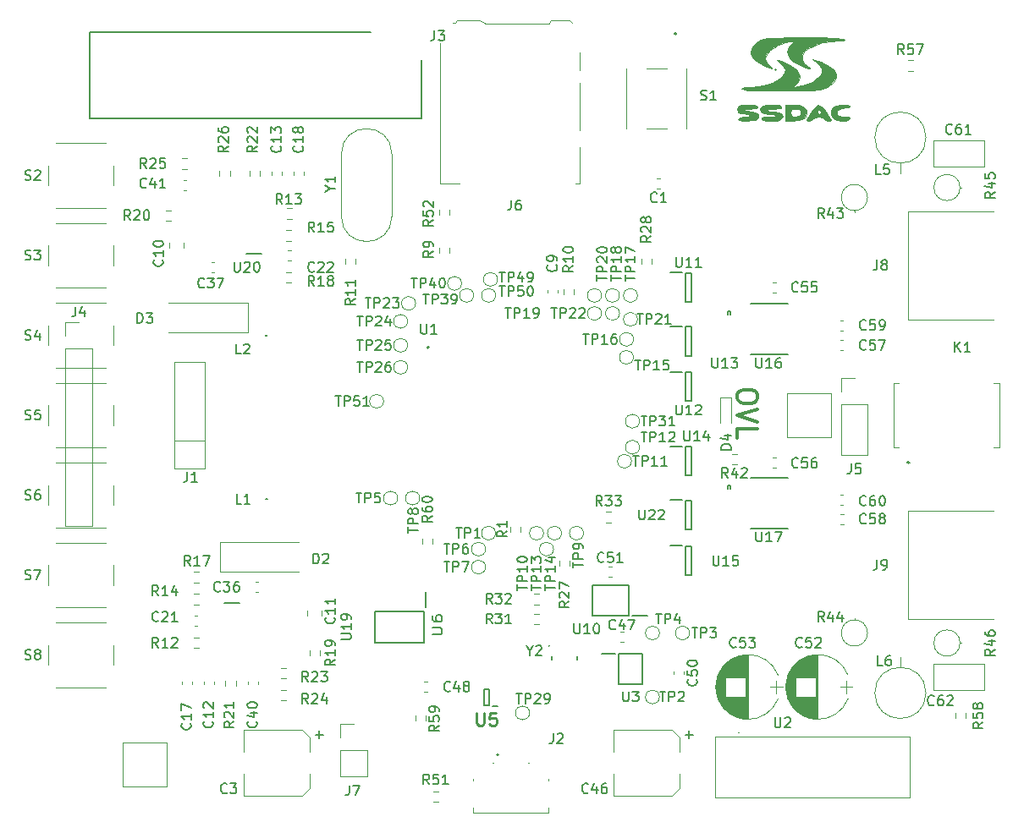
<source format=gto>
G04 #@! TF.GenerationSoftware,KiCad,Pcbnew,7.0.5*
G04 #@! TF.CreationDate,2023-06-24T08:19:34+09:00*
G04 #@! TF.ProjectId,xSSDAC,78535344-4143-42e6-9b69-6361645f7063,rev?*
G04 #@! TF.SameCoordinates,Original*
G04 #@! TF.FileFunction,Legend,Top*
G04 #@! TF.FilePolarity,Positive*
%FSLAX46Y46*%
G04 Gerber Fmt 4.6, Leading zero omitted, Abs format (unit mm)*
G04 Created by KiCad (PCBNEW 7.0.5) date 2023-06-24 08:19:34*
%MOMM*%
%LPD*%
G01*
G04 APERTURE LIST*
%ADD10C,0.300000*%
%ADD11C,0.150000*%
%ADD12C,0.254000*%
%ADD13C,0.010000*%
%ADD14C,0.200000*%
%ADD15C,0.152400*%
%ADD16C,0.100000*%
%ADD17C,0.120000*%
G04 APERTURE END LIST*
D10*
X168890361Y-96342856D02*
X168890361Y-96723809D01*
X168890361Y-96723809D02*
X168795123Y-96914285D01*
X168795123Y-96914285D02*
X168604647Y-97104761D01*
X168604647Y-97104761D02*
X168223695Y-97199999D01*
X168223695Y-97199999D02*
X167557028Y-97199999D01*
X167557028Y-97199999D02*
X167176076Y-97104761D01*
X167176076Y-97104761D02*
X166985600Y-96914285D01*
X166985600Y-96914285D02*
X166890361Y-96723809D01*
X166890361Y-96723809D02*
X166890361Y-96342856D01*
X166890361Y-96342856D02*
X166985600Y-96152380D01*
X166985600Y-96152380D02*
X167176076Y-95961904D01*
X167176076Y-95961904D02*
X167557028Y-95866666D01*
X167557028Y-95866666D02*
X168223695Y-95866666D01*
X168223695Y-95866666D02*
X168604647Y-95961904D01*
X168604647Y-95961904D02*
X168795123Y-96152380D01*
X168795123Y-96152380D02*
X168890361Y-96342856D01*
X168890361Y-97771428D02*
X166890361Y-98438094D01*
X166890361Y-98438094D02*
X168890361Y-99104761D01*
X166890361Y-100723809D02*
X166890361Y-99771428D01*
X166890361Y-99771428D02*
X168890361Y-99771428D01*
D11*
X160761905Y-97354819D02*
X160761905Y-98164342D01*
X160761905Y-98164342D02*
X160809524Y-98259580D01*
X160809524Y-98259580D02*
X160857143Y-98307200D01*
X160857143Y-98307200D02*
X160952381Y-98354819D01*
X160952381Y-98354819D02*
X161142857Y-98354819D01*
X161142857Y-98354819D02*
X161238095Y-98307200D01*
X161238095Y-98307200D02*
X161285714Y-98259580D01*
X161285714Y-98259580D02*
X161333333Y-98164342D01*
X161333333Y-98164342D02*
X161333333Y-97354819D01*
X162333333Y-98354819D02*
X161761905Y-98354819D01*
X162047619Y-98354819D02*
X162047619Y-97354819D01*
X162047619Y-97354819D02*
X161952381Y-97497676D01*
X161952381Y-97497676D02*
X161857143Y-97592914D01*
X161857143Y-97592914D02*
X161761905Y-97640533D01*
X162714286Y-97450057D02*
X162761905Y-97402438D01*
X162761905Y-97402438D02*
X162857143Y-97354819D01*
X162857143Y-97354819D02*
X163095238Y-97354819D01*
X163095238Y-97354819D02*
X163190476Y-97402438D01*
X163190476Y-97402438D02*
X163238095Y-97450057D01*
X163238095Y-97450057D02*
X163285714Y-97545295D01*
X163285714Y-97545295D02*
X163285714Y-97640533D01*
X163285714Y-97640533D02*
X163238095Y-97783390D01*
X163238095Y-97783390D02*
X162666667Y-98354819D01*
X162666667Y-98354819D02*
X163285714Y-98354819D01*
X168761905Y-92654819D02*
X168761905Y-93464342D01*
X168761905Y-93464342D02*
X168809524Y-93559580D01*
X168809524Y-93559580D02*
X168857143Y-93607200D01*
X168857143Y-93607200D02*
X168952381Y-93654819D01*
X168952381Y-93654819D02*
X169142857Y-93654819D01*
X169142857Y-93654819D02*
X169238095Y-93607200D01*
X169238095Y-93607200D02*
X169285714Y-93559580D01*
X169285714Y-93559580D02*
X169333333Y-93464342D01*
X169333333Y-93464342D02*
X169333333Y-92654819D01*
X170333333Y-93654819D02*
X169761905Y-93654819D01*
X170047619Y-93654819D02*
X170047619Y-92654819D01*
X170047619Y-92654819D02*
X169952381Y-92797676D01*
X169952381Y-92797676D02*
X169857143Y-92892914D01*
X169857143Y-92892914D02*
X169761905Y-92940533D01*
X171190476Y-92654819D02*
X171000000Y-92654819D01*
X171000000Y-92654819D02*
X170904762Y-92702438D01*
X170904762Y-92702438D02*
X170857143Y-92750057D01*
X170857143Y-92750057D02*
X170761905Y-92892914D01*
X170761905Y-92892914D02*
X170714286Y-93083390D01*
X170714286Y-93083390D02*
X170714286Y-93464342D01*
X170714286Y-93464342D02*
X170761905Y-93559580D01*
X170761905Y-93559580D02*
X170809524Y-93607200D01*
X170809524Y-93607200D02*
X170904762Y-93654819D01*
X170904762Y-93654819D02*
X171095238Y-93654819D01*
X171095238Y-93654819D02*
X171190476Y-93607200D01*
X171190476Y-93607200D02*
X171238095Y-93559580D01*
X171238095Y-93559580D02*
X171285714Y-93464342D01*
X171285714Y-93464342D02*
X171285714Y-93226247D01*
X171285714Y-93226247D02*
X171238095Y-93131009D01*
X171238095Y-93131009D02*
X171190476Y-93083390D01*
X171190476Y-93083390D02*
X171095238Y-93035771D01*
X171095238Y-93035771D02*
X170904762Y-93035771D01*
X170904762Y-93035771D02*
X170809524Y-93083390D01*
X170809524Y-93083390D02*
X170761905Y-93131009D01*
X170761905Y-93131009D02*
X170714286Y-93226247D01*
X157061905Y-107854819D02*
X157061905Y-108664342D01*
X157061905Y-108664342D02*
X157109524Y-108759580D01*
X157109524Y-108759580D02*
X157157143Y-108807200D01*
X157157143Y-108807200D02*
X157252381Y-108854819D01*
X157252381Y-108854819D02*
X157442857Y-108854819D01*
X157442857Y-108854819D02*
X157538095Y-108807200D01*
X157538095Y-108807200D02*
X157585714Y-108759580D01*
X157585714Y-108759580D02*
X157633333Y-108664342D01*
X157633333Y-108664342D02*
X157633333Y-107854819D01*
X158061905Y-107950057D02*
X158109524Y-107902438D01*
X158109524Y-107902438D02*
X158204762Y-107854819D01*
X158204762Y-107854819D02*
X158442857Y-107854819D01*
X158442857Y-107854819D02*
X158538095Y-107902438D01*
X158538095Y-107902438D02*
X158585714Y-107950057D01*
X158585714Y-107950057D02*
X158633333Y-108045295D01*
X158633333Y-108045295D02*
X158633333Y-108140533D01*
X158633333Y-108140533D02*
X158585714Y-108283390D01*
X158585714Y-108283390D02*
X158014286Y-108854819D01*
X158014286Y-108854819D02*
X158633333Y-108854819D01*
X159014286Y-107950057D02*
X159061905Y-107902438D01*
X159061905Y-107902438D02*
X159157143Y-107854819D01*
X159157143Y-107854819D02*
X159395238Y-107854819D01*
X159395238Y-107854819D02*
X159490476Y-107902438D01*
X159490476Y-107902438D02*
X159538095Y-107950057D01*
X159538095Y-107950057D02*
X159585714Y-108045295D01*
X159585714Y-108045295D02*
X159585714Y-108140533D01*
X159585714Y-108140533D02*
X159538095Y-108283390D01*
X159538095Y-108283390D02*
X158966667Y-108854819D01*
X158966667Y-108854819D02*
X159585714Y-108854819D01*
X168761905Y-110054819D02*
X168761905Y-110864342D01*
X168761905Y-110864342D02*
X168809524Y-110959580D01*
X168809524Y-110959580D02*
X168857143Y-111007200D01*
X168857143Y-111007200D02*
X168952381Y-111054819D01*
X168952381Y-111054819D02*
X169142857Y-111054819D01*
X169142857Y-111054819D02*
X169238095Y-111007200D01*
X169238095Y-111007200D02*
X169285714Y-110959580D01*
X169285714Y-110959580D02*
X169333333Y-110864342D01*
X169333333Y-110864342D02*
X169333333Y-110054819D01*
X170333333Y-111054819D02*
X169761905Y-111054819D01*
X170047619Y-111054819D02*
X170047619Y-110054819D01*
X170047619Y-110054819D02*
X169952381Y-110197676D01*
X169952381Y-110197676D02*
X169857143Y-110292914D01*
X169857143Y-110292914D02*
X169761905Y-110340533D01*
X170666667Y-110054819D02*
X171333333Y-110054819D01*
X171333333Y-110054819D02*
X170904762Y-111054819D01*
X135238095Y-89254819D02*
X135238095Y-90064342D01*
X135238095Y-90064342D02*
X135285714Y-90159580D01*
X135285714Y-90159580D02*
X135333333Y-90207200D01*
X135333333Y-90207200D02*
X135428571Y-90254819D01*
X135428571Y-90254819D02*
X135619047Y-90254819D01*
X135619047Y-90254819D02*
X135714285Y-90207200D01*
X135714285Y-90207200D02*
X135761904Y-90159580D01*
X135761904Y-90159580D02*
X135809523Y-90064342D01*
X135809523Y-90064342D02*
X135809523Y-89254819D01*
X136809523Y-90254819D02*
X136238095Y-90254819D01*
X136523809Y-90254819D02*
X136523809Y-89254819D01*
X136523809Y-89254819D02*
X136428571Y-89397676D01*
X136428571Y-89397676D02*
X136333333Y-89492914D01*
X136333333Y-89492914D02*
X136238095Y-89540533D01*
X188661905Y-92054819D02*
X188661905Y-91054819D01*
X189233333Y-92054819D02*
X188804762Y-91483390D01*
X189233333Y-91054819D02*
X188661905Y-91626247D01*
X190185714Y-92054819D02*
X189614286Y-92054819D01*
X189900000Y-92054819D02*
X189900000Y-91054819D01*
X189900000Y-91054819D02*
X189804762Y-91197676D01*
X189804762Y-91197676D02*
X189709524Y-91292914D01*
X189709524Y-91292914D02*
X189614286Y-91340533D01*
X166254819Y-101838094D02*
X165254819Y-101838094D01*
X165254819Y-101838094D02*
X165254819Y-101599999D01*
X165254819Y-101599999D02*
X165302438Y-101457142D01*
X165302438Y-101457142D02*
X165397676Y-101361904D01*
X165397676Y-101361904D02*
X165492914Y-101314285D01*
X165492914Y-101314285D02*
X165683390Y-101266666D01*
X165683390Y-101266666D02*
X165826247Y-101266666D01*
X165826247Y-101266666D02*
X166016723Y-101314285D01*
X166016723Y-101314285D02*
X166111961Y-101361904D01*
X166111961Y-101361904D02*
X166207200Y-101457142D01*
X166207200Y-101457142D02*
X166254819Y-101599999D01*
X166254819Y-101599999D02*
X166254819Y-101838094D01*
X165588152Y-100409523D02*
X166254819Y-100409523D01*
X165207200Y-100647618D02*
X165921485Y-100885713D01*
X165921485Y-100885713D02*
X165921485Y-100266666D01*
X188357142Y-70159580D02*
X188309523Y-70207200D01*
X188309523Y-70207200D02*
X188166666Y-70254819D01*
X188166666Y-70254819D02*
X188071428Y-70254819D01*
X188071428Y-70254819D02*
X187928571Y-70207200D01*
X187928571Y-70207200D02*
X187833333Y-70111961D01*
X187833333Y-70111961D02*
X187785714Y-70016723D01*
X187785714Y-70016723D02*
X187738095Y-69826247D01*
X187738095Y-69826247D02*
X187738095Y-69683390D01*
X187738095Y-69683390D02*
X187785714Y-69492914D01*
X187785714Y-69492914D02*
X187833333Y-69397676D01*
X187833333Y-69397676D02*
X187928571Y-69302438D01*
X187928571Y-69302438D02*
X188071428Y-69254819D01*
X188071428Y-69254819D02*
X188166666Y-69254819D01*
X188166666Y-69254819D02*
X188309523Y-69302438D01*
X188309523Y-69302438D02*
X188357142Y-69350057D01*
X189214285Y-69254819D02*
X189023809Y-69254819D01*
X189023809Y-69254819D02*
X188928571Y-69302438D01*
X188928571Y-69302438D02*
X188880952Y-69350057D01*
X188880952Y-69350057D02*
X188785714Y-69492914D01*
X188785714Y-69492914D02*
X188738095Y-69683390D01*
X188738095Y-69683390D02*
X188738095Y-70064342D01*
X188738095Y-70064342D02*
X188785714Y-70159580D01*
X188785714Y-70159580D02*
X188833333Y-70207200D01*
X188833333Y-70207200D02*
X188928571Y-70254819D01*
X188928571Y-70254819D02*
X189119047Y-70254819D01*
X189119047Y-70254819D02*
X189214285Y-70207200D01*
X189214285Y-70207200D02*
X189261904Y-70159580D01*
X189261904Y-70159580D02*
X189309523Y-70064342D01*
X189309523Y-70064342D02*
X189309523Y-69826247D01*
X189309523Y-69826247D02*
X189261904Y-69731009D01*
X189261904Y-69731009D02*
X189214285Y-69683390D01*
X189214285Y-69683390D02*
X189119047Y-69635771D01*
X189119047Y-69635771D02*
X188928571Y-69635771D01*
X188928571Y-69635771D02*
X188833333Y-69683390D01*
X188833333Y-69683390D02*
X188785714Y-69731009D01*
X188785714Y-69731009D02*
X188738095Y-69826247D01*
X190261904Y-70254819D02*
X189690476Y-70254819D01*
X189976190Y-70254819D02*
X189976190Y-69254819D01*
X189976190Y-69254819D02*
X189880952Y-69397676D01*
X189880952Y-69397676D02*
X189785714Y-69492914D01*
X189785714Y-69492914D02*
X189690476Y-69540533D01*
X164461905Y-112454819D02*
X164461905Y-113264342D01*
X164461905Y-113264342D02*
X164509524Y-113359580D01*
X164509524Y-113359580D02*
X164557143Y-113407200D01*
X164557143Y-113407200D02*
X164652381Y-113454819D01*
X164652381Y-113454819D02*
X164842857Y-113454819D01*
X164842857Y-113454819D02*
X164938095Y-113407200D01*
X164938095Y-113407200D02*
X164985714Y-113359580D01*
X164985714Y-113359580D02*
X165033333Y-113264342D01*
X165033333Y-113264342D02*
X165033333Y-112454819D01*
X166033333Y-113454819D02*
X165461905Y-113454819D01*
X165747619Y-113454819D02*
X165747619Y-112454819D01*
X165747619Y-112454819D02*
X165652381Y-112597676D01*
X165652381Y-112597676D02*
X165557143Y-112692914D01*
X165557143Y-112692914D02*
X165461905Y-112740533D01*
X166938095Y-112454819D02*
X166461905Y-112454819D01*
X166461905Y-112454819D02*
X166414286Y-112931009D01*
X166414286Y-112931009D02*
X166461905Y-112883390D01*
X166461905Y-112883390D02*
X166557143Y-112835771D01*
X166557143Y-112835771D02*
X166795238Y-112835771D01*
X166795238Y-112835771D02*
X166890476Y-112883390D01*
X166890476Y-112883390D02*
X166938095Y-112931009D01*
X166938095Y-112931009D02*
X166985714Y-113026247D01*
X166985714Y-113026247D02*
X166985714Y-113264342D01*
X166985714Y-113264342D02*
X166938095Y-113359580D01*
X166938095Y-113359580D02*
X166890476Y-113407200D01*
X166890476Y-113407200D02*
X166795238Y-113454819D01*
X166795238Y-113454819D02*
X166557143Y-113454819D01*
X166557143Y-113454819D02*
X166461905Y-113407200D01*
X166461905Y-113407200D02*
X166414286Y-113359580D01*
X161561905Y-99954819D02*
X161561905Y-100764342D01*
X161561905Y-100764342D02*
X161609524Y-100859580D01*
X161609524Y-100859580D02*
X161657143Y-100907200D01*
X161657143Y-100907200D02*
X161752381Y-100954819D01*
X161752381Y-100954819D02*
X161942857Y-100954819D01*
X161942857Y-100954819D02*
X162038095Y-100907200D01*
X162038095Y-100907200D02*
X162085714Y-100859580D01*
X162085714Y-100859580D02*
X162133333Y-100764342D01*
X162133333Y-100764342D02*
X162133333Y-99954819D01*
X163133333Y-100954819D02*
X162561905Y-100954819D01*
X162847619Y-100954819D02*
X162847619Y-99954819D01*
X162847619Y-99954819D02*
X162752381Y-100097676D01*
X162752381Y-100097676D02*
X162657143Y-100192914D01*
X162657143Y-100192914D02*
X162561905Y-100240533D01*
X163990476Y-100288152D02*
X163990476Y-100954819D01*
X163752381Y-99907200D02*
X163514286Y-100621485D01*
X163514286Y-100621485D02*
X164133333Y-100621485D01*
X143854819Y-109966666D02*
X143378628Y-110299999D01*
X143854819Y-110538094D02*
X142854819Y-110538094D01*
X142854819Y-110538094D02*
X142854819Y-110157142D01*
X142854819Y-110157142D02*
X142902438Y-110061904D01*
X142902438Y-110061904D02*
X142950057Y-110014285D01*
X142950057Y-110014285D02*
X143045295Y-109966666D01*
X143045295Y-109966666D02*
X143188152Y-109966666D01*
X143188152Y-109966666D02*
X143283390Y-110014285D01*
X143283390Y-110014285D02*
X143331009Y-110061904D01*
X143331009Y-110061904D02*
X143378628Y-110157142D01*
X143378628Y-110157142D02*
X143378628Y-110538094D01*
X143854819Y-109014285D02*
X143854819Y-109585713D01*
X143854819Y-109299999D02*
X142854819Y-109299999D01*
X142854819Y-109299999D02*
X142997676Y-109395237D01*
X142997676Y-109395237D02*
X143092914Y-109490475D01*
X143092914Y-109490475D02*
X143140533Y-109585713D01*
X136454819Y-81966666D02*
X135978628Y-82299999D01*
X136454819Y-82538094D02*
X135454819Y-82538094D01*
X135454819Y-82538094D02*
X135454819Y-82157142D01*
X135454819Y-82157142D02*
X135502438Y-82061904D01*
X135502438Y-82061904D02*
X135550057Y-82014285D01*
X135550057Y-82014285D02*
X135645295Y-81966666D01*
X135645295Y-81966666D02*
X135788152Y-81966666D01*
X135788152Y-81966666D02*
X135883390Y-82014285D01*
X135883390Y-82014285D02*
X135931009Y-82061904D01*
X135931009Y-82061904D02*
X135978628Y-82157142D01*
X135978628Y-82157142D02*
X135978628Y-82538094D01*
X136454819Y-81490475D02*
X136454819Y-81299999D01*
X136454819Y-81299999D02*
X136407200Y-81204761D01*
X136407200Y-81204761D02*
X136359580Y-81157142D01*
X136359580Y-81157142D02*
X136216723Y-81061904D01*
X136216723Y-81061904D02*
X136026247Y-81014285D01*
X136026247Y-81014285D02*
X135645295Y-81014285D01*
X135645295Y-81014285D02*
X135550057Y-81061904D01*
X135550057Y-81061904D02*
X135502438Y-81109523D01*
X135502438Y-81109523D02*
X135454819Y-81204761D01*
X135454819Y-81204761D02*
X135454819Y-81395237D01*
X135454819Y-81395237D02*
X135502438Y-81490475D01*
X135502438Y-81490475D02*
X135550057Y-81538094D01*
X135550057Y-81538094D02*
X135645295Y-81585713D01*
X135645295Y-81585713D02*
X135883390Y-81585713D01*
X135883390Y-81585713D02*
X135978628Y-81538094D01*
X135978628Y-81538094D02*
X136026247Y-81490475D01*
X136026247Y-81490475D02*
X136073866Y-81395237D01*
X136073866Y-81395237D02*
X136073866Y-81204761D01*
X136073866Y-81204761D02*
X136026247Y-81109523D01*
X136026247Y-81109523D02*
X135978628Y-81061904D01*
X135978628Y-81061904D02*
X135883390Y-81014285D01*
X150054819Y-117042857D02*
X149578628Y-117376190D01*
X150054819Y-117614285D02*
X149054819Y-117614285D01*
X149054819Y-117614285D02*
X149054819Y-117233333D01*
X149054819Y-117233333D02*
X149102438Y-117138095D01*
X149102438Y-117138095D02*
X149150057Y-117090476D01*
X149150057Y-117090476D02*
X149245295Y-117042857D01*
X149245295Y-117042857D02*
X149388152Y-117042857D01*
X149388152Y-117042857D02*
X149483390Y-117090476D01*
X149483390Y-117090476D02*
X149531009Y-117138095D01*
X149531009Y-117138095D02*
X149578628Y-117233333D01*
X149578628Y-117233333D02*
X149578628Y-117614285D01*
X149150057Y-116661904D02*
X149102438Y-116614285D01*
X149102438Y-116614285D02*
X149054819Y-116519047D01*
X149054819Y-116519047D02*
X149054819Y-116280952D01*
X149054819Y-116280952D02*
X149102438Y-116185714D01*
X149102438Y-116185714D02*
X149150057Y-116138095D01*
X149150057Y-116138095D02*
X149245295Y-116090476D01*
X149245295Y-116090476D02*
X149340533Y-116090476D01*
X149340533Y-116090476D02*
X149483390Y-116138095D01*
X149483390Y-116138095D02*
X150054819Y-116709523D01*
X150054819Y-116709523D02*
X150054819Y-116090476D01*
X149054819Y-115757142D02*
X149054819Y-115090476D01*
X149054819Y-115090476D02*
X150054819Y-115519047D01*
X142357142Y-119254819D02*
X142023809Y-118778628D01*
X141785714Y-119254819D02*
X141785714Y-118254819D01*
X141785714Y-118254819D02*
X142166666Y-118254819D01*
X142166666Y-118254819D02*
X142261904Y-118302438D01*
X142261904Y-118302438D02*
X142309523Y-118350057D01*
X142309523Y-118350057D02*
X142357142Y-118445295D01*
X142357142Y-118445295D02*
X142357142Y-118588152D01*
X142357142Y-118588152D02*
X142309523Y-118683390D01*
X142309523Y-118683390D02*
X142261904Y-118731009D01*
X142261904Y-118731009D02*
X142166666Y-118778628D01*
X142166666Y-118778628D02*
X141785714Y-118778628D01*
X142690476Y-118254819D02*
X143309523Y-118254819D01*
X143309523Y-118254819D02*
X142976190Y-118635771D01*
X142976190Y-118635771D02*
X143119047Y-118635771D01*
X143119047Y-118635771D02*
X143214285Y-118683390D01*
X143214285Y-118683390D02*
X143261904Y-118731009D01*
X143261904Y-118731009D02*
X143309523Y-118826247D01*
X143309523Y-118826247D02*
X143309523Y-119064342D01*
X143309523Y-119064342D02*
X143261904Y-119159580D01*
X143261904Y-119159580D02*
X143214285Y-119207200D01*
X143214285Y-119207200D02*
X143119047Y-119254819D01*
X143119047Y-119254819D02*
X142833333Y-119254819D01*
X142833333Y-119254819D02*
X142738095Y-119207200D01*
X142738095Y-119207200D02*
X142690476Y-119159580D01*
X144261904Y-119254819D02*
X143690476Y-119254819D01*
X143976190Y-119254819D02*
X143976190Y-118254819D01*
X143976190Y-118254819D02*
X143880952Y-118397676D01*
X143880952Y-118397676D02*
X143785714Y-118492914D01*
X143785714Y-118492914D02*
X143690476Y-118540533D01*
X142357142Y-117254819D02*
X142023809Y-116778628D01*
X141785714Y-117254819D02*
X141785714Y-116254819D01*
X141785714Y-116254819D02*
X142166666Y-116254819D01*
X142166666Y-116254819D02*
X142261904Y-116302438D01*
X142261904Y-116302438D02*
X142309523Y-116350057D01*
X142309523Y-116350057D02*
X142357142Y-116445295D01*
X142357142Y-116445295D02*
X142357142Y-116588152D01*
X142357142Y-116588152D02*
X142309523Y-116683390D01*
X142309523Y-116683390D02*
X142261904Y-116731009D01*
X142261904Y-116731009D02*
X142166666Y-116778628D01*
X142166666Y-116778628D02*
X141785714Y-116778628D01*
X142690476Y-116254819D02*
X143309523Y-116254819D01*
X143309523Y-116254819D02*
X142976190Y-116635771D01*
X142976190Y-116635771D02*
X143119047Y-116635771D01*
X143119047Y-116635771D02*
X143214285Y-116683390D01*
X143214285Y-116683390D02*
X143261904Y-116731009D01*
X143261904Y-116731009D02*
X143309523Y-116826247D01*
X143309523Y-116826247D02*
X143309523Y-117064342D01*
X143309523Y-117064342D02*
X143261904Y-117159580D01*
X143261904Y-117159580D02*
X143214285Y-117207200D01*
X143214285Y-117207200D02*
X143119047Y-117254819D01*
X143119047Y-117254819D02*
X142833333Y-117254819D01*
X142833333Y-117254819D02*
X142738095Y-117207200D01*
X142738095Y-117207200D02*
X142690476Y-117159580D01*
X143690476Y-116350057D02*
X143738095Y-116302438D01*
X143738095Y-116302438D02*
X143833333Y-116254819D01*
X143833333Y-116254819D02*
X144071428Y-116254819D01*
X144071428Y-116254819D02*
X144166666Y-116302438D01*
X144166666Y-116302438D02*
X144214285Y-116350057D01*
X144214285Y-116350057D02*
X144261904Y-116445295D01*
X144261904Y-116445295D02*
X144261904Y-116540533D01*
X144261904Y-116540533D02*
X144214285Y-116683390D01*
X144214285Y-116683390D02*
X143642857Y-117254819D01*
X143642857Y-117254819D02*
X144261904Y-117254819D01*
X153357142Y-107454819D02*
X153023809Y-106978628D01*
X152785714Y-107454819D02*
X152785714Y-106454819D01*
X152785714Y-106454819D02*
X153166666Y-106454819D01*
X153166666Y-106454819D02*
X153261904Y-106502438D01*
X153261904Y-106502438D02*
X153309523Y-106550057D01*
X153309523Y-106550057D02*
X153357142Y-106645295D01*
X153357142Y-106645295D02*
X153357142Y-106788152D01*
X153357142Y-106788152D02*
X153309523Y-106883390D01*
X153309523Y-106883390D02*
X153261904Y-106931009D01*
X153261904Y-106931009D02*
X153166666Y-106978628D01*
X153166666Y-106978628D02*
X152785714Y-106978628D01*
X153690476Y-106454819D02*
X154309523Y-106454819D01*
X154309523Y-106454819D02*
X153976190Y-106835771D01*
X153976190Y-106835771D02*
X154119047Y-106835771D01*
X154119047Y-106835771D02*
X154214285Y-106883390D01*
X154214285Y-106883390D02*
X154261904Y-106931009D01*
X154261904Y-106931009D02*
X154309523Y-107026247D01*
X154309523Y-107026247D02*
X154309523Y-107264342D01*
X154309523Y-107264342D02*
X154261904Y-107359580D01*
X154261904Y-107359580D02*
X154214285Y-107407200D01*
X154214285Y-107407200D02*
X154119047Y-107454819D01*
X154119047Y-107454819D02*
X153833333Y-107454819D01*
X153833333Y-107454819D02*
X153738095Y-107407200D01*
X153738095Y-107407200D02*
X153690476Y-107359580D01*
X154642857Y-106454819D02*
X155261904Y-106454819D01*
X155261904Y-106454819D02*
X154928571Y-106835771D01*
X154928571Y-106835771D02*
X155071428Y-106835771D01*
X155071428Y-106835771D02*
X155166666Y-106883390D01*
X155166666Y-106883390D02*
X155214285Y-106931009D01*
X155214285Y-106931009D02*
X155261904Y-107026247D01*
X155261904Y-107026247D02*
X155261904Y-107264342D01*
X155261904Y-107264342D02*
X155214285Y-107359580D01*
X155214285Y-107359580D02*
X155166666Y-107407200D01*
X155166666Y-107407200D02*
X155071428Y-107454819D01*
X155071428Y-107454819D02*
X154785714Y-107454819D01*
X154785714Y-107454819D02*
X154690476Y-107407200D01*
X154690476Y-107407200D02*
X154642857Y-107359580D01*
X165957142Y-104654819D02*
X165623809Y-104178628D01*
X165385714Y-104654819D02*
X165385714Y-103654819D01*
X165385714Y-103654819D02*
X165766666Y-103654819D01*
X165766666Y-103654819D02*
X165861904Y-103702438D01*
X165861904Y-103702438D02*
X165909523Y-103750057D01*
X165909523Y-103750057D02*
X165957142Y-103845295D01*
X165957142Y-103845295D02*
X165957142Y-103988152D01*
X165957142Y-103988152D02*
X165909523Y-104083390D01*
X165909523Y-104083390D02*
X165861904Y-104131009D01*
X165861904Y-104131009D02*
X165766666Y-104178628D01*
X165766666Y-104178628D02*
X165385714Y-104178628D01*
X166814285Y-103988152D02*
X166814285Y-104654819D01*
X166576190Y-103607200D02*
X166338095Y-104321485D01*
X166338095Y-104321485D02*
X166957142Y-104321485D01*
X167290476Y-103750057D02*
X167338095Y-103702438D01*
X167338095Y-103702438D02*
X167433333Y-103654819D01*
X167433333Y-103654819D02*
X167671428Y-103654819D01*
X167671428Y-103654819D02*
X167766666Y-103702438D01*
X167766666Y-103702438D02*
X167814285Y-103750057D01*
X167814285Y-103750057D02*
X167861904Y-103845295D01*
X167861904Y-103845295D02*
X167861904Y-103940533D01*
X167861904Y-103940533D02*
X167814285Y-104083390D01*
X167814285Y-104083390D02*
X167242857Y-104654819D01*
X167242857Y-104654819D02*
X167861904Y-104654819D01*
X172957142Y-85959580D02*
X172909523Y-86007200D01*
X172909523Y-86007200D02*
X172766666Y-86054819D01*
X172766666Y-86054819D02*
X172671428Y-86054819D01*
X172671428Y-86054819D02*
X172528571Y-86007200D01*
X172528571Y-86007200D02*
X172433333Y-85911961D01*
X172433333Y-85911961D02*
X172385714Y-85816723D01*
X172385714Y-85816723D02*
X172338095Y-85626247D01*
X172338095Y-85626247D02*
X172338095Y-85483390D01*
X172338095Y-85483390D02*
X172385714Y-85292914D01*
X172385714Y-85292914D02*
X172433333Y-85197676D01*
X172433333Y-85197676D02*
X172528571Y-85102438D01*
X172528571Y-85102438D02*
X172671428Y-85054819D01*
X172671428Y-85054819D02*
X172766666Y-85054819D01*
X172766666Y-85054819D02*
X172909523Y-85102438D01*
X172909523Y-85102438D02*
X172957142Y-85150057D01*
X173861904Y-85054819D02*
X173385714Y-85054819D01*
X173385714Y-85054819D02*
X173338095Y-85531009D01*
X173338095Y-85531009D02*
X173385714Y-85483390D01*
X173385714Y-85483390D02*
X173480952Y-85435771D01*
X173480952Y-85435771D02*
X173719047Y-85435771D01*
X173719047Y-85435771D02*
X173814285Y-85483390D01*
X173814285Y-85483390D02*
X173861904Y-85531009D01*
X173861904Y-85531009D02*
X173909523Y-85626247D01*
X173909523Y-85626247D02*
X173909523Y-85864342D01*
X173909523Y-85864342D02*
X173861904Y-85959580D01*
X173861904Y-85959580D02*
X173814285Y-86007200D01*
X173814285Y-86007200D02*
X173719047Y-86054819D01*
X173719047Y-86054819D02*
X173480952Y-86054819D01*
X173480952Y-86054819D02*
X173385714Y-86007200D01*
X173385714Y-86007200D02*
X173338095Y-85959580D01*
X174814285Y-85054819D02*
X174338095Y-85054819D01*
X174338095Y-85054819D02*
X174290476Y-85531009D01*
X174290476Y-85531009D02*
X174338095Y-85483390D01*
X174338095Y-85483390D02*
X174433333Y-85435771D01*
X174433333Y-85435771D02*
X174671428Y-85435771D01*
X174671428Y-85435771D02*
X174766666Y-85483390D01*
X174766666Y-85483390D02*
X174814285Y-85531009D01*
X174814285Y-85531009D02*
X174861904Y-85626247D01*
X174861904Y-85626247D02*
X174861904Y-85864342D01*
X174861904Y-85864342D02*
X174814285Y-85959580D01*
X174814285Y-85959580D02*
X174766666Y-86007200D01*
X174766666Y-86007200D02*
X174671428Y-86054819D01*
X174671428Y-86054819D02*
X174433333Y-86054819D01*
X174433333Y-86054819D02*
X174338095Y-86007200D01*
X174338095Y-86007200D02*
X174290476Y-85959580D01*
X172957142Y-103559580D02*
X172909523Y-103607200D01*
X172909523Y-103607200D02*
X172766666Y-103654819D01*
X172766666Y-103654819D02*
X172671428Y-103654819D01*
X172671428Y-103654819D02*
X172528571Y-103607200D01*
X172528571Y-103607200D02*
X172433333Y-103511961D01*
X172433333Y-103511961D02*
X172385714Y-103416723D01*
X172385714Y-103416723D02*
X172338095Y-103226247D01*
X172338095Y-103226247D02*
X172338095Y-103083390D01*
X172338095Y-103083390D02*
X172385714Y-102892914D01*
X172385714Y-102892914D02*
X172433333Y-102797676D01*
X172433333Y-102797676D02*
X172528571Y-102702438D01*
X172528571Y-102702438D02*
X172671428Y-102654819D01*
X172671428Y-102654819D02*
X172766666Y-102654819D01*
X172766666Y-102654819D02*
X172909523Y-102702438D01*
X172909523Y-102702438D02*
X172957142Y-102750057D01*
X173861904Y-102654819D02*
X173385714Y-102654819D01*
X173385714Y-102654819D02*
X173338095Y-103131009D01*
X173338095Y-103131009D02*
X173385714Y-103083390D01*
X173385714Y-103083390D02*
X173480952Y-103035771D01*
X173480952Y-103035771D02*
X173719047Y-103035771D01*
X173719047Y-103035771D02*
X173814285Y-103083390D01*
X173814285Y-103083390D02*
X173861904Y-103131009D01*
X173861904Y-103131009D02*
X173909523Y-103226247D01*
X173909523Y-103226247D02*
X173909523Y-103464342D01*
X173909523Y-103464342D02*
X173861904Y-103559580D01*
X173861904Y-103559580D02*
X173814285Y-103607200D01*
X173814285Y-103607200D02*
X173719047Y-103654819D01*
X173719047Y-103654819D02*
X173480952Y-103654819D01*
X173480952Y-103654819D02*
X173385714Y-103607200D01*
X173385714Y-103607200D02*
X173338095Y-103559580D01*
X174766666Y-102654819D02*
X174576190Y-102654819D01*
X174576190Y-102654819D02*
X174480952Y-102702438D01*
X174480952Y-102702438D02*
X174433333Y-102750057D01*
X174433333Y-102750057D02*
X174338095Y-102892914D01*
X174338095Y-102892914D02*
X174290476Y-103083390D01*
X174290476Y-103083390D02*
X174290476Y-103464342D01*
X174290476Y-103464342D02*
X174338095Y-103559580D01*
X174338095Y-103559580D02*
X174385714Y-103607200D01*
X174385714Y-103607200D02*
X174480952Y-103654819D01*
X174480952Y-103654819D02*
X174671428Y-103654819D01*
X174671428Y-103654819D02*
X174766666Y-103607200D01*
X174766666Y-103607200D02*
X174814285Y-103559580D01*
X174814285Y-103559580D02*
X174861904Y-103464342D01*
X174861904Y-103464342D02*
X174861904Y-103226247D01*
X174861904Y-103226247D02*
X174814285Y-103131009D01*
X174814285Y-103131009D02*
X174766666Y-103083390D01*
X174766666Y-103083390D02*
X174671428Y-103035771D01*
X174671428Y-103035771D02*
X174480952Y-103035771D01*
X174480952Y-103035771D02*
X174385714Y-103083390D01*
X174385714Y-103083390D02*
X174338095Y-103131009D01*
X174338095Y-103131009D02*
X174290476Y-103226247D01*
X179757142Y-91759580D02*
X179709523Y-91807200D01*
X179709523Y-91807200D02*
X179566666Y-91854819D01*
X179566666Y-91854819D02*
X179471428Y-91854819D01*
X179471428Y-91854819D02*
X179328571Y-91807200D01*
X179328571Y-91807200D02*
X179233333Y-91711961D01*
X179233333Y-91711961D02*
X179185714Y-91616723D01*
X179185714Y-91616723D02*
X179138095Y-91426247D01*
X179138095Y-91426247D02*
X179138095Y-91283390D01*
X179138095Y-91283390D02*
X179185714Y-91092914D01*
X179185714Y-91092914D02*
X179233333Y-90997676D01*
X179233333Y-90997676D02*
X179328571Y-90902438D01*
X179328571Y-90902438D02*
X179471428Y-90854819D01*
X179471428Y-90854819D02*
X179566666Y-90854819D01*
X179566666Y-90854819D02*
X179709523Y-90902438D01*
X179709523Y-90902438D02*
X179757142Y-90950057D01*
X180661904Y-90854819D02*
X180185714Y-90854819D01*
X180185714Y-90854819D02*
X180138095Y-91331009D01*
X180138095Y-91331009D02*
X180185714Y-91283390D01*
X180185714Y-91283390D02*
X180280952Y-91235771D01*
X180280952Y-91235771D02*
X180519047Y-91235771D01*
X180519047Y-91235771D02*
X180614285Y-91283390D01*
X180614285Y-91283390D02*
X180661904Y-91331009D01*
X180661904Y-91331009D02*
X180709523Y-91426247D01*
X180709523Y-91426247D02*
X180709523Y-91664342D01*
X180709523Y-91664342D02*
X180661904Y-91759580D01*
X180661904Y-91759580D02*
X180614285Y-91807200D01*
X180614285Y-91807200D02*
X180519047Y-91854819D01*
X180519047Y-91854819D02*
X180280952Y-91854819D01*
X180280952Y-91854819D02*
X180185714Y-91807200D01*
X180185714Y-91807200D02*
X180138095Y-91759580D01*
X181042857Y-90854819D02*
X181709523Y-90854819D01*
X181709523Y-90854819D02*
X181280952Y-91854819D01*
X179757142Y-109159580D02*
X179709523Y-109207200D01*
X179709523Y-109207200D02*
X179566666Y-109254819D01*
X179566666Y-109254819D02*
X179471428Y-109254819D01*
X179471428Y-109254819D02*
X179328571Y-109207200D01*
X179328571Y-109207200D02*
X179233333Y-109111961D01*
X179233333Y-109111961D02*
X179185714Y-109016723D01*
X179185714Y-109016723D02*
X179138095Y-108826247D01*
X179138095Y-108826247D02*
X179138095Y-108683390D01*
X179138095Y-108683390D02*
X179185714Y-108492914D01*
X179185714Y-108492914D02*
X179233333Y-108397676D01*
X179233333Y-108397676D02*
X179328571Y-108302438D01*
X179328571Y-108302438D02*
X179471428Y-108254819D01*
X179471428Y-108254819D02*
X179566666Y-108254819D01*
X179566666Y-108254819D02*
X179709523Y-108302438D01*
X179709523Y-108302438D02*
X179757142Y-108350057D01*
X180661904Y-108254819D02*
X180185714Y-108254819D01*
X180185714Y-108254819D02*
X180138095Y-108731009D01*
X180138095Y-108731009D02*
X180185714Y-108683390D01*
X180185714Y-108683390D02*
X180280952Y-108635771D01*
X180280952Y-108635771D02*
X180519047Y-108635771D01*
X180519047Y-108635771D02*
X180614285Y-108683390D01*
X180614285Y-108683390D02*
X180661904Y-108731009D01*
X180661904Y-108731009D02*
X180709523Y-108826247D01*
X180709523Y-108826247D02*
X180709523Y-109064342D01*
X180709523Y-109064342D02*
X180661904Y-109159580D01*
X180661904Y-109159580D02*
X180614285Y-109207200D01*
X180614285Y-109207200D02*
X180519047Y-109254819D01*
X180519047Y-109254819D02*
X180280952Y-109254819D01*
X180280952Y-109254819D02*
X180185714Y-109207200D01*
X180185714Y-109207200D02*
X180138095Y-109159580D01*
X181280952Y-108683390D02*
X181185714Y-108635771D01*
X181185714Y-108635771D02*
X181138095Y-108588152D01*
X181138095Y-108588152D02*
X181090476Y-108492914D01*
X181090476Y-108492914D02*
X181090476Y-108445295D01*
X181090476Y-108445295D02*
X181138095Y-108350057D01*
X181138095Y-108350057D02*
X181185714Y-108302438D01*
X181185714Y-108302438D02*
X181280952Y-108254819D01*
X181280952Y-108254819D02*
X181471428Y-108254819D01*
X181471428Y-108254819D02*
X181566666Y-108302438D01*
X181566666Y-108302438D02*
X181614285Y-108350057D01*
X181614285Y-108350057D02*
X181661904Y-108445295D01*
X181661904Y-108445295D02*
X181661904Y-108492914D01*
X181661904Y-108492914D02*
X181614285Y-108588152D01*
X181614285Y-108588152D02*
X181566666Y-108635771D01*
X181566666Y-108635771D02*
X181471428Y-108683390D01*
X181471428Y-108683390D02*
X181280952Y-108683390D01*
X181280952Y-108683390D02*
X181185714Y-108731009D01*
X181185714Y-108731009D02*
X181138095Y-108778628D01*
X181138095Y-108778628D02*
X181090476Y-108873866D01*
X181090476Y-108873866D02*
X181090476Y-109064342D01*
X181090476Y-109064342D02*
X181138095Y-109159580D01*
X181138095Y-109159580D02*
X181185714Y-109207200D01*
X181185714Y-109207200D02*
X181280952Y-109254819D01*
X181280952Y-109254819D02*
X181471428Y-109254819D01*
X181471428Y-109254819D02*
X181566666Y-109207200D01*
X181566666Y-109207200D02*
X181614285Y-109159580D01*
X181614285Y-109159580D02*
X181661904Y-109064342D01*
X181661904Y-109064342D02*
X181661904Y-108873866D01*
X181661904Y-108873866D02*
X181614285Y-108778628D01*
X181614285Y-108778628D02*
X181566666Y-108731009D01*
X181566666Y-108731009D02*
X181471428Y-108683390D01*
X179757142Y-107359580D02*
X179709523Y-107407200D01*
X179709523Y-107407200D02*
X179566666Y-107454819D01*
X179566666Y-107454819D02*
X179471428Y-107454819D01*
X179471428Y-107454819D02*
X179328571Y-107407200D01*
X179328571Y-107407200D02*
X179233333Y-107311961D01*
X179233333Y-107311961D02*
X179185714Y-107216723D01*
X179185714Y-107216723D02*
X179138095Y-107026247D01*
X179138095Y-107026247D02*
X179138095Y-106883390D01*
X179138095Y-106883390D02*
X179185714Y-106692914D01*
X179185714Y-106692914D02*
X179233333Y-106597676D01*
X179233333Y-106597676D02*
X179328571Y-106502438D01*
X179328571Y-106502438D02*
X179471428Y-106454819D01*
X179471428Y-106454819D02*
X179566666Y-106454819D01*
X179566666Y-106454819D02*
X179709523Y-106502438D01*
X179709523Y-106502438D02*
X179757142Y-106550057D01*
X180614285Y-106454819D02*
X180423809Y-106454819D01*
X180423809Y-106454819D02*
X180328571Y-106502438D01*
X180328571Y-106502438D02*
X180280952Y-106550057D01*
X180280952Y-106550057D02*
X180185714Y-106692914D01*
X180185714Y-106692914D02*
X180138095Y-106883390D01*
X180138095Y-106883390D02*
X180138095Y-107264342D01*
X180138095Y-107264342D02*
X180185714Y-107359580D01*
X180185714Y-107359580D02*
X180233333Y-107407200D01*
X180233333Y-107407200D02*
X180328571Y-107454819D01*
X180328571Y-107454819D02*
X180519047Y-107454819D01*
X180519047Y-107454819D02*
X180614285Y-107407200D01*
X180614285Y-107407200D02*
X180661904Y-107359580D01*
X180661904Y-107359580D02*
X180709523Y-107264342D01*
X180709523Y-107264342D02*
X180709523Y-107026247D01*
X180709523Y-107026247D02*
X180661904Y-106931009D01*
X180661904Y-106931009D02*
X180614285Y-106883390D01*
X180614285Y-106883390D02*
X180519047Y-106835771D01*
X180519047Y-106835771D02*
X180328571Y-106835771D01*
X180328571Y-106835771D02*
X180233333Y-106883390D01*
X180233333Y-106883390D02*
X180185714Y-106931009D01*
X180185714Y-106931009D02*
X180138095Y-107026247D01*
X181328571Y-106454819D02*
X181423809Y-106454819D01*
X181423809Y-106454819D02*
X181519047Y-106502438D01*
X181519047Y-106502438D02*
X181566666Y-106550057D01*
X181566666Y-106550057D02*
X181614285Y-106645295D01*
X181614285Y-106645295D02*
X181661904Y-106835771D01*
X181661904Y-106835771D02*
X181661904Y-107073866D01*
X181661904Y-107073866D02*
X181614285Y-107264342D01*
X181614285Y-107264342D02*
X181566666Y-107359580D01*
X181566666Y-107359580D02*
X181519047Y-107407200D01*
X181519047Y-107407200D02*
X181423809Y-107454819D01*
X181423809Y-107454819D02*
X181328571Y-107454819D01*
X181328571Y-107454819D02*
X181233333Y-107407200D01*
X181233333Y-107407200D02*
X181185714Y-107359580D01*
X181185714Y-107359580D02*
X181138095Y-107264342D01*
X181138095Y-107264342D02*
X181090476Y-107073866D01*
X181090476Y-107073866D02*
X181090476Y-106835771D01*
X181090476Y-106835771D02*
X181138095Y-106645295D01*
X181138095Y-106645295D02*
X181185714Y-106550057D01*
X181185714Y-106550057D02*
X181233333Y-106502438D01*
X181233333Y-106502438D02*
X181328571Y-106454819D01*
X148759580Y-83366666D02*
X148807200Y-83414285D01*
X148807200Y-83414285D02*
X148854819Y-83557142D01*
X148854819Y-83557142D02*
X148854819Y-83652380D01*
X148854819Y-83652380D02*
X148807200Y-83795237D01*
X148807200Y-83795237D02*
X148711961Y-83890475D01*
X148711961Y-83890475D02*
X148616723Y-83938094D01*
X148616723Y-83938094D02*
X148426247Y-83985713D01*
X148426247Y-83985713D02*
X148283390Y-83985713D01*
X148283390Y-83985713D02*
X148092914Y-83938094D01*
X148092914Y-83938094D02*
X147997676Y-83890475D01*
X147997676Y-83890475D02*
X147902438Y-83795237D01*
X147902438Y-83795237D02*
X147854819Y-83652380D01*
X147854819Y-83652380D02*
X147854819Y-83557142D01*
X147854819Y-83557142D02*
X147902438Y-83414285D01*
X147902438Y-83414285D02*
X147950057Y-83366666D01*
X148854819Y-82890475D02*
X148854819Y-82699999D01*
X148854819Y-82699999D02*
X148807200Y-82604761D01*
X148807200Y-82604761D02*
X148759580Y-82557142D01*
X148759580Y-82557142D02*
X148616723Y-82461904D01*
X148616723Y-82461904D02*
X148426247Y-82414285D01*
X148426247Y-82414285D02*
X148045295Y-82414285D01*
X148045295Y-82414285D02*
X147950057Y-82461904D01*
X147950057Y-82461904D02*
X147902438Y-82509523D01*
X147902438Y-82509523D02*
X147854819Y-82604761D01*
X147854819Y-82604761D02*
X147854819Y-82795237D01*
X147854819Y-82795237D02*
X147902438Y-82890475D01*
X147902438Y-82890475D02*
X147950057Y-82938094D01*
X147950057Y-82938094D02*
X148045295Y-82985713D01*
X148045295Y-82985713D02*
X148283390Y-82985713D01*
X148283390Y-82985713D02*
X148378628Y-82938094D01*
X148378628Y-82938094D02*
X148426247Y-82890475D01*
X148426247Y-82890475D02*
X148473866Y-82795237D01*
X148473866Y-82795237D02*
X148473866Y-82604761D01*
X148473866Y-82604761D02*
X148426247Y-82509523D01*
X148426247Y-82509523D02*
X148378628Y-82461904D01*
X148378628Y-82461904D02*
X148283390Y-82414285D01*
X150454819Y-83442857D02*
X149978628Y-83776190D01*
X150454819Y-84014285D02*
X149454819Y-84014285D01*
X149454819Y-84014285D02*
X149454819Y-83633333D01*
X149454819Y-83633333D02*
X149502438Y-83538095D01*
X149502438Y-83538095D02*
X149550057Y-83490476D01*
X149550057Y-83490476D02*
X149645295Y-83442857D01*
X149645295Y-83442857D02*
X149788152Y-83442857D01*
X149788152Y-83442857D02*
X149883390Y-83490476D01*
X149883390Y-83490476D02*
X149931009Y-83538095D01*
X149931009Y-83538095D02*
X149978628Y-83633333D01*
X149978628Y-83633333D02*
X149978628Y-84014285D01*
X150454819Y-82490476D02*
X150454819Y-83061904D01*
X150454819Y-82776190D02*
X149454819Y-82776190D01*
X149454819Y-82776190D02*
X149597676Y-82871428D01*
X149597676Y-82871428D02*
X149692914Y-82966666D01*
X149692914Y-82966666D02*
X149740533Y-83061904D01*
X149454819Y-81871428D02*
X149454819Y-81776190D01*
X149454819Y-81776190D02*
X149502438Y-81680952D01*
X149502438Y-81680952D02*
X149550057Y-81633333D01*
X149550057Y-81633333D02*
X149645295Y-81585714D01*
X149645295Y-81585714D02*
X149835771Y-81538095D01*
X149835771Y-81538095D02*
X150073866Y-81538095D01*
X150073866Y-81538095D02*
X150264342Y-81585714D01*
X150264342Y-81585714D02*
X150359580Y-81633333D01*
X150359580Y-81633333D02*
X150407200Y-81680952D01*
X150407200Y-81680952D02*
X150454819Y-81776190D01*
X150454819Y-81776190D02*
X150454819Y-81871428D01*
X150454819Y-81871428D02*
X150407200Y-81966666D01*
X150407200Y-81966666D02*
X150359580Y-82014285D01*
X150359580Y-82014285D02*
X150264342Y-82061904D01*
X150264342Y-82061904D02*
X150073866Y-82109523D01*
X150073866Y-82109523D02*
X149835771Y-82109523D01*
X149835771Y-82109523D02*
X149645295Y-82061904D01*
X149645295Y-82061904D02*
X149550057Y-82014285D01*
X149550057Y-82014285D02*
X149502438Y-81966666D01*
X149502438Y-81966666D02*
X149454819Y-81871428D01*
X124461905Y-113254819D02*
X124461905Y-112254819D01*
X124461905Y-112254819D02*
X124700000Y-112254819D01*
X124700000Y-112254819D02*
X124842857Y-112302438D01*
X124842857Y-112302438D02*
X124938095Y-112397676D01*
X124938095Y-112397676D02*
X124985714Y-112492914D01*
X124985714Y-112492914D02*
X125033333Y-112683390D01*
X125033333Y-112683390D02*
X125033333Y-112826247D01*
X125033333Y-112826247D02*
X124985714Y-113016723D01*
X124985714Y-113016723D02*
X124938095Y-113111961D01*
X124938095Y-113111961D02*
X124842857Y-113207200D01*
X124842857Y-113207200D02*
X124700000Y-113254819D01*
X124700000Y-113254819D02*
X124461905Y-113254819D01*
X125414286Y-112350057D02*
X125461905Y-112302438D01*
X125461905Y-112302438D02*
X125557143Y-112254819D01*
X125557143Y-112254819D02*
X125795238Y-112254819D01*
X125795238Y-112254819D02*
X125890476Y-112302438D01*
X125890476Y-112302438D02*
X125938095Y-112350057D01*
X125938095Y-112350057D02*
X125985714Y-112445295D01*
X125985714Y-112445295D02*
X125985714Y-112540533D01*
X125985714Y-112540533D02*
X125938095Y-112683390D01*
X125938095Y-112683390D02*
X125366667Y-113254819D01*
X125366667Y-113254819D02*
X125985714Y-113254819D01*
X123957142Y-125054819D02*
X123623809Y-124578628D01*
X123385714Y-125054819D02*
X123385714Y-124054819D01*
X123385714Y-124054819D02*
X123766666Y-124054819D01*
X123766666Y-124054819D02*
X123861904Y-124102438D01*
X123861904Y-124102438D02*
X123909523Y-124150057D01*
X123909523Y-124150057D02*
X123957142Y-124245295D01*
X123957142Y-124245295D02*
X123957142Y-124388152D01*
X123957142Y-124388152D02*
X123909523Y-124483390D01*
X123909523Y-124483390D02*
X123861904Y-124531009D01*
X123861904Y-124531009D02*
X123766666Y-124578628D01*
X123766666Y-124578628D02*
X123385714Y-124578628D01*
X124338095Y-124150057D02*
X124385714Y-124102438D01*
X124385714Y-124102438D02*
X124480952Y-124054819D01*
X124480952Y-124054819D02*
X124719047Y-124054819D01*
X124719047Y-124054819D02*
X124814285Y-124102438D01*
X124814285Y-124102438D02*
X124861904Y-124150057D01*
X124861904Y-124150057D02*
X124909523Y-124245295D01*
X124909523Y-124245295D02*
X124909523Y-124340533D01*
X124909523Y-124340533D02*
X124861904Y-124483390D01*
X124861904Y-124483390D02*
X124290476Y-125054819D01*
X124290476Y-125054819D02*
X124909523Y-125054819D01*
X125242857Y-124054819D02*
X125861904Y-124054819D01*
X125861904Y-124054819D02*
X125528571Y-124435771D01*
X125528571Y-124435771D02*
X125671428Y-124435771D01*
X125671428Y-124435771D02*
X125766666Y-124483390D01*
X125766666Y-124483390D02*
X125814285Y-124531009D01*
X125814285Y-124531009D02*
X125861904Y-124626247D01*
X125861904Y-124626247D02*
X125861904Y-124864342D01*
X125861904Y-124864342D02*
X125814285Y-124959580D01*
X125814285Y-124959580D02*
X125766666Y-125007200D01*
X125766666Y-125007200D02*
X125671428Y-125054819D01*
X125671428Y-125054819D02*
X125385714Y-125054819D01*
X125385714Y-125054819D02*
X125290476Y-125007200D01*
X125290476Y-125007200D02*
X125242857Y-124959580D01*
X123957142Y-127254819D02*
X123623809Y-126778628D01*
X123385714Y-127254819D02*
X123385714Y-126254819D01*
X123385714Y-126254819D02*
X123766666Y-126254819D01*
X123766666Y-126254819D02*
X123861904Y-126302438D01*
X123861904Y-126302438D02*
X123909523Y-126350057D01*
X123909523Y-126350057D02*
X123957142Y-126445295D01*
X123957142Y-126445295D02*
X123957142Y-126588152D01*
X123957142Y-126588152D02*
X123909523Y-126683390D01*
X123909523Y-126683390D02*
X123861904Y-126731009D01*
X123861904Y-126731009D02*
X123766666Y-126778628D01*
X123766666Y-126778628D02*
X123385714Y-126778628D01*
X124338095Y-126350057D02*
X124385714Y-126302438D01*
X124385714Y-126302438D02*
X124480952Y-126254819D01*
X124480952Y-126254819D02*
X124719047Y-126254819D01*
X124719047Y-126254819D02*
X124814285Y-126302438D01*
X124814285Y-126302438D02*
X124861904Y-126350057D01*
X124861904Y-126350057D02*
X124909523Y-126445295D01*
X124909523Y-126445295D02*
X124909523Y-126540533D01*
X124909523Y-126540533D02*
X124861904Y-126683390D01*
X124861904Y-126683390D02*
X124290476Y-127254819D01*
X124290476Y-127254819D02*
X124909523Y-127254819D01*
X125766666Y-126588152D02*
X125766666Y-127254819D01*
X125528571Y-126207200D02*
X125290476Y-126921485D01*
X125290476Y-126921485D02*
X125909523Y-126921485D01*
X116530819Y-129042857D02*
X116054628Y-129376190D01*
X116530819Y-129614285D02*
X115530819Y-129614285D01*
X115530819Y-129614285D02*
X115530819Y-129233333D01*
X115530819Y-129233333D02*
X115578438Y-129138095D01*
X115578438Y-129138095D02*
X115626057Y-129090476D01*
X115626057Y-129090476D02*
X115721295Y-129042857D01*
X115721295Y-129042857D02*
X115864152Y-129042857D01*
X115864152Y-129042857D02*
X115959390Y-129090476D01*
X115959390Y-129090476D02*
X116007009Y-129138095D01*
X116007009Y-129138095D02*
X116054628Y-129233333D01*
X116054628Y-129233333D02*
X116054628Y-129614285D01*
X115626057Y-128661904D02*
X115578438Y-128614285D01*
X115578438Y-128614285D02*
X115530819Y-128519047D01*
X115530819Y-128519047D02*
X115530819Y-128280952D01*
X115530819Y-128280952D02*
X115578438Y-128185714D01*
X115578438Y-128185714D02*
X115626057Y-128138095D01*
X115626057Y-128138095D02*
X115721295Y-128090476D01*
X115721295Y-128090476D02*
X115816533Y-128090476D01*
X115816533Y-128090476D02*
X115959390Y-128138095D01*
X115959390Y-128138095D02*
X116530819Y-128709523D01*
X116530819Y-128709523D02*
X116530819Y-128090476D01*
X116530819Y-127138095D02*
X116530819Y-127709523D01*
X116530819Y-127423809D02*
X115530819Y-127423809D01*
X115530819Y-127423809D02*
X115673676Y-127519047D01*
X115673676Y-127519047D02*
X115768914Y-127614285D01*
X115768914Y-127614285D02*
X115816533Y-127709523D01*
X114359580Y-129042857D02*
X114407200Y-129090476D01*
X114407200Y-129090476D02*
X114454819Y-129233333D01*
X114454819Y-129233333D02*
X114454819Y-129328571D01*
X114454819Y-129328571D02*
X114407200Y-129471428D01*
X114407200Y-129471428D02*
X114311961Y-129566666D01*
X114311961Y-129566666D02*
X114216723Y-129614285D01*
X114216723Y-129614285D02*
X114026247Y-129661904D01*
X114026247Y-129661904D02*
X113883390Y-129661904D01*
X113883390Y-129661904D02*
X113692914Y-129614285D01*
X113692914Y-129614285D02*
X113597676Y-129566666D01*
X113597676Y-129566666D02*
X113502438Y-129471428D01*
X113502438Y-129471428D02*
X113454819Y-129328571D01*
X113454819Y-129328571D02*
X113454819Y-129233333D01*
X113454819Y-129233333D02*
X113502438Y-129090476D01*
X113502438Y-129090476D02*
X113550057Y-129042857D01*
X114454819Y-128090476D02*
X114454819Y-128661904D01*
X114454819Y-128376190D02*
X113454819Y-128376190D01*
X113454819Y-128376190D02*
X113597676Y-128471428D01*
X113597676Y-128471428D02*
X113692914Y-128566666D01*
X113692914Y-128566666D02*
X113740533Y-128661904D01*
X113550057Y-127709523D02*
X113502438Y-127661904D01*
X113502438Y-127661904D02*
X113454819Y-127566666D01*
X113454819Y-127566666D02*
X113454819Y-127328571D01*
X113454819Y-127328571D02*
X113502438Y-127233333D01*
X113502438Y-127233333D02*
X113550057Y-127185714D01*
X113550057Y-127185714D02*
X113645295Y-127138095D01*
X113645295Y-127138095D02*
X113740533Y-127138095D01*
X113740533Y-127138095D02*
X113883390Y-127185714D01*
X113883390Y-127185714D02*
X114454819Y-127757142D01*
X114454819Y-127757142D02*
X114454819Y-127138095D01*
X112159580Y-129242857D02*
X112207200Y-129290476D01*
X112207200Y-129290476D02*
X112254819Y-129433333D01*
X112254819Y-129433333D02*
X112254819Y-129528571D01*
X112254819Y-129528571D02*
X112207200Y-129671428D01*
X112207200Y-129671428D02*
X112111961Y-129766666D01*
X112111961Y-129766666D02*
X112016723Y-129814285D01*
X112016723Y-129814285D02*
X111826247Y-129861904D01*
X111826247Y-129861904D02*
X111683390Y-129861904D01*
X111683390Y-129861904D02*
X111492914Y-129814285D01*
X111492914Y-129814285D02*
X111397676Y-129766666D01*
X111397676Y-129766666D02*
X111302438Y-129671428D01*
X111302438Y-129671428D02*
X111254819Y-129528571D01*
X111254819Y-129528571D02*
X111254819Y-129433333D01*
X111254819Y-129433333D02*
X111302438Y-129290476D01*
X111302438Y-129290476D02*
X111350057Y-129242857D01*
X112254819Y-128290476D02*
X112254819Y-128861904D01*
X112254819Y-128576190D02*
X111254819Y-128576190D01*
X111254819Y-128576190D02*
X111397676Y-128671428D01*
X111397676Y-128671428D02*
X111492914Y-128766666D01*
X111492914Y-128766666D02*
X111540533Y-128861904D01*
X111254819Y-127957142D02*
X111254819Y-127290476D01*
X111254819Y-127290476D02*
X112254819Y-127719047D01*
X136359819Y-120367619D02*
X137169342Y-120367619D01*
X137169342Y-120367619D02*
X137264580Y-120307142D01*
X137264580Y-120307142D02*
X137312200Y-120246666D01*
X137312200Y-120246666D02*
X137359819Y-120125714D01*
X137359819Y-120125714D02*
X137359819Y-119883809D01*
X137359819Y-119883809D02*
X137312200Y-119762857D01*
X137312200Y-119762857D02*
X137264580Y-119702380D01*
X137264580Y-119702380D02*
X137169342Y-119641904D01*
X137169342Y-119641904D02*
X136359819Y-119641904D01*
X136359819Y-118492857D02*
X136359819Y-118734762D01*
X136359819Y-118734762D02*
X136407438Y-118855714D01*
X136407438Y-118855714D02*
X136455057Y-118916190D01*
X136455057Y-118916190D02*
X136597914Y-119037143D01*
X136597914Y-119037143D02*
X136788390Y-119097619D01*
X136788390Y-119097619D02*
X137169342Y-119097619D01*
X137169342Y-119097619D02*
X137264580Y-119037143D01*
X137264580Y-119037143D02*
X137312200Y-118976666D01*
X137312200Y-118976666D02*
X137359819Y-118855714D01*
X137359819Y-118855714D02*
X137359819Y-118613809D01*
X137359819Y-118613809D02*
X137312200Y-118492857D01*
X137312200Y-118492857D02*
X137264580Y-118432381D01*
X137264580Y-118432381D02*
X137169342Y-118371904D01*
X137169342Y-118371904D02*
X136931247Y-118371904D01*
X136931247Y-118371904D02*
X136836009Y-118432381D01*
X136836009Y-118432381D02*
X136788390Y-118492857D01*
X136788390Y-118492857D02*
X136740771Y-118613809D01*
X136740771Y-118613809D02*
X136740771Y-118855714D01*
X136740771Y-118855714D02*
X136788390Y-118976666D01*
X136788390Y-118976666D02*
X136836009Y-119037143D01*
X136836009Y-119037143D02*
X136931247Y-119097619D01*
X175557142Y-78654819D02*
X175223809Y-78178628D01*
X174985714Y-78654819D02*
X174985714Y-77654819D01*
X174985714Y-77654819D02*
X175366666Y-77654819D01*
X175366666Y-77654819D02*
X175461904Y-77702438D01*
X175461904Y-77702438D02*
X175509523Y-77750057D01*
X175509523Y-77750057D02*
X175557142Y-77845295D01*
X175557142Y-77845295D02*
X175557142Y-77988152D01*
X175557142Y-77988152D02*
X175509523Y-78083390D01*
X175509523Y-78083390D02*
X175461904Y-78131009D01*
X175461904Y-78131009D02*
X175366666Y-78178628D01*
X175366666Y-78178628D02*
X174985714Y-78178628D01*
X176414285Y-77988152D02*
X176414285Y-78654819D01*
X176176190Y-77607200D02*
X175938095Y-78321485D01*
X175938095Y-78321485D02*
X176557142Y-78321485D01*
X176842857Y-77654819D02*
X177461904Y-77654819D01*
X177461904Y-77654819D02*
X177128571Y-78035771D01*
X177128571Y-78035771D02*
X177271428Y-78035771D01*
X177271428Y-78035771D02*
X177366666Y-78083390D01*
X177366666Y-78083390D02*
X177414285Y-78131009D01*
X177414285Y-78131009D02*
X177461904Y-78226247D01*
X177461904Y-78226247D02*
X177461904Y-78464342D01*
X177461904Y-78464342D02*
X177414285Y-78559580D01*
X177414285Y-78559580D02*
X177366666Y-78607200D01*
X177366666Y-78607200D02*
X177271428Y-78654819D01*
X177271428Y-78654819D02*
X176985714Y-78654819D01*
X176985714Y-78654819D02*
X176890476Y-78607200D01*
X176890476Y-78607200D02*
X176842857Y-78559580D01*
X170638095Y-128654819D02*
X170638095Y-129464342D01*
X170638095Y-129464342D02*
X170685714Y-129559580D01*
X170685714Y-129559580D02*
X170733333Y-129607200D01*
X170733333Y-129607200D02*
X170828571Y-129654819D01*
X170828571Y-129654819D02*
X171019047Y-129654819D01*
X171019047Y-129654819D02*
X171114285Y-129607200D01*
X171114285Y-129607200D02*
X171161904Y-129559580D01*
X171161904Y-129559580D02*
X171209523Y-129464342D01*
X171209523Y-129464342D02*
X171209523Y-128654819D01*
X171638095Y-128750057D02*
X171685714Y-128702438D01*
X171685714Y-128702438D02*
X171780952Y-128654819D01*
X171780952Y-128654819D02*
X172019047Y-128654819D01*
X172019047Y-128654819D02*
X172114285Y-128702438D01*
X172114285Y-128702438D02*
X172161904Y-128750057D01*
X172161904Y-128750057D02*
X172209523Y-128845295D01*
X172209523Y-128845295D02*
X172209523Y-128940533D01*
X172209523Y-128940533D02*
X172161904Y-129083390D01*
X172161904Y-129083390D02*
X171590476Y-129654819D01*
X171590476Y-129654819D02*
X172209523Y-129654819D01*
X136596666Y-59894819D02*
X136596666Y-60609104D01*
X136596666Y-60609104D02*
X136549047Y-60751961D01*
X136549047Y-60751961D02*
X136453809Y-60847200D01*
X136453809Y-60847200D02*
X136310952Y-60894819D01*
X136310952Y-60894819D02*
X136215714Y-60894819D01*
X136977619Y-59894819D02*
X137596666Y-59894819D01*
X137596666Y-59894819D02*
X137263333Y-60275771D01*
X137263333Y-60275771D02*
X137406190Y-60275771D01*
X137406190Y-60275771D02*
X137501428Y-60323390D01*
X137501428Y-60323390D02*
X137549047Y-60371009D01*
X137549047Y-60371009D02*
X137596666Y-60466247D01*
X137596666Y-60466247D02*
X137596666Y-60704342D01*
X137596666Y-60704342D02*
X137549047Y-60799580D01*
X137549047Y-60799580D02*
X137501428Y-60847200D01*
X137501428Y-60847200D02*
X137406190Y-60894819D01*
X137406190Y-60894819D02*
X137120476Y-60894819D01*
X137120476Y-60894819D02*
X137025238Y-60847200D01*
X137025238Y-60847200D02*
X136977619Y-60799580D01*
X181433333Y-123454819D02*
X180957143Y-123454819D01*
X180957143Y-123454819D02*
X180957143Y-122454819D01*
X182195238Y-122454819D02*
X182004762Y-122454819D01*
X182004762Y-122454819D02*
X181909524Y-122502438D01*
X181909524Y-122502438D02*
X181861905Y-122550057D01*
X181861905Y-122550057D02*
X181766667Y-122692914D01*
X181766667Y-122692914D02*
X181719048Y-122883390D01*
X181719048Y-122883390D02*
X181719048Y-123264342D01*
X181719048Y-123264342D02*
X181766667Y-123359580D01*
X181766667Y-123359580D02*
X181814286Y-123407200D01*
X181814286Y-123407200D02*
X181909524Y-123454819D01*
X181909524Y-123454819D02*
X182100000Y-123454819D01*
X182100000Y-123454819D02*
X182195238Y-123407200D01*
X182195238Y-123407200D02*
X182242857Y-123359580D01*
X182242857Y-123359580D02*
X182290476Y-123264342D01*
X182290476Y-123264342D02*
X182290476Y-123026247D01*
X182290476Y-123026247D02*
X182242857Y-122931009D01*
X182242857Y-122931009D02*
X182195238Y-122883390D01*
X182195238Y-122883390D02*
X182100000Y-122835771D01*
X182100000Y-122835771D02*
X181909524Y-122835771D01*
X181909524Y-122835771D02*
X181814286Y-122883390D01*
X181814286Y-122883390D02*
X181766667Y-122931009D01*
X181766667Y-122931009D02*
X181719048Y-123026247D01*
X111866666Y-104054819D02*
X111866666Y-104769104D01*
X111866666Y-104769104D02*
X111819047Y-104911961D01*
X111819047Y-104911961D02*
X111723809Y-105007200D01*
X111723809Y-105007200D02*
X111580952Y-105054819D01*
X111580952Y-105054819D02*
X111485714Y-105054819D01*
X112866666Y-105054819D02*
X112295238Y-105054819D01*
X112580952Y-105054819D02*
X112580952Y-104054819D01*
X112580952Y-104054819D02*
X112485714Y-104197676D01*
X112485714Y-104197676D02*
X112390476Y-104292914D01*
X112390476Y-104292914D02*
X112295238Y-104340533D01*
X126559580Y-118642857D02*
X126607200Y-118690476D01*
X126607200Y-118690476D02*
X126654819Y-118833333D01*
X126654819Y-118833333D02*
X126654819Y-118928571D01*
X126654819Y-118928571D02*
X126607200Y-119071428D01*
X126607200Y-119071428D02*
X126511961Y-119166666D01*
X126511961Y-119166666D02*
X126416723Y-119214285D01*
X126416723Y-119214285D02*
X126226247Y-119261904D01*
X126226247Y-119261904D02*
X126083390Y-119261904D01*
X126083390Y-119261904D02*
X125892914Y-119214285D01*
X125892914Y-119214285D02*
X125797676Y-119166666D01*
X125797676Y-119166666D02*
X125702438Y-119071428D01*
X125702438Y-119071428D02*
X125654819Y-118928571D01*
X125654819Y-118928571D02*
X125654819Y-118833333D01*
X125654819Y-118833333D02*
X125702438Y-118690476D01*
X125702438Y-118690476D02*
X125750057Y-118642857D01*
X126654819Y-117690476D02*
X126654819Y-118261904D01*
X126654819Y-117976190D02*
X125654819Y-117976190D01*
X125654819Y-117976190D02*
X125797676Y-118071428D01*
X125797676Y-118071428D02*
X125892914Y-118166666D01*
X125892914Y-118166666D02*
X125940533Y-118261904D01*
X126654819Y-116738095D02*
X126654819Y-117309523D01*
X126654819Y-117023809D02*
X125654819Y-117023809D01*
X125654819Y-117023809D02*
X125797676Y-117119047D01*
X125797676Y-117119047D02*
X125892914Y-117214285D01*
X125892914Y-117214285D02*
X125940533Y-117309523D01*
X127254819Y-120838094D02*
X128064342Y-120838094D01*
X128064342Y-120838094D02*
X128159580Y-120790475D01*
X128159580Y-120790475D02*
X128207200Y-120742856D01*
X128207200Y-120742856D02*
X128254819Y-120647618D01*
X128254819Y-120647618D02*
X128254819Y-120457142D01*
X128254819Y-120457142D02*
X128207200Y-120361904D01*
X128207200Y-120361904D02*
X128159580Y-120314285D01*
X128159580Y-120314285D02*
X128064342Y-120266666D01*
X128064342Y-120266666D02*
X127254819Y-120266666D01*
X128254819Y-119266666D02*
X128254819Y-119838094D01*
X128254819Y-119552380D02*
X127254819Y-119552380D01*
X127254819Y-119552380D02*
X127397676Y-119647618D01*
X127397676Y-119647618D02*
X127492914Y-119742856D01*
X127492914Y-119742856D02*
X127540533Y-119838094D01*
X128254819Y-118790475D02*
X128254819Y-118599999D01*
X128254819Y-118599999D02*
X128207200Y-118504761D01*
X128207200Y-118504761D02*
X128159580Y-118457142D01*
X128159580Y-118457142D02*
X128016723Y-118361904D01*
X128016723Y-118361904D02*
X127826247Y-118314285D01*
X127826247Y-118314285D02*
X127445295Y-118314285D01*
X127445295Y-118314285D02*
X127350057Y-118361904D01*
X127350057Y-118361904D02*
X127302438Y-118409523D01*
X127302438Y-118409523D02*
X127254819Y-118504761D01*
X127254819Y-118504761D02*
X127254819Y-118695237D01*
X127254819Y-118695237D02*
X127302438Y-118790475D01*
X127302438Y-118790475D02*
X127350057Y-118838094D01*
X127350057Y-118838094D02*
X127445295Y-118885713D01*
X127445295Y-118885713D02*
X127683390Y-118885713D01*
X127683390Y-118885713D02*
X127778628Y-118838094D01*
X127778628Y-118838094D02*
X127826247Y-118790475D01*
X127826247Y-118790475D02*
X127873866Y-118695237D01*
X127873866Y-118695237D02*
X127873866Y-118504761D01*
X127873866Y-118504761D02*
X127826247Y-118409523D01*
X127826247Y-118409523D02*
X127778628Y-118361904D01*
X127778628Y-118361904D02*
X127683390Y-118314285D01*
X108957142Y-118959580D02*
X108909523Y-119007200D01*
X108909523Y-119007200D02*
X108766666Y-119054819D01*
X108766666Y-119054819D02*
X108671428Y-119054819D01*
X108671428Y-119054819D02*
X108528571Y-119007200D01*
X108528571Y-119007200D02*
X108433333Y-118911961D01*
X108433333Y-118911961D02*
X108385714Y-118816723D01*
X108385714Y-118816723D02*
X108338095Y-118626247D01*
X108338095Y-118626247D02*
X108338095Y-118483390D01*
X108338095Y-118483390D02*
X108385714Y-118292914D01*
X108385714Y-118292914D02*
X108433333Y-118197676D01*
X108433333Y-118197676D02*
X108528571Y-118102438D01*
X108528571Y-118102438D02*
X108671428Y-118054819D01*
X108671428Y-118054819D02*
X108766666Y-118054819D01*
X108766666Y-118054819D02*
X108909523Y-118102438D01*
X108909523Y-118102438D02*
X108957142Y-118150057D01*
X109338095Y-118150057D02*
X109385714Y-118102438D01*
X109385714Y-118102438D02*
X109480952Y-118054819D01*
X109480952Y-118054819D02*
X109719047Y-118054819D01*
X109719047Y-118054819D02*
X109814285Y-118102438D01*
X109814285Y-118102438D02*
X109861904Y-118150057D01*
X109861904Y-118150057D02*
X109909523Y-118245295D01*
X109909523Y-118245295D02*
X109909523Y-118340533D01*
X109909523Y-118340533D02*
X109861904Y-118483390D01*
X109861904Y-118483390D02*
X109290476Y-119054819D01*
X109290476Y-119054819D02*
X109909523Y-119054819D01*
X110861904Y-119054819D02*
X110290476Y-119054819D01*
X110576190Y-119054819D02*
X110576190Y-118054819D01*
X110576190Y-118054819D02*
X110480952Y-118197676D01*
X110480952Y-118197676D02*
X110385714Y-118292914D01*
X110385714Y-118292914D02*
X110290476Y-118340533D01*
X115157142Y-115959580D02*
X115109523Y-116007200D01*
X115109523Y-116007200D02*
X114966666Y-116054819D01*
X114966666Y-116054819D02*
X114871428Y-116054819D01*
X114871428Y-116054819D02*
X114728571Y-116007200D01*
X114728571Y-116007200D02*
X114633333Y-115911961D01*
X114633333Y-115911961D02*
X114585714Y-115816723D01*
X114585714Y-115816723D02*
X114538095Y-115626247D01*
X114538095Y-115626247D02*
X114538095Y-115483390D01*
X114538095Y-115483390D02*
X114585714Y-115292914D01*
X114585714Y-115292914D02*
X114633333Y-115197676D01*
X114633333Y-115197676D02*
X114728571Y-115102438D01*
X114728571Y-115102438D02*
X114871428Y-115054819D01*
X114871428Y-115054819D02*
X114966666Y-115054819D01*
X114966666Y-115054819D02*
X115109523Y-115102438D01*
X115109523Y-115102438D02*
X115157142Y-115150057D01*
X115490476Y-115054819D02*
X116109523Y-115054819D01*
X116109523Y-115054819D02*
X115776190Y-115435771D01*
X115776190Y-115435771D02*
X115919047Y-115435771D01*
X115919047Y-115435771D02*
X116014285Y-115483390D01*
X116014285Y-115483390D02*
X116061904Y-115531009D01*
X116061904Y-115531009D02*
X116109523Y-115626247D01*
X116109523Y-115626247D02*
X116109523Y-115864342D01*
X116109523Y-115864342D02*
X116061904Y-115959580D01*
X116061904Y-115959580D02*
X116014285Y-116007200D01*
X116014285Y-116007200D02*
X115919047Y-116054819D01*
X115919047Y-116054819D02*
X115633333Y-116054819D01*
X115633333Y-116054819D02*
X115538095Y-116007200D01*
X115538095Y-116007200D02*
X115490476Y-115959580D01*
X116966666Y-115054819D02*
X116776190Y-115054819D01*
X116776190Y-115054819D02*
X116680952Y-115102438D01*
X116680952Y-115102438D02*
X116633333Y-115150057D01*
X116633333Y-115150057D02*
X116538095Y-115292914D01*
X116538095Y-115292914D02*
X116490476Y-115483390D01*
X116490476Y-115483390D02*
X116490476Y-115864342D01*
X116490476Y-115864342D02*
X116538095Y-115959580D01*
X116538095Y-115959580D02*
X116585714Y-116007200D01*
X116585714Y-116007200D02*
X116680952Y-116054819D01*
X116680952Y-116054819D02*
X116871428Y-116054819D01*
X116871428Y-116054819D02*
X116966666Y-116007200D01*
X116966666Y-116007200D02*
X117014285Y-115959580D01*
X117014285Y-115959580D02*
X117061904Y-115864342D01*
X117061904Y-115864342D02*
X117061904Y-115626247D01*
X117061904Y-115626247D02*
X117014285Y-115531009D01*
X117014285Y-115531009D02*
X116966666Y-115483390D01*
X116966666Y-115483390D02*
X116871428Y-115435771D01*
X116871428Y-115435771D02*
X116680952Y-115435771D01*
X116680952Y-115435771D02*
X116585714Y-115483390D01*
X116585714Y-115483390D02*
X116538095Y-115531009D01*
X116538095Y-115531009D02*
X116490476Y-115626247D01*
X126654819Y-122842857D02*
X126178628Y-123176190D01*
X126654819Y-123414285D02*
X125654819Y-123414285D01*
X125654819Y-123414285D02*
X125654819Y-123033333D01*
X125654819Y-123033333D02*
X125702438Y-122938095D01*
X125702438Y-122938095D02*
X125750057Y-122890476D01*
X125750057Y-122890476D02*
X125845295Y-122842857D01*
X125845295Y-122842857D02*
X125988152Y-122842857D01*
X125988152Y-122842857D02*
X126083390Y-122890476D01*
X126083390Y-122890476D02*
X126131009Y-122938095D01*
X126131009Y-122938095D02*
X126178628Y-123033333D01*
X126178628Y-123033333D02*
X126178628Y-123414285D01*
X126654819Y-121890476D02*
X126654819Y-122461904D01*
X126654819Y-122176190D02*
X125654819Y-122176190D01*
X125654819Y-122176190D02*
X125797676Y-122271428D01*
X125797676Y-122271428D02*
X125892914Y-122366666D01*
X125892914Y-122366666D02*
X125940533Y-122461904D01*
X126654819Y-121414285D02*
X126654819Y-121223809D01*
X126654819Y-121223809D02*
X126607200Y-121128571D01*
X126607200Y-121128571D02*
X126559580Y-121080952D01*
X126559580Y-121080952D02*
X126416723Y-120985714D01*
X126416723Y-120985714D02*
X126226247Y-120938095D01*
X126226247Y-120938095D02*
X125845295Y-120938095D01*
X125845295Y-120938095D02*
X125750057Y-120985714D01*
X125750057Y-120985714D02*
X125702438Y-121033333D01*
X125702438Y-121033333D02*
X125654819Y-121128571D01*
X125654819Y-121128571D02*
X125654819Y-121319047D01*
X125654819Y-121319047D02*
X125702438Y-121414285D01*
X125702438Y-121414285D02*
X125750057Y-121461904D01*
X125750057Y-121461904D02*
X125845295Y-121509523D01*
X125845295Y-121509523D02*
X126083390Y-121509523D01*
X126083390Y-121509523D02*
X126178628Y-121461904D01*
X126178628Y-121461904D02*
X126226247Y-121414285D01*
X126226247Y-121414285D02*
X126273866Y-121319047D01*
X126273866Y-121319047D02*
X126273866Y-121128571D01*
X126273866Y-121128571D02*
X126226247Y-121033333D01*
X126226247Y-121033333D02*
X126178628Y-120985714D01*
X126178628Y-120985714D02*
X126083390Y-120938095D01*
X112157142Y-113454819D02*
X111823809Y-112978628D01*
X111585714Y-113454819D02*
X111585714Y-112454819D01*
X111585714Y-112454819D02*
X111966666Y-112454819D01*
X111966666Y-112454819D02*
X112061904Y-112502438D01*
X112061904Y-112502438D02*
X112109523Y-112550057D01*
X112109523Y-112550057D02*
X112157142Y-112645295D01*
X112157142Y-112645295D02*
X112157142Y-112788152D01*
X112157142Y-112788152D02*
X112109523Y-112883390D01*
X112109523Y-112883390D02*
X112061904Y-112931009D01*
X112061904Y-112931009D02*
X111966666Y-112978628D01*
X111966666Y-112978628D02*
X111585714Y-112978628D01*
X113109523Y-113454819D02*
X112538095Y-113454819D01*
X112823809Y-113454819D02*
X112823809Y-112454819D01*
X112823809Y-112454819D02*
X112728571Y-112597676D01*
X112728571Y-112597676D02*
X112633333Y-112692914D01*
X112633333Y-112692914D02*
X112538095Y-112740533D01*
X113442857Y-112454819D02*
X114109523Y-112454819D01*
X114109523Y-112454819D02*
X113680952Y-113454819D01*
X108957142Y-121654819D02*
X108623809Y-121178628D01*
X108385714Y-121654819D02*
X108385714Y-120654819D01*
X108385714Y-120654819D02*
X108766666Y-120654819D01*
X108766666Y-120654819D02*
X108861904Y-120702438D01*
X108861904Y-120702438D02*
X108909523Y-120750057D01*
X108909523Y-120750057D02*
X108957142Y-120845295D01*
X108957142Y-120845295D02*
X108957142Y-120988152D01*
X108957142Y-120988152D02*
X108909523Y-121083390D01*
X108909523Y-121083390D02*
X108861904Y-121131009D01*
X108861904Y-121131009D02*
X108766666Y-121178628D01*
X108766666Y-121178628D02*
X108385714Y-121178628D01*
X109909523Y-121654819D02*
X109338095Y-121654819D01*
X109623809Y-121654819D02*
X109623809Y-120654819D01*
X109623809Y-120654819D02*
X109528571Y-120797676D01*
X109528571Y-120797676D02*
X109433333Y-120892914D01*
X109433333Y-120892914D02*
X109338095Y-120940533D01*
X110290476Y-120750057D02*
X110338095Y-120702438D01*
X110338095Y-120702438D02*
X110433333Y-120654819D01*
X110433333Y-120654819D02*
X110671428Y-120654819D01*
X110671428Y-120654819D02*
X110766666Y-120702438D01*
X110766666Y-120702438D02*
X110814285Y-120750057D01*
X110814285Y-120750057D02*
X110861904Y-120845295D01*
X110861904Y-120845295D02*
X110861904Y-120940533D01*
X110861904Y-120940533D02*
X110814285Y-121083390D01*
X110814285Y-121083390D02*
X110242857Y-121654819D01*
X110242857Y-121654819D02*
X110861904Y-121654819D01*
X108957142Y-116454819D02*
X108623809Y-115978628D01*
X108385714Y-116454819D02*
X108385714Y-115454819D01*
X108385714Y-115454819D02*
X108766666Y-115454819D01*
X108766666Y-115454819D02*
X108861904Y-115502438D01*
X108861904Y-115502438D02*
X108909523Y-115550057D01*
X108909523Y-115550057D02*
X108957142Y-115645295D01*
X108957142Y-115645295D02*
X108957142Y-115788152D01*
X108957142Y-115788152D02*
X108909523Y-115883390D01*
X108909523Y-115883390D02*
X108861904Y-115931009D01*
X108861904Y-115931009D02*
X108766666Y-115978628D01*
X108766666Y-115978628D02*
X108385714Y-115978628D01*
X109909523Y-116454819D02*
X109338095Y-116454819D01*
X109623809Y-116454819D02*
X109623809Y-115454819D01*
X109623809Y-115454819D02*
X109528571Y-115597676D01*
X109528571Y-115597676D02*
X109433333Y-115692914D01*
X109433333Y-115692914D02*
X109338095Y-115740533D01*
X110766666Y-115788152D02*
X110766666Y-116454819D01*
X110528571Y-115407200D02*
X110290476Y-116121485D01*
X110290476Y-116121485D02*
X110909523Y-116121485D01*
X118759580Y-129042857D02*
X118807200Y-129090476D01*
X118807200Y-129090476D02*
X118854819Y-129233333D01*
X118854819Y-129233333D02*
X118854819Y-129328571D01*
X118854819Y-129328571D02*
X118807200Y-129471428D01*
X118807200Y-129471428D02*
X118711961Y-129566666D01*
X118711961Y-129566666D02*
X118616723Y-129614285D01*
X118616723Y-129614285D02*
X118426247Y-129661904D01*
X118426247Y-129661904D02*
X118283390Y-129661904D01*
X118283390Y-129661904D02*
X118092914Y-129614285D01*
X118092914Y-129614285D02*
X117997676Y-129566666D01*
X117997676Y-129566666D02*
X117902438Y-129471428D01*
X117902438Y-129471428D02*
X117854819Y-129328571D01*
X117854819Y-129328571D02*
X117854819Y-129233333D01*
X117854819Y-129233333D02*
X117902438Y-129090476D01*
X117902438Y-129090476D02*
X117950057Y-129042857D01*
X118188152Y-128185714D02*
X118854819Y-128185714D01*
X117807200Y-128423809D02*
X118521485Y-128661904D01*
X118521485Y-128661904D02*
X118521485Y-128042857D01*
X117854819Y-127471428D02*
X117854819Y-127376190D01*
X117854819Y-127376190D02*
X117902438Y-127280952D01*
X117902438Y-127280952D02*
X117950057Y-127233333D01*
X117950057Y-127233333D02*
X118045295Y-127185714D01*
X118045295Y-127185714D02*
X118235771Y-127138095D01*
X118235771Y-127138095D02*
X118473866Y-127138095D01*
X118473866Y-127138095D02*
X118664342Y-127185714D01*
X118664342Y-127185714D02*
X118759580Y-127233333D01*
X118759580Y-127233333D02*
X118807200Y-127280952D01*
X118807200Y-127280952D02*
X118854819Y-127376190D01*
X118854819Y-127376190D02*
X118854819Y-127471428D01*
X118854819Y-127471428D02*
X118807200Y-127566666D01*
X118807200Y-127566666D02*
X118759580Y-127614285D01*
X118759580Y-127614285D02*
X118664342Y-127661904D01*
X118664342Y-127661904D02*
X118473866Y-127709523D01*
X118473866Y-127709523D02*
X118235771Y-127709523D01*
X118235771Y-127709523D02*
X118045295Y-127661904D01*
X118045295Y-127661904D02*
X117950057Y-127614285D01*
X117950057Y-127614285D02*
X117902438Y-127566666D01*
X117902438Y-127566666D02*
X117854819Y-127471428D01*
X115833333Y-136159580D02*
X115785714Y-136207200D01*
X115785714Y-136207200D02*
X115642857Y-136254819D01*
X115642857Y-136254819D02*
X115547619Y-136254819D01*
X115547619Y-136254819D02*
X115404762Y-136207200D01*
X115404762Y-136207200D02*
X115309524Y-136111961D01*
X115309524Y-136111961D02*
X115261905Y-136016723D01*
X115261905Y-136016723D02*
X115214286Y-135826247D01*
X115214286Y-135826247D02*
X115214286Y-135683390D01*
X115214286Y-135683390D02*
X115261905Y-135492914D01*
X115261905Y-135492914D02*
X115309524Y-135397676D01*
X115309524Y-135397676D02*
X115404762Y-135302438D01*
X115404762Y-135302438D02*
X115547619Y-135254819D01*
X115547619Y-135254819D02*
X115642857Y-135254819D01*
X115642857Y-135254819D02*
X115785714Y-135302438D01*
X115785714Y-135302438D02*
X115833333Y-135350057D01*
X116166667Y-135254819D02*
X116785714Y-135254819D01*
X116785714Y-135254819D02*
X116452381Y-135635771D01*
X116452381Y-135635771D02*
X116595238Y-135635771D01*
X116595238Y-135635771D02*
X116690476Y-135683390D01*
X116690476Y-135683390D02*
X116738095Y-135731009D01*
X116738095Y-135731009D02*
X116785714Y-135826247D01*
X116785714Y-135826247D02*
X116785714Y-136064342D01*
X116785714Y-136064342D02*
X116738095Y-136159580D01*
X116738095Y-136159580D02*
X116690476Y-136207200D01*
X116690476Y-136207200D02*
X116595238Y-136254819D01*
X116595238Y-136254819D02*
X116309524Y-136254819D01*
X116309524Y-136254819D02*
X116214286Y-136207200D01*
X116214286Y-136207200D02*
X116166667Y-136159580D01*
X124699048Y-130363866D02*
X125460953Y-130363866D01*
X125080000Y-130744819D02*
X125080000Y-129982914D01*
X126178628Y-75676190D02*
X126654819Y-75676190D01*
X125654819Y-76009523D02*
X126178628Y-75676190D01*
X126178628Y-75676190D02*
X125654819Y-75342857D01*
X126654819Y-74485714D02*
X126654819Y-75057142D01*
X126654819Y-74771428D02*
X125654819Y-74771428D01*
X125654819Y-74771428D02*
X125797676Y-74866666D01*
X125797676Y-74866666D02*
X125892914Y-74961904D01*
X125892914Y-74961904D02*
X125940533Y-75057142D01*
X158833333Y-76989580D02*
X158785714Y-77037200D01*
X158785714Y-77037200D02*
X158642857Y-77084819D01*
X158642857Y-77084819D02*
X158547619Y-77084819D01*
X158547619Y-77084819D02*
X158404762Y-77037200D01*
X158404762Y-77037200D02*
X158309524Y-76941961D01*
X158309524Y-76941961D02*
X158261905Y-76846723D01*
X158261905Y-76846723D02*
X158214286Y-76656247D01*
X158214286Y-76656247D02*
X158214286Y-76513390D01*
X158214286Y-76513390D02*
X158261905Y-76322914D01*
X158261905Y-76322914D02*
X158309524Y-76227676D01*
X158309524Y-76227676D02*
X158404762Y-76132438D01*
X158404762Y-76132438D02*
X158547619Y-76084819D01*
X158547619Y-76084819D02*
X158642857Y-76084819D01*
X158642857Y-76084819D02*
X158785714Y-76132438D01*
X158785714Y-76132438D02*
X158833333Y-76180057D01*
X159785714Y-77084819D02*
X159214286Y-77084819D01*
X159500000Y-77084819D02*
X159500000Y-76084819D01*
X159500000Y-76084819D02*
X159404762Y-76227676D01*
X159404762Y-76227676D02*
X159309524Y-76322914D01*
X159309524Y-76322914D02*
X159214286Y-76370533D01*
X153519642Y-113029580D02*
X153472023Y-113077200D01*
X153472023Y-113077200D02*
X153329166Y-113124819D01*
X153329166Y-113124819D02*
X153233928Y-113124819D01*
X153233928Y-113124819D02*
X153091071Y-113077200D01*
X153091071Y-113077200D02*
X152995833Y-112981961D01*
X152995833Y-112981961D02*
X152948214Y-112886723D01*
X152948214Y-112886723D02*
X152900595Y-112696247D01*
X152900595Y-112696247D02*
X152900595Y-112553390D01*
X152900595Y-112553390D02*
X152948214Y-112362914D01*
X152948214Y-112362914D02*
X152995833Y-112267676D01*
X152995833Y-112267676D02*
X153091071Y-112172438D01*
X153091071Y-112172438D02*
X153233928Y-112124819D01*
X153233928Y-112124819D02*
X153329166Y-112124819D01*
X153329166Y-112124819D02*
X153472023Y-112172438D01*
X153472023Y-112172438D02*
X153519642Y-112220057D01*
X154424404Y-112124819D02*
X153948214Y-112124819D01*
X153948214Y-112124819D02*
X153900595Y-112601009D01*
X153900595Y-112601009D02*
X153948214Y-112553390D01*
X153948214Y-112553390D02*
X154043452Y-112505771D01*
X154043452Y-112505771D02*
X154281547Y-112505771D01*
X154281547Y-112505771D02*
X154376785Y-112553390D01*
X154376785Y-112553390D02*
X154424404Y-112601009D01*
X154424404Y-112601009D02*
X154472023Y-112696247D01*
X154472023Y-112696247D02*
X154472023Y-112934342D01*
X154472023Y-112934342D02*
X154424404Y-113029580D01*
X154424404Y-113029580D02*
X154376785Y-113077200D01*
X154376785Y-113077200D02*
X154281547Y-113124819D01*
X154281547Y-113124819D02*
X154043452Y-113124819D01*
X154043452Y-113124819D02*
X153948214Y-113077200D01*
X153948214Y-113077200D02*
X153900595Y-113029580D01*
X155424404Y-113124819D02*
X154852976Y-113124819D01*
X155138690Y-113124819D02*
X155138690Y-112124819D01*
X155138690Y-112124819D02*
X155043452Y-112267676D01*
X155043452Y-112267676D02*
X154948214Y-112362914D01*
X154948214Y-112362914D02*
X154852976Y-112410533D01*
X150561905Y-119254819D02*
X150561905Y-120064342D01*
X150561905Y-120064342D02*
X150609524Y-120159580D01*
X150609524Y-120159580D02*
X150657143Y-120207200D01*
X150657143Y-120207200D02*
X150752381Y-120254819D01*
X150752381Y-120254819D02*
X150942857Y-120254819D01*
X150942857Y-120254819D02*
X151038095Y-120207200D01*
X151038095Y-120207200D02*
X151085714Y-120159580D01*
X151085714Y-120159580D02*
X151133333Y-120064342D01*
X151133333Y-120064342D02*
X151133333Y-119254819D01*
X152133333Y-120254819D02*
X151561905Y-120254819D01*
X151847619Y-120254819D02*
X151847619Y-119254819D01*
X151847619Y-119254819D02*
X151752381Y-119397676D01*
X151752381Y-119397676D02*
X151657143Y-119492914D01*
X151657143Y-119492914D02*
X151561905Y-119540533D01*
X152752381Y-119254819D02*
X152847619Y-119254819D01*
X152847619Y-119254819D02*
X152942857Y-119302438D01*
X152942857Y-119302438D02*
X152990476Y-119350057D01*
X152990476Y-119350057D02*
X153038095Y-119445295D01*
X153038095Y-119445295D02*
X153085714Y-119635771D01*
X153085714Y-119635771D02*
X153085714Y-119873866D01*
X153085714Y-119873866D02*
X153038095Y-120064342D01*
X153038095Y-120064342D02*
X152990476Y-120159580D01*
X152990476Y-120159580D02*
X152942857Y-120207200D01*
X152942857Y-120207200D02*
X152847619Y-120254819D01*
X152847619Y-120254819D02*
X152752381Y-120254819D01*
X152752381Y-120254819D02*
X152657143Y-120207200D01*
X152657143Y-120207200D02*
X152609524Y-120159580D01*
X152609524Y-120159580D02*
X152561905Y-120064342D01*
X152561905Y-120064342D02*
X152514286Y-119873866D01*
X152514286Y-119873866D02*
X152514286Y-119635771D01*
X152514286Y-119635771D02*
X152561905Y-119445295D01*
X152561905Y-119445295D02*
X152609524Y-119350057D01*
X152609524Y-119350057D02*
X152657143Y-119302438D01*
X152657143Y-119302438D02*
X152752381Y-119254819D01*
X166757142Y-121559580D02*
X166709523Y-121607200D01*
X166709523Y-121607200D02*
X166566666Y-121654819D01*
X166566666Y-121654819D02*
X166471428Y-121654819D01*
X166471428Y-121654819D02*
X166328571Y-121607200D01*
X166328571Y-121607200D02*
X166233333Y-121511961D01*
X166233333Y-121511961D02*
X166185714Y-121416723D01*
X166185714Y-121416723D02*
X166138095Y-121226247D01*
X166138095Y-121226247D02*
X166138095Y-121083390D01*
X166138095Y-121083390D02*
X166185714Y-120892914D01*
X166185714Y-120892914D02*
X166233333Y-120797676D01*
X166233333Y-120797676D02*
X166328571Y-120702438D01*
X166328571Y-120702438D02*
X166471428Y-120654819D01*
X166471428Y-120654819D02*
X166566666Y-120654819D01*
X166566666Y-120654819D02*
X166709523Y-120702438D01*
X166709523Y-120702438D02*
X166757142Y-120750057D01*
X167661904Y-120654819D02*
X167185714Y-120654819D01*
X167185714Y-120654819D02*
X167138095Y-121131009D01*
X167138095Y-121131009D02*
X167185714Y-121083390D01*
X167185714Y-121083390D02*
X167280952Y-121035771D01*
X167280952Y-121035771D02*
X167519047Y-121035771D01*
X167519047Y-121035771D02*
X167614285Y-121083390D01*
X167614285Y-121083390D02*
X167661904Y-121131009D01*
X167661904Y-121131009D02*
X167709523Y-121226247D01*
X167709523Y-121226247D02*
X167709523Y-121464342D01*
X167709523Y-121464342D02*
X167661904Y-121559580D01*
X167661904Y-121559580D02*
X167614285Y-121607200D01*
X167614285Y-121607200D02*
X167519047Y-121654819D01*
X167519047Y-121654819D02*
X167280952Y-121654819D01*
X167280952Y-121654819D02*
X167185714Y-121607200D01*
X167185714Y-121607200D02*
X167138095Y-121559580D01*
X168042857Y-120654819D02*
X168661904Y-120654819D01*
X168661904Y-120654819D02*
X168328571Y-121035771D01*
X168328571Y-121035771D02*
X168471428Y-121035771D01*
X168471428Y-121035771D02*
X168566666Y-121083390D01*
X168566666Y-121083390D02*
X168614285Y-121131009D01*
X168614285Y-121131009D02*
X168661904Y-121226247D01*
X168661904Y-121226247D02*
X168661904Y-121464342D01*
X168661904Y-121464342D02*
X168614285Y-121559580D01*
X168614285Y-121559580D02*
X168566666Y-121607200D01*
X168566666Y-121607200D02*
X168471428Y-121654819D01*
X168471428Y-121654819D02*
X168185714Y-121654819D01*
X168185714Y-121654819D02*
X168090476Y-121607200D01*
X168090476Y-121607200D02*
X168042857Y-121559580D01*
X173357142Y-121559580D02*
X173309523Y-121607200D01*
X173309523Y-121607200D02*
X173166666Y-121654819D01*
X173166666Y-121654819D02*
X173071428Y-121654819D01*
X173071428Y-121654819D02*
X172928571Y-121607200D01*
X172928571Y-121607200D02*
X172833333Y-121511961D01*
X172833333Y-121511961D02*
X172785714Y-121416723D01*
X172785714Y-121416723D02*
X172738095Y-121226247D01*
X172738095Y-121226247D02*
X172738095Y-121083390D01*
X172738095Y-121083390D02*
X172785714Y-120892914D01*
X172785714Y-120892914D02*
X172833333Y-120797676D01*
X172833333Y-120797676D02*
X172928571Y-120702438D01*
X172928571Y-120702438D02*
X173071428Y-120654819D01*
X173071428Y-120654819D02*
X173166666Y-120654819D01*
X173166666Y-120654819D02*
X173309523Y-120702438D01*
X173309523Y-120702438D02*
X173357142Y-120750057D01*
X174261904Y-120654819D02*
X173785714Y-120654819D01*
X173785714Y-120654819D02*
X173738095Y-121131009D01*
X173738095Y-121131009D02*
X173785714Y-121083390D01*
X173785714Y-121083390D02*
X173880952Y-121035771D01*
X173880952Y-121035771D02*
X174119047Y-121035771D01*
X174119047Y-121035771D02*
X174214285Y-121083390D01*
X174214285Y-121083390D02*
X174261904Y-121131009D01*
X174261904Y-121131009D02*
X174309523Y-121226247D01*
X174309523Y-121226247D02*
X174309523Y-121464342D01*
X174309523Y-121464342D02*
X174261904Y-121559580D01*
X174261904Y-121559580D02*
X174214285Y-121607200D01*
X174214285Y-121607200D02*
X174119047Y-121654819D01*
X174119047Y-121654819D02*
X173880952Y-121654819D01*
X173880952Y-121654819D02*
X173785714Y-121607200D01*
X173785714Y-121607200D02*
X173738095Y-121559580D01*
X174690476Y-120750057D02*
X174738095Y-120702438D01*
X174738095Y-120702438D02*
X174833333Y-120654819D01*
X174833333Y-120654819D02*
X175071428Y-120654819D01*
X175071428Y-120654819D02*
X175166666Y-120702438D01*
X175166666Y-120702438D02*
X175214285Y-120750057D01*
X175214285Y-120750057D02*
X175261904Y-120845295D01*
X175261904Y-120845295D02*
X175261904Y-120940533D01*
X175261904Y-120940533D02*
X175214285Y-121083390D01*
X175214285Y-121083390D02*
X174642857Y-121654819D01*
X174642857Y-121654819D02*
X175261904Y-121654819D01*
X181233333Y-74254819D02*
X180757143Y-74254819D01*
X180757143Y-74254819D02*
X180757143Y-73254819D01*
X182042857Y-73254819D02*
X181566667Y-73254819D01*
X181566667Y-73254819D02*
X181519048Y-73731009D01*
X181519048Y-73731009D02*
X181566667Y-73683390D01*
X181566667Y-73683390D02*
X181661905Y-73635771D01*
X181661905Y-73635771D02*
X181900000Y-73635771D01*
X181900000Y-73635771D02*
X181995238Y-73683390D01*
X181995238Y-73683390D02*
X182042857Y-73731009D01*
X182042857Y-73731009D02*
X182090476Y-73826247D01*
X182090476Y-73826247D02*
X182090476Y-74064342D01*
X182090476Y-74064342D02*
X182042857Y-74159580D01*
X182042857Y-74159580D02*
X181995238Y-74207200D01*
X181995238Y-74207200D02*
X181900000Y-74254819D01*
X181900000Y-74254819D02*
X181661905Y-74254819D01*
X181661905Y-74254819D02*
X181566667Y-74207200D01*
X181566667Y-74207200D02*
X181519048Y-74159580D01*
X192654819Y-76042857D02*
X192178628Y-76376190D01*
X192654819Y-76614285D02*
X191654819Y-76614285D01*
X191654819Y-76614285D02*
X191654819Y-76233333D01*
X191654819Y-76233333D02*
X191702438Y-76138095D01*
X191702438Y-76138095D02*
X191750057Y-76090476D01*
X191750057Y-76090476D02*
X191845295Y-76042857D01*
X191845295Y-76042857D02*
X191988152Y-76042857D01*
X191988152Y-76042857D02*
X192083390Y-76090476D01*
X192083390Y-76090476D02*
X192131009Y-76138095D01*
X192131009Y-76138095D02*
X192178628Y-76233333D01*
X192178628Y-76233333D02*
X192178628Y-76614285D01*
X191988152Y-75185714D02*
X192654819Y-75185714D01*
X191607200Y-75423809D02*
X192321485Y-75661904D01*
X192321485Y-75661904D02*
X192321485Y-75042857D01*
X191654819Y-74185714D02*
X191654819Y-74661904D01*
X191654819Y-74661904D02*
X192131009Y-74709523D01*
X192131009Y-74709523D02*
X192083390Y-74661904D01*
X192083390Y-74661904D02*
X192035771Y-74566666D01*
X192035771Y-74566666D02*
X192035771Y-74328571D01*
X192035771Y-74328571D02*
X192083390Y-74233333D01*
X192083390Y-74233333D02*
X192131009Y-74185714D01*
X192131009Y-74185714D02*
X192226247Y-74138095D01*
X192226247Y-74138095D02*
X192464342Y-74138095D01*
X192464342Y-74138095D02*
X192559580Y-74185714D01*
X192559580Y-74185714D02*
X192607200Y-74233333D01*
X192607200Y-74233333D02*
X192654819Y-74328571D01*
X192654819Y-74328571D02*
X192654819Y-74566666D01*
X192654819Y-74566666D02*
X192607200Y-74661904D01*
X192607200Y-74661904D02*
X192559580Y-74709523D01*
X186557142Y-127359580D02*
X186509523Y-127407200D01*
X186509523Y-127407200D02*
X186366666Y-127454819D01*
X186366666Y-127454819D02*
X186271428Y-127454819D01*
X186271428Y-127454819D02*
X186128571Y-127407200D01*
X186128571Y-127407200D02*
X186033333Y-127311961D01*
X186033333Y-127311961D02*
X185985714Y-127216723D01*
X185985714Y-127216723D02*
X185938095Y-127026247D01*
X185938095Y-127026247D02*
X185938095Y-126883390D01*
X185938095Y-126883390D02*
X185985714Y-126692914D01*
X185985714Y-126692914D02*
X186033333Y-126597676D01*
X186033333Y-126597676D02*
X186128571Y-126502438D01*
X186128571Y-126502438D02*
X186271428Y-126454819D01*
X186271428Y-126454819D02*
X186366666Y-126454819D01*
X186366666Y-126454819D02*
X186509523Y-126502438D01*
X186509523Y-126502438D02*
X186557142Y-126550057D01*
X187414285Y-126454819D02*
X187223809Y-126454819D01*
X187223809Y-126454819D02*
X187128571Y-126502438D01*
X187128571Y-126502438D02*
X187080952Y-126550057D01*
X187080952Y-126550057D02*
X186985714Y-126692914D01*
X186985714Y-126692914D02*
X186938095Y-126883390D01*
X186938095Y-126883390D02*
X186938095Y-127264342D01*
X186938095Y-127264342D02*
X186985714Y-127359580D01*
X186985714Y-127359580D02*
X187033333Y-127407200D01*
X187033333Y-127407200D02*
X187128571Y-127454819D01*
X187128571Y-127454819D02*
X187319047Y-127454819D01*
X187319047Y-127454819D02*
X187414285Y-127407200D01*
X187414285Y-127407200D02*
X187461904Y-127359580D01*
X187461904Y-127359580D02*
X187509523Y-127264342D01*
X187509523Y-127264342D02*
X187509523Y-127026247D01*
X187509523Y-127026247D02*
X187461904Y-126931009D01*
X187461904Y-126931009D02*
X187414285Y-126883390D01*
X187414285Y-126883390D02*
X187319047Y-126835771D01*
X187319047Y-126835771D02*
X187128571Y-126835771D01*
X187128571Y-126835771D02*
X187033333Y-126883390D01*
X187033333Y-126883390D02*
X186985714Y-126931009D01*
X186985714Y-126931009D02*
X186938095Y-127026247D01*
X187890476Y-126550057D02*
X187938095Y-126502438D01*
X187938095Y-126502438D02*
X188033333Y-126454819D01*
X188033333Y-126454819D02*
X188271428Y-126454819D01*
X188271428Y-126454819D02*
X188366666Y-126502438D01*
X188366666Y-126502438D02*
X188414285Y-126550057D01*
X188414285Y-126550057D02*
X188461904Y-126645295D01*
X188461904Y-126645295D02*
X188461904Y-126740533D01*
X188461904Y-126740533D02*
X188414285Y-126883390D01*
X188414285Y-126883390D02*
X187842857Y-127454819D01*
X187842857Y-127454819D02*
X188461904Y-127454819D01*
X192654819Y-121842857D02*
X192178628Y-122176190D01*
X192654819Y-122414285D02*
X191654819Y-122414285D01*
X191654819Y-122414285D02*
X191654819Y-122033333D01*
X191654819Y-122033333D02*
X191702438Y-121938095D01*
X191702438Y-121938095D02*
X191750057Y-121890476D01*
X191750057Y-121890476D02*
X191845295Y-121842857D01*
X191845295Y-121842857D02*
X191988152Y-121842857D01*
X191988152Y-121842857D02*
X192083390Y-121890476D01*
X192083390Y-121890476D02*
X192131009Y-121938095D01*
X192131009Y-121938095D02*
X192178628Y-122033333D01*
X192178628Y-122033333D02*
X192178628Y-122414285D01*
X191988152Y-120985714D02*
X192654819Y-120985714D01*
X191607200Y-121223809D02*
X192321485Y-121461904D01*
X192321485Y-121461904D02*
X192321485Y-120842857D01*
X191654819Y-120033333D02*
X191654819Y-120223809D01*
X191654819Y-120223809D02*
X191702438Y-120319047D01*
X191702438Y-120319047D02*
X191750057Y-120366666D01*
X191750057Y-120366666D02*
X191892914Y-120461904D01*
X191892914Y-120461904D02*
X192083390Y-120509523D01*
X192083390Y-120509523D02*
X192464342Y-120509523D01*
X192464342Y-120509523D02*
X192559580Y-120461904D01*
X192559580Y-120461904D02*
X192607200Y-120414285D01*
X192607200Y-120414285D02*
X192654819Y-120319047D01*
X192654819Y-120319047D02*
X192654819Y-120128571D01*
X192654819Y-120128571D02*
X192607200Y-120033333D01*
X192607200Y-120033333D02*
X192559580Y-119985714D01*
X192559580Y-119985714D02*
X192464342Y-119938095D01*
X192464342Y-119938095D02*
X192226247Y-119938095D01*
X192226247Y-119938095D02*
X192131009Y-119985714D01*
X192131009Y-119985714D02*
X192083390Y-120033333D01*
X192083390Y-120033333D02*
X192035771Y-120128571D01*
X192035771Y-120128571D02*
X192035771Y-120319047D01*
X192035771Y-120319047D02*
X192083390Y-120414285D01*
X192083390Y-120414285D02*
X192131009Y-120461904D01*
X192131009Y-120461904D02*
X192226247Y-120509523D01*
X179757142Y-89759580D02*
X179709523Y-89807200D01*
X179709523Y-89807200D02*
X179566666Y-89854819D01*
X179566666Y-89854819D02*
X179471428Y-89854819D01*
X179471428Y-89854819D02*
X179328571Y-89807200D01*
X179328571Y-89807200D02*
X179233333Y-89711961D01*
X179233333Y-89711961D02*
X179185714Y-89616723D01*
X179185714Y-89616723D02*
X179138095Y-89426247D01*
X179138095Y-89426247D02*
X179138095Y-89283390D01*
X179138095Y-89283390D02*
X179185714Y-89092914D01*
X179185714Y-89092914D02*
X179233333Y-88997676D01*
X179233333Y-88997676D02*
X179328571Y-88902438D01*
X179328571Y-88902438D02*
X179471428Y-88854819D01*
X179471428Y-88854819D02*
X179566666Y-88854819D01*
X179566666Y-88854819D02*
X179709523Y-88902438D01*
X179709523Y-88902438D02*
X179757142Y-88950057D01*
X180661904Y-88854819D02*
X180185714Y-88854819D01*
X180185714Y-88854819D02*
X180138095Y-89331009D01*
X180138095Y-89331009D02*
X180185714Y-89283390D01*
X180185714Y-89283390D02*
X180280952Y-89235771D01*
X180280952Y-89235771D02*
X180519047Y-89235771D01*
X180519047Y-89235771D02*
X180614285Y-89283390D01*
X180614285Y-89283390D02*
X180661904Y-89331009D01*
X180661904Y-89331009D02*
X180709523Y-89426247D01*
X180709523Y-89426247D02*
X180709523Y-89664342D01*
X180709523Y-89664342D02*
X180661904Y-89759580D01*
X180661904Y-89759580D02*
X180614285Y-89807200D01*
X180614285Y-89807200D02*
X180519047Y-89854819D01*
X180519047Y-89854819D02*
X180280952Y-89854819D01*
X180280952Y-89854819D02*
X180185714Y-89807200D01*
X180185714Y-89807200D02*
X180138095Y-89759580D01*
X181185714Y-89854819D02*
X181376190Y-89854819D01*
X181376190Y-89854819D02*
X181471428Y-89807200D01*
X181471428Y-89807200D02*
X181519047Y-89759580D01*
X181519047Y-89759580D02*
X181614285Y-89616723D01*
X181614285Y-89616723D02*
X181661904Y-89426247D01*
X181661904Y-89426247D02*
X181661904Y-89045295D01*
X181661904Y-89045295D02*
X181614285Y-88950057D01*
X181614285Y-88950057D02*
X181566666Y-88902438D01*
X181566666Y-88902438D02*
X181471428Y-88854819D01*
X181471428Y-88854819D02*
X181280952Y-88854819D01*
X181280952Y-88854819D02*
X181185714Y-88902438D01*
X181185714Y-88902438D02*
X181138095Y-88950057D01*
X181138095Y-88950057D02*
X181090476Y-89045295D01*
X181090476Y-89045295D02*
X181090476Y-89283390D01*
X181090476Y-89283390D02*
X181138095Y-89378628D01*
X181138095Y-89378628D02*
X181185714Y-89426247D01*
X181185714Y-89426247D02*
X181280952Y-89473866D01*
X181280952Y-89473866D02*
X181471428Y-89473866D01*
X181471428Y-89473866D02*
X181566666Y-89426247D01*
X181566666Y-89426247D02*
X181614285Y-89378628D01*
X181614285Y-89378628D02*
X181661904Y-89283390D01*
X175557142Y-119054819D02*
X175223809Y-118578628D01*
X174985714Y-119054819D02*
X174985714Y-118054819D01*
X174985714Y-118054819D02*
X175366666Y-118054819D01*
X175366666Y-118054819D02*
X175461904Y-118102438D01*
X175461904Y-118102438D02*
X175509523Y-118150057D01*
X175509523Y-118150057D02*
X175557142Y-118245295D01*
X175557142Y-118245295D02*
X175557142Y-118388152D01*
X175557142Y-118388152D02*
X175509523Y-118483390D01*
X175509523Y-118483390D02*
X175461904Y-118531009D01*
X175461904Y-118531009D02*
X175366666Y-118578628D01*
X175366666Y-118578628D02*
X174985714Y-118578628D01*
X176414285Y-118388152D02*
X176414285Y-119054819D01*
X176176190Y-118007200D02*
X175938095Y-118721485D01*
X175938095Y-118721485D02*
X176557142Y-118721485D01*
X177366666Y-118388152D02*
X177366666Y-119054819D01*
X177128571Y-118007200D02*
X176890476Y-118721485D01*
X176890476Y-118721485D02*
X177509523Y-118721485D01*
X117283333Y-107254819D02*
X116807143Y-107254819D01*
X116807143Y-107254819D02*
X116807143Y-106254819D01*
X118140476Y-107254819D02*
X117569048Y-107254819D01*
X117854762Y-107254819D02*
X117854762Y-106254819D01*
X117854762Y-106254819D02*
X117759524Y-106397676D01*
X117759524Y-106397676D02*
X117664286Y-106492914D01*
X117664286Y-106492914D02*
X117569048Y-106540533D01*
X162789580Y-124842857D02*
X162837200Y-124890476D01*
X162837200Y-124890476D02*
X162884819Y-125033333D01*
X162884819Y-125033333D02*
X162884819Y-125128571D01*
X162884819Y-125128571D02*
X162837200Y-125271428D01*
X162837200Y-125271428D02*
X162741961Y-125366666D01*
X162741961Y-125366666D02*
X162646723Y-125414285D01*
X162646723Y-125414285D02*
X162456247Y-125461904D01*
X162456247Y-125461904D02*
X162313390Y-125461904D01*
X162313390Y-125461904D02*
X162122914Y-125414285D01*
X162122914Y-125414285D02*
X162027676Y-125366666D01*
X162027676Y-125366666D02*
X161932438Y-125271428D01*
X161932438Y-125271428D02*
X161884819Y-125128571D01*
X161884819Y-125128571D02*
X161884819Y-125033333D01*
X161884819Y-125033333D02*
X161932438Y-124890476D01*
X161932438Y-124890476D02*
X161980057Y-124842857D01*
X161884819Y-123938095D02*
X161884819Y-124414285D01*
X161884819Y-124414285D02*
X162361009Y-124461904D01*
X162361009Y-124461904D02*
X162313390Y-124414285D01*
X162313390Y-124414285D02*
X162265771Y-124319047D01*
X162265771Y-124319047D02*
X162265771Y-124080952D01*
X162265771Y-124080952D02*
X162313390Y-123985714D01*
X162313390Y-123985714D02*
X162361009Y-123938095D01*
X162361009Y-123938095D02*
X162456247Y-123890476D01*
X162456247Y-123890476D02*
X162694342Y-123890476D01*
X162694342Y-123890476D02*
X162789580Y-123938095D01*
X162789580Y-123938095D02*
X162837200Y-123985714D01*
X162837200Y-123985714D02*
X162884819Y-124080952D01*
X162884819Y-124080952D02*
X162884819Y-124319047D01*
X162884819Y-124319047D02*
X162837200Y-124414285D01*
X162837200Y-124414285D02*
X162789580Y-124461904D01*
X161884819Y-123271428D02*
X161884819Y-123176190D01*
X161884819Y-123176190D02*
X161932438Y-123080952D01*
X161932438Y-123080952D02*
X161980057Y-123033333D01*
X161980057Y-123033333D02*
X162075295Y-122985714D01*
X162075295Y-122985714D02*
X162265771Y-122938095D01*
X162265771Y-122938095D02*
X162503866Y-122938095D01*
X162503866Y-122938095D02*
X162694342Y-122985714D01*
X162694342Y-122985714D02*
X162789580Y-123033333D01*
X162789580Y-123033333D02*
X162837200Y-123080952D01*
X162837200Y-123080952D02*
X162884819Y-123176190D01*
X162884819Y-123176190D02*
X162884819Y-123271428D01*
X162884819Y-123271428D02*
X162837200Y-123366666D01*
X162837200Y-123366666D02*
X162789580Y-123414285D01*
X162789580Y-123414285D02*
X162694342Y-123461904D01*
X162694342Y-123461904D02*
X162503866Y-123509523D01*
X162503866Y-123509523D02*
X162265771Y-123509523D01*
X162265771Y-123509523D02*
X162075295Y-123461904D01*
X162075295Y-123461904D02*
X161980057Y-123414285D01*
X161980057Y-123414285D02*
X161932438Y-123366666D01*
X161932438Y-123366666D02*
X161884819Y-123271428D01*
X151957142Y-136159580D02*
X151909523Y-136207200D01*
X151909523Y-136207200D02*
X151766666Y-136254819D01*
X151766666Y-136254819D02*
X151671428Y-136254819D01*
X151671428Y-136254819D02*
X151528571Y-136207200D01*
X151528571Y-136207200D02*
X151433333Y-136111961D01*
X151433333Y-136111961D02*
X151385714Y-136016723D01*
X151385714Y-136016723D02*
X151338095Y-135826247D01*
X151338095Y-135826247D02*
X151338095Y-135683390D01*
X151338095Y-135683390D02*
X151385714Y-135492914D01*
X151385714Y-135492914D02*
X151433333Y-135397676D01*
X151433333Y-135397676D02*
X151528571Y-135302438D01*
X151528571Y-135302438D02*
X151671428Y-135254819D01*
X151671428Y-135254819D02*
X151766666Y-135254819D01*
X151766666Y-135254819D02*
X151909523Y-135302438D01*
X151909523Y-135302438D02*
X151957142Y-135350057D01*
X152814285Y-135588152D02*
X152814285Y-136254819D01*
X152576190Y-135207200D02*
X152338095Y-135921485D01*
X152338095Y-135921485D02*
X152957142Y-135921485D01*
X153766666Y-135254819D02*
X153576190Y-135254819D01*
X153576190Y-135254819D02*
X153480952Y-135302438D01*
X153480952Y-135302438D02*
X153433333Y-135350057D01*
X153433333Y-135350057D02*
X153338095Y-135492914D01*
X153338095Y-135492914D02*
X153290476Y-135683390D01*
X153290476Y-135683390D02*
X153290476Y-136064342D01*
X153290476Y-136064342D02*
X153338095Y-136159580D01*
X153338095Y-136159580D02*
X153385714Y-136207200D01*
X153385714Y-136207200D02*
X153480952Y-136254819D01*
X153480952Y-136254819D02*
X153671428Y-136254819D01*
X153671428Y-136254819D02*
X153766666Y-136207200D01*
X153766666Y-136207200D02*
X153814285Y-136159580D01*
X153814285Y-136159580D02*
X153861904Y-136064342D01*
X153861904Y-136064342D02*
X153861904Y-135826247D01*
X153861904Y-135826247D02*
X153814285Y-135731009D01*
X153814285Y-135731009D02*
X153766666Y-135683390D01*
X153766666Y-135683390D02*
X153671428Y-135635771D01*
X153671428Y-135635771D02*
X153480952Y-135635771D01*
X153480952Y-135635771D02*
X153385714Y-135683390D01*
X153385714Y-135683390D02*
X153338095Y-135731009D01*
X153338095Y-135731009D02*
X153290476Y-135826247D01*
X161699048Y-130363866D02*
X162460953Y-130363866D01*
X162080000Y-130744819D02*
X162080000Y-129982914D01*
X146123809Y-121978628D02*
X146123809Y-122454819D01*
X145790476Y-121454819D02*
X146123809Y-121978628D01*
X146123809Y-121978628D02*
X146457142Y-121454819D01*
X146742857Y-121550057D02*
X146790476Y-121502438D01*
X146790476Y-121502438D02*
X146885714Y-121454819D01*
X146885714Y-121454819D02*
X147123809Y-121454819D01*
X147123809Y-121454819D02*
X147219047Y-121502438D01*
X147219047Y-121502438D02*
X147266666Y-121550057D01*
X147266666Y-121550057D02*
X147314285Y-121645295D01*
X147314285Y-121645295D02*
X147314285Y-121740533D01*
X147314285Y-121740533D02*
X147266666Y-121883390D01*
X147266666Y-121883390D02*
X146695238Y-122454819D01*
X146695238Y-122454819D02*
X147314285Y-122454819D01*
X155438095Y-126054819D02*
X155438095Y-126864342D01*
X155438095Y-126864342D02*
X155485714Y-126959580D01*
X155485714Y-126959580D02*
X155533333Y-127007200D01*
X155533333Y-127007200D02*
X155628571Y-127054819D01*
X155628571Y-127054819D02*
X155819047Y-127054819D01*
X155819047Y-127054819D02*
X155914285Y-127007200D01*
X155914285Y-127007200D02*
X155961904Y-126959580D01*
X155961904Y-126959580D02*
X156009523Y-126864342D01*
X156009523Y-126864342D02*
X156009523Y-126054819D01*
X156390476Y-126054819D02*
X157009523Y-126054819D01*
X157009523Y-126054819D02*
X156676190Y-126435771D01*
X156676190Y-126435771D02*
X156819047Y-126435771D01*
X156819047Y-126435771D02*
X156914285Y-126483390D01*
X156914285Y-126483390D02*
X156961904Y-126531009D01*
X156961904Y-126531009D02*
X157009523Y-126626247D01*
X157009523Y-126626247D02*
X157009523Y-126864342D01*
X157009523Y-126864342D02*
X156961904Y-126959580D01*
X156961904Y-126959580D02*
X156914285Y-127007200D01*
X156914285Y-127007200D02*
X156819047Y-127054819D01*
X156819047Y-127054819D02*
X156533333Y-127054819D01*
X156533333Y-127054819D02*
X156438095Y-127007200D01*
X156438095Y-127007200D02*
X156390476Y-126959580D01*
X154694642Y-119759580D02*
X154647023Y-119807200D01*
X154647023Y-119807200D02*
X154504166Y-119854819D01*
X154504166Y-119854819D02*
X154408928Y-119854819D01*
X154408928Y-119854819D02*
X154266071Y-119807200D01*
X154266071Y-119807200D02*
X154170833Y-119711961D01*
X154170833Y-119711961D02*
X154123214Y-119616723D01*
X154123214Y-119616723D02*
X154075595Y-119426247D01*
X154075595Y-119426247D02*
X154075595Y-119283390D01*
X154075595Y-119283390D02*
X154123214Y-119092914D01*
X154123214Y-119092914D02*
X154170833Y-118997676D01*
X154170833Y-118997676D02*
X154266071Y-118902438D01*
X154266071Y-118902438D02*
X154408928Y-118854819D01*
X154408928Y-118854819D02*
X154504166Y-118854819D01*
X154504166Y-118854819D02*
X154647023Y-118902438D01*
X154647023Y-118902438D02*
X154694642Y-118950057D01*
X155551785Y-119188152D02*
X155551785Y-119854819D01*
X155313690Y-118807200D02*
X155075595Y-119521485D01*
X155075595Y-119521485D02*
X155694642Y-119521485D01*
X155980357Y-118854819D02*
X156647023Y-118854819D01*
X156647023Y-118854819D02*
X156218452Y-119854819D01*
X164361905Y-92654819D02*
X164361905Y-93464342D01*
X164361905Y-93464342D02*
X164409524Y-93559580D01*
X164409524Y-93559580D02*
X164457143Y-93607200D01*
X164457143Y-93607200D02*
X164552381Y-93654819D01*
X164552381Y-93654819D02*
X164742857Y-93654819D01*
X164742857Y-93654819D02*
X164838095Y-93607200D01*
X164838095Y-93607200D02*
X164885714Y-93559580D01*
X164885714Y-93559580D02*
X164933333Y-93464342D01*
X164933333Y-93464342D02*
X164933333Y-92654819D01*
X165933333Y-93654819D02*
X165361905Y-93654819D01*
X165647619Y-93654819D02*
X165647619Y-92654819D01*
X165647619Y-92654819D02*
X165552381Y-92797676D01*
X165552381Y-92797676D02*
X165457143Y-92892914D01*
X165457143Y-92892914D02*
X165361905Y-92940533D01*
X166266667Y-92654819D02*
X166885714Y-92654819D01*
X166885714Y-92654819D02*
X166552381Y-93035771D01*
X166552381Y-93035771D02*
X166695238Y-93035771D01*
X166695238Y-93035771D02*
X166790476Y-93083390D01*
X166790476Y-93083390D02*
X166838095Y-93131009D01*
X166838095Y-93131009D02*
X166885714Y-93226247D01*
X166885714Y-93226247D02*
X166885714Y-93464342D01*
X166885714Y-93464342D02*
X166838095Y-93559580D01*
X166838095Y-93559580D02*
X166790476Y-93607200D01*
X166790476Y-93607200D02*
X166695238Y-93654819D01*
X166695238Y-93654819D02*
X166409524Y-93654819D01*
X166409524Y-93654819D02*
X166314286Y-93607200D01*
X166314286Y-93607200D02*
X166266667Y-93559580D01*
X160761905Y-82554819D02*
X160761905Y-83364342D01*
X160761905Y-83364342D02*
X160809524Y-83459580D01*
X160809524Y-83459580D02*
X160857143Y-83507200D01*
X160857143Y-83507200D02*
X160952381Y-83554819D01*
X160952381Y-83554819D02*
X161142857Y-83554819D01*
X161142857Y-83554819D02*
X161238095Y-83507200D01*
X161238095Y-83507200D02*
X161285714Y-83459580D01*
X161285714Y-83459580D02*
X161333333Y-83364342D01*
X161333333Y-83364342D02*
X161333333Y-82554819D01*
X162333333Y-83554819D02*
X161761905Y-83554819D01*
X162047619Y-83554819D02*
X162047619Y-82554819D01*
X162047619Y-82554819D02*
X161952381Y-82697676D01*
X161952381Y-82697676D02*
X161857143Y-82792914D01*
X161857143Y-82792914D02*
X161761905Y-82840533D01*
X163285714Y-83554819D02*
X162714286Y-83554819D01*
X163000000Y-83554819D02*
X163000000Y-82554819D01*
X163000000Y-82554819D02*
X162904762Y-82697676D01*
X162904762Y-82697676D02*
X162809524Y-82792914D01*
X162809524Y-82792914D02*
X162714286Y-82840533D01*
X136454819Y-78842857D02*
X135978628Y-79176190D01*
X136454819Y-79414285D02*
X135454819Y-79414285D01*
X135454819Y-79414285D02*
X135454819Y-79033333D01*
X135454819Y-79033333D02*
X135502438Y-78938095D01*
X135502438Y-78938095D02*
X135550057Y-78890476D01*
X135550057Y-78890476D02*
X135645295Y-78842857D01*
X135645295Y-78842857D02*
X135788152Y-78842857D01*
X135788152Y-78842857D02*
X135883390Y-78890476D01*
X135883390Y-78890476D02*
X135931009Y-78938095D01*
X135931009Y-78938095D02*
X135978628Y-79033333D01*
X135978628Y-79033333D02*
X135978628Y-79414285D01*
X135454819Y-77938095D02*
X135454819Y-78414285D01*
X135454819Y-78414285D02*
X135931009Y-78461904D01*
X135931009Y-78461904D02*
X135883390Y-78414285D01*
X135883390Y-78414285D02*
X135835771Y-78319047D01*
X135835771Y-78319047D02*
X135835771Y-78080952D01*
X135835771Y-78080952D02*
X135883390Y-77985714D01*
X135883390Y-77985714D02*
X135931009Y-77938095D01*
X135931009Y-77938095D02*
X136026247Y-77890476D01*
X136026247Y-77890476D02*
X136264342Y-77890476D01*
X136264342Y-77890476D02*
X136359580Y-77938095D01*
X136359580Y-77938095D02*
X136407200Y-77985714D01*
X136407200Y-77985714D02*
X136454819Y-78080952D01*
X136454819Y-78080952D02*
X136454819Y-78319047D01*
X136454819Y-78319047D02*
X136407200Y-78414285D01*
X136407200Y-78414285D02*
X136359580Y-78461904D01*
X135550057Y-77509523D02*
X135502438Y-77461904D01*
X135502438Y-77461904D02*
X135454819Y-77366666D01*
X135454819Y-77366666D02*
X135454819Y-77128571D01*
X135454819Y-77128571D02*
X135502438Y-77033333D01*
X135502438Y-77033333D02*
X135550057Y-76985714D01*
X135550057Y-76985714D02*
X135645295Y-76938095D01*
X135645295Y-76938095D02*
X135740533Y-76938095D01*
X135740533Y-76938095D02*
X135883390Y-76985714D01*
X135883390Y-76985714D02*
X136454819Y-77557142D01*
X136454819Y-77557142D02*
X136454819Y-76938095D01*
X158254819Y-80442857D02*
X157778628Y-80776190D01*
X158254819Y-81014285D02*
X157254819Y-81014285D01*
X157254819Y-81014285D02*
X157254819Y-80633333D01*
X157254819Y-80633333D02*
X157302438Y-80538095D01*
X157302438Y-80538095D02*
X157350057Y-80490476D01*
X157350057Y-80490476D02*
X157445295Y-80442857D01*
X157445295Y-80442857D02*
X157588152Y-80442857D01*
X157588152Y-80442857D02*
X157683390Y-80490476D01*
X157683390Y-80490476D02*
X157731009Y-80538095D01*
X157731009Y-80538095D02*
X157778628Y-80633333D01*
X157778628Y-80633333D02*
X157778628Y-81014285D01*
X157350057Y-80061904D02*
X157302438Y-80014285D01*
X157302438Y-80014285D02*
X157254819Y-79919047D01*
X157254819Y-79919047D02*
X157254819Y-79680952D01*
X157254819Y-79680952D02*
X157302438Y-79585714D01*
X157302438Y-79585714D02*
X157350057Y-79538095D01*
X157350057Y-79538095D02*
X157445295Y-79490476D01*
X157445295Y-79490476D02*
X157540533Y-79490476D01*
X157540533Y-79490476D02*
X157683390Y-79538095D01*
X157683390Y-79538095D02*
X158254819Y-80109523D01*
X158254819Y-80109523D02*
X158254819Y-79490476D01*
X157683390Y-78919047D02*
X157635771Y-79014285D01*
X157635771Y-79014285D02*
X157588152Y-79061904D01*
X157588152Y-79061904D02*
X157492914Y-79109523D01*
X157492914Y-79109523D02*
X157445295Y-79109523D01*
X157445295Y-79109523D02*
X157350057Y-79061904D01*
X157350057Y-79061904D02*
X157302438Y-79014285D01*
X157302438Y-79014285D02*
X157254819Y-78919047D01*
X157254819Y-78919047D02*
X157254819Y-78728571D01*
X157254819Y-78728571D02*
X157302438Y-78633333D01*
X157302438Y-78633333D02*
X157350057Y-78585714D01*
X157350057Y-78585714D02*
X157445295Y-78538095D01*
X157445295Y-78538095D02*
X157492914Y-78538095D01*
X157492914Y-78538095D02*
X157588152Y-78585714D01*
X157588152Y-78585714D02*
X157635771Y-78633333D01*
X157635771Y-78633333D02*
X157683390Y-78728571D01*
X157683390Y-78728571D02*
X157683390Y-78919047D01*
X157683390Y-78919047D02*
X157731009Y-79014285D01*
X157731009Y-79014285D02*
X157778628Y-79061904D01*
X157778628Y-79061904D02*
X157873866Y-79109523D01*
X157873866Y-79109523D02*
X158064342Y-79109523D01*
X158064342Y-79109523D02*
X158159580Y-79061904D01*
X158159580Y-79061904D02*
X158207200Y-79014285D01*
X158207200Y-79014285D02*
X158254819Y-78919047D01*
X158254819Y-78919047D02*
X158254819Y-78728571D01*
X158254819Y-78728571D02*
X158207200Y-78633333D01*
X158207200Y-78633333D02*
X158159580Y-78585714D01*
X158159580Y-78585714D02*
X158064342Y-78538095D01*
X158064342Y-78538095D02*
X157873866Y-78538095D01*
X157873866Y-78538095D02*
X157778628Y-78585714D01*
X157778628Y-78585714D02*
X157731009Y-78633333D01*
X157731009Y-78633333D02*
X157683390Y-78728571D01*
X183557142Y-62254819D02*
X183223809Y-61778628D01*
X182985714Y-62254819D02*
X182985714Y-61254819D01*
X182985714Y-61254819D02*
X183366666Y-61254819D01*
X183366666Y-61254819D02*
X183461904Y-61302438D01*
X183461904Y-61302438D02*
X183509523Y-61350057D01*
X183509523Y-61350057D02*
X183557142Y-61445295D01*
X183557142Y-61445295D02*
X183557142Y-61588152D01*
X183557142Y-61588152D02*
X183509523Y-61683390D01*
X183509523Y-61683390D02*
X183461904Y-61731009D01*
X183461904Y-61731009D02*
X183366666Y-61778628D01*
X183366666Y-61778628D02*
X182985714Y-61778628D01*
X184461904Y-61254819D02*
X183985714Y-61254819D01*
X183985714Y-61254819D02*
X183938095Y-61731009D01*
X183938095Y-61731009D02*
X183985714Y-61683390D01*
X183985714Y-61683390D02*
X184080952Y-61635771D01*
X184080952Y-61635771D02*
X184319047Y-61635771D01*
X184319047Y-61635771D02*
X184414285Y-61683390D01*
X184414285Y-61683390D02*
X184461904Y-61731009D01*
X184461904Y-61731009D02*
X184509523Y-61826247D01*
X184509523Y-61826247D02*
X184509523Y-62064342D01*
X184509523Y-62064342D02*
X184461904Y-62159580D01*
X184461904Y-62159580D02*
X184414285Y-62207200D01*
X184414285Y-62207200D02*
X184319047Y-62254819D01*
X184319047Y-62254819D02*
X184080952Y-62254819D01*
X184080952Y-62254819D02*
X183985714Y-62207200D01*
X183985714Y-62207200D02*
X183938095Y-62159580D01*
X184842857Y-61254819D02*
X185509523Y-61254819D01*
X185509523Y-61254819D02*
X185080952Y-62254819D01*
X136057142Y-135354819D02*
X135723809Y-134878628D01*
X135485714Y-135354819D02*
X135485714Y-134354819D01*
X135485714Y-134354819D02*
X135866666Y-134354819D01*
X135866666Y-134354819D02*
X135961904Y-134402438D01*
X135961904Y-134402438D02*
X136009523Y-134450057D01*
X136009523Y-134450057D02*
X136057142Y-134545295D01*
X136057142Y-134545295D02*
X136057142Y-134688152D01*
X136057142Y-134688152D02*
X136009523Y-134783390D01*
X136009523Y-134783390D02*
X135961904Y-134831009D01*
X135961904Y-134831009D02*
X135866666Y-134878628D01*
X135866666Y-134878628D02*
X135485714Y-134878628D01*
X136961904Y-134354819D02*
X136485714Y-134354819D01*
X136485714Y-134354819D02*
X136438095Y-134831009D01*
X136438095Y-134831009D02*
X136485714Y-134783390D01*
X136485714Y-134783390D02*
X136580952Y-134735771D01*
X136580952Y-134735771D02*
X136819047Y-134735771D01*
X136819047Y-134735771D02*
X136914285Y-134783390D01*
X136914285Y-134783390D02*
X136961904Y-134831009D01*
X136961904Y-134831009D02*
X137009523Y-134926247D01*
X137009523Y-134926247D02*
X137009523Y-135164342D01*
X137009523Y-135164342D02*
X136961904Y-135259580D01*
X136961904Y-135259580D02*
X136914285Y-135307200D01*
X136914285Y-135307200D02*
X136819047Y-135354819D01*
X136819047Y-135354819D02*
X136580952Y-135354819D01*
X136580952Y-135354819D02*
X136485714Y-135307200D01*
X136485714Y-135307200D02*
X136438095Y-135259580D01*
X137961904Y-135354819D02*
X137390476Y-135354819D01*
X137676190Y-135354819D02*
X137676190Y-134354819D01*
X137676190Y-134354819D02*
X137580952Y-134497676D01*
X137580952Y-134497676D02*
X137485714Y-134592914D01*
X137485714Y-134592914D02*
X137390476Y-134640533D01*
X138738095Y-109654819D02*
X139309523Y-109654819D01*
X139023809Y-110654819D02*
X139023809Y-109654819D01*
X139642857Y-110654819D02*
X139642857Y-109654819D01*
X139642857Y-109654819D02*
X140023809Y-109654819D01*
X140023809Y-109654819D02*
X140119047Y-109702438D01*
X140119047Y-109702438D02*
X140166666Y-109750057D01*
X140166666Y-109750057D02*
X140214285Y-109845295D01*
X140214285Y-109845295D02*
X140214285Y-109988152D01*
X140214285Y-109988152D02*
X140166666Y-110083390D01*
X140166666Y-110083390D02*
X140119047Y-110131009D01*
X140119047Y-110131009D02*
X140023809Y-110178628D01*
X140023809Y-110178628D02*
X139642857Y-110178628D01*
X141166666Y-110654819D02*
X140595238Y-110654819D01*
X140880952Y-110654819D02*
X140880952Y-109654819D01*
X140880952Y-109654819D02*
X140785714Y-109797676D01*
X140785714Y-109797676D02*
X140690476Y-109892914D01*
X140690476Y-109892914D02*
X140595238Y-109940533D01*
X159138095Y-126054819D02*
X159709523Y-126054819D01*
X159423809Y-127054819D02*
X159423809Y-126054819D01*
X160042857Y-127054819D02*
X160042857Y-126054819D01*
X160042857Y-126054819D02*
X160423809Y-126054819D01*
X160423809Y-126054819D02*
X160519047Y-126102438D01*
X160519047Y-126102438D02*
X160566666Y-126150057D01*
X160566666Y-126150057D02*
X160614285Y-126245295D01*
X160614285Y-126245295D02*
X160614285Y-126388152D01*
X160614285Y-126388152D02*
X160566666Y-126483390D01*
X160566666Y-126483390D02*
X160519047Y-126531009D01*
X160519047Y-126531009D02*
X160423809Y-126578628D01*
X160423809Y-126578628D02*
X160042857Y-126578628D01*
X160995238Y-126150057D02*
X161042857Y-126102438D01*
X161042857Y-126102438D02*
X161138095Y-126054819D01*
X161138095Y-126054819D02*
X161376190Y-126054819D01*
X161376190Y-126054819D02*
X161471428Y-126102438D01*
X161471428Y-126102438D02*
X161519047Y-126150057D01*
X161519047Y-126150057D02*
X161566666Y-126245295D01*
X161566666Y-126245295D02*
X161566666Y-126340533D01*
X161566666Y-126340533D02*
X161519047Y-126483390D01*
X161519047Y-126483390D02*
X160947619Y-127054819D01*
X160947619Y-127054819D02*
X161566666Y-127054819D01*
X162338095Y-119654819D02*
X162909523Y-119654819D01*
X162623809Y-120654819D02*
X162623809Y-119654819D01*
X163242857Y-120654819D02*
X163242857Y-119654819D01*
X163242857Y-119654819D02*
X163623809Y-119654819D01*
X163623809Y-119654819D02*
X163719047Y-119702438D01*
X163719047Y-119702438D02*
X163766666Y-119750057D01*
X163766666Y-119750057D02*
X163814285Y-119845295D01*
X163814285Y-119845295D02*
X163814285Y-119988152D01*
X163814285Y-119988152D02*
X163766666Y-120083390D01*
X163766666Y-120083390D02*
X163719047Y-120131009D01*
X163719047Y-120131009D02*
X163623809Y-120178628D01*
X163623809Y-120178628D02*
X163242857Y-120178628D01*
X164147619Y-119654819D02*
X164766666Y-119654819D01*
X164766666Y-119654819D02*
X164433333Y-120035771D01*
X164433333Y-120035771D02*
X164576190Y-120035771D01*
X164576190Y-120035771D02*
X164671428Y-120083390D01*
X164671428Y-120083390D02*
X164719047Y-120131009D01*
X164719047Y-120131009D02*
X164766666Y-120226247D01*
X164766666Y-120226247D02*
X164766666Y-120464342D01*
X164766666Y-120464342D02*
X164719047Y-120559580D01*
X164719047Y-120559580D02*
X164671428Y-120607200D01*
X164671428Y-120607200D02*
X164576190Y-120654819D01*
X164576190Y-120654819D02*
X164290476Y-120654819D01*
X164290476Y-120654819D02*
X164195238Y-120607200D01*
X164195238Y-120607200D02*
X164147619Y-120559580D01*
X158738095Y-118254819D02*
X159309523Y-118254819D01*
X159023809Y-119254819D02*
X159023809Y-118254819D01*
X159642857Y-119254819D02*
X159642857Y-118254819D01*
X159642857Y-118254819D02*
X160023809Y-118254819D01*
X160023809Y-118254819D02*
X160119047Y-118302438D01*
X160119047Y-118302438D02*
X160166666Y-118350057D01*
X160166666Y-118350057D02*
X160214285Y-118445295D01*
X160214285Y-118445295D02*
X160214285Y-118588152D01*
X160214285Y-118588152D02*
X160166666Y-118683390D01*
X160166666Y-118683390D02*
X160119047Y-118731009D01*
X160119047Y-118731009D02*
X160023809Y-118778628D01*
X160023809Y-118778628D02*
X159642857Y-118778628D01*
X161071428Y-118588152D02*
X161071428Y-119254819D01*
X160833333Y-118207200D02*
X160595238Y-118921485D01*
X160595238Y-118921485D02*
X161214285Y-118921485D01*
X128738095Y-106154819D02*
X129309523Y-106154819D01*
X129023809Y-107154819D02*
X129023809Y-106154819D01*
X129642857Y-107154819D02*
X129642857Y-106154819D01*
X129642857Y-106154819D02*
X130023809Y-106154819D01*
X130023809Y-106154819D02*
X130119047Y-106202438D01*
X130119047Y-106202438D02*
X130166666Y-106250057D01*
X130166666Y-106250057D02*
X130214285Y-106345295D01*
X130214285Y-106345295D02*
X130214285Y-106488152D01*
X130214285Y-106488152D02*
X130166666Y-106583390D01*
X130166666Y-106583390D02*
X130119047Y-106631009D01*
X130119047Y-106631009D02*
X130023809Y-106678628D01*
X130023809Y-106678628D02*
X129642857Y-106678628D01*
X131119047Y-106154819D02*
X130642857Y-106154819D01*
X130642857Y-106154819D02*
X130595238Y-106631009D01*
X130595238Y-106631009D02*
X130642857Y-106583390D01*
X130642857Y-106583390D02*
X130738095Y-106535771D01*
X130738095Y-106535771D02*
X130976190Y-106535771D01*
X130976190Y-106535771D02*
X131071428Y-106583390D01*
X131071428Y-106583390D02*
X131119047Y-106631009D01*
X131119047Y-106631009D02*
X131166666Y-106726247D01*
X131166666Y-106726247D02*
X131166666Y-106964342D01*
X131166666Y-106964342D02*
X131119047Y-107059580D01*
X131119047Y-107059580D02*
X131071428Y-107107200D01*
X131071428Y-107107200D02*
X130976190Y-107154819D01*
X130976190Y-107154819D02*
X130738095Y-107154819D01*
X130738095Y-107154819D02*
X130642857Y-107107200D01*
X130642857Y-107107200D02*
X130595238Y-107059580D01*
X137538095Y-113054819D02*
X138109523Y-113054819D01*
X137823809Y-114054819D02*
X137823809Y-113054819D01*
X138442857Y-114054819D02*
X138442857Y-113054819D01*
X138442857Y-113054819D02*
X138823809Y-113054819D01*
X138823809Y-113054819D02*
X138919047Y-113102438D01*
X138919047Y-113102438D02*
X138966666Y-113150057D01*
X138966666Y-113150057D02*
X139014285Y-113245295D01*
X139014285Y-113245295D02*
X139014285Y-113388152D01*
X139014285Y-113388152D02*
X138966666Y-113483390D01*
X138966666Y-113483390D02*
X138919047Y-113531009D01*
X138919047Y-113531009D02*
X138823809Y-113578628D01*
X138823809Y-113578628D02*
X138442857Y-113578628D01*
X139347619Y-113054819D02*
X140014285Y-113054819D01*
X140014285Y-113054819D02*
X139585714Y-114054819D01*
X133954819Y-110161904D02*
X133954819Y-109590476D01*
X134954819Y-109876190D02*
X133954819Y-109876190D01*
X134954819Y-109257142D02*
X133954819Y-109257142D01*
X133954819Y-109257142D02*
X133954819Y-108876190D01*
X133954819Y-108876190D02*
X134002438Y-108780952D01*
X134002438Y-108780952D02*
X134050057Y-108733333D01*
X134050057Y-108733333D02*
X134145295Y-108685714D01*
X134145295Y-108685714D02*
X134288152Y-108685714D01*
X134288152Y-108685714D02*
X134383390Y-108733333D01*
X134383390Y-108733333D02*
X134431009Y-108780952D01*
X134431009Y-108780952D02*
X134478628Y-108876190D01*
X134478628Y-108876190D02*
X134478628Y-109257142D01*
X134383390Y-108114285D02*
X134335771Y-108209523D01*
X134335771Y-108209523D02*
X134288152Y-108257142D01*
X134288152Y-108257142D02*
X134192914Y-108304761D01*
X134192914Y-108304761D02*
X134145295Y-108304761D01*
X134145295Y-108304761D02*
X134050057Y-108257142D01*
X134050057Y-108257142D02*
X134002438Y-108209523D01*
X134002438Y-108209523D02*
X133954819Y-108114285D01*
X133954819Y-108114285D02*
X133954819Y-107923809D01*
X133954819Y-107923809D02*
X134002438Y-107828571D01*
X134002438Y-107828571D02*
X134050057Y-107780952D01*
X134050057Y-107780952D02*
X134145295Y-107733333D01*
X134145295Y-107733333D02*
X134192914Y-107733333D01*
X134192914Y-107733333D02*
X134288152Y-107780952D01*
X134288152Y-107780952D02*
X134335771Y-107828571D01*
X134335771Y-107828571D02*
X134383390Y-107923809D01*
X134383390Y-107923809D02*
X134383390Y-108114285D01*
X134383390Y-108114285D02*
X134431009Y-108209523D01*
X134431009Y-108209523D02*
X134478628Y-108257142D01*
X134478628Y-108257142D02*
X134573866Y-108304761D01*
X134573866Y-108304761D02*
X134764342Y-108304761D01*
X134764342Y-108304761D02*
X134859580Y-108257142D01*
X134859580Y-108257142D02*
X134907200Y-108209523D01*
X134907200Y-108209523D02*
X134954819Y-108114285D01*
X134954819Y-108114285D02*
X134954819Y-107923809D01*
X134954819Y-107923809D02*
X134907200Y-107828571D01*
X134907200Y-107828571D02*
X134859580Y-107780952D01*
X134859580Y-107780952D02*
X134764342Y-107733333D01*
X134764342Y-107733333D02*
X134573866Y-107733333D01*
X134573866Y-107733333D02*
X134478628Y-107780952D01*
X134478628Y-107780952D02*
X134431009Y-107828571D01*
X134431009Y-107828571D02*
X134383390Y-107923809D01*
X150454819Y-113661904D02*
X150454819Y-113090476D01*
X151454819Y-113376190D02*
X150454819Y-113376190D01*
X151454819Y-112757142D02*
X150454819Y-112757142D01*
X150454819Y-112757142D02*
X150454819Y-112376190D01*
X150454819Y-112376190D02*
X150502438Y-112280952D01*
X150502438Y-112280952D02*
X150550057Y-112233333D01*
X150550057Y-112233333D02*
X150645295Y-112185714D01*
X150645295Y-112185714D02*
X150788152Y-112185714D01*
X150788152Y-112185714D02*
X150883390Y-112233333D01*
X150883390Y-112233333D02*
X150931009Y-112280952D01*
X150931009Y-112280952D02*
X150978628Y-112376190D01*
X150978628Y-112376190D02*
X150978628Y-112757142D01*
X151454819Y-111709523D02*
X151454819Y-111519047D01*
X151454819Y-111519047D02*
X151407200Y-111423809D01*
X151407200Y-111423809D02*
X151359580Y-111376190D01*
X151359580Y-111376190D02*
X151216723Y-111280952D01*
X151216723Y-111280952D02*
X151026247Y-111233333D01*
X151026247Y-111233333D02*
X150645295Y-111233333D01*
X150645295Y-111233333D02*
X150550057Y-111280952D01*
X150550057Y-111280952D02*
X150502438Y-111328571D01*
X150502438Y-111328571D02*
X150454819Y-111423809D01*
X150454819Y-111423809D02*
X150454819Y-111614285D01*
X150454819Y-111614285D02*
X150502438Y-111709523D01*
X150502438Y-111709523D02*
X150550057Y-111757142D01*
X150550057Y-111757142D02*
X150645295Y-111804761D01*
X150645295Y-111804761D02*
X150883390Y-111804761D01*
X150883390Y-111804761D02*
X150978628Y-111757142D01*
X150978628Y-111757142D02*
X151026247Y-111709523D01*
X151026247Y-111709523D02*
X151073866Y-111614285D01*
X151073866Y-111614285D02*
X151073866Y-111423809D01*
X151073866Y-111423809D02*
X151026247Y-111328571D01*
X151026247Y-111328571D02*
X150978628Y-111280952D01*
X150978628Y-111280952D02*
X150883390Y-111233333D01*
X144854819Y-115938094D02*
X144854819Y-115366666D01*
X145854819Y-115652380D02*
X144854819Y-115652380D01*
X145854819Y-115033332D02*
X144854819Y-115033332D01*
X144854819Y-115033332D02*
X144854819Y-114652380D01*
X144854819Y-114652380D02*
X144902438Y-114557142D01*
X144902438Y-114557142D02*
X144950057Y-114509523D01*
X144950057Y-114509523D02*
X145045295Y-114461904D01*
X145045295Y-114461904D02*
X145188152Y-114461904D01*
X145188152Y-114461904D02*
X145283390Y-114509523D01*
X145283390Y-114509523D02*
X145331009Y-114557142D01*
X145331009Y-114557142D02*
X145378628Y-114652380D01*
X145378628Y-114652380D02*
X145378628Y-115033332D01*
X145854819Y-113509523D02*
X145854819Y-114080951D01*
X145854819Y-113795237D02*
X144854819Y-113795237D01*
X144854819Y-113795237D02*
X144997676Y-113890475D01*
X144997676Y-113890475D02*
X145092914Y-113985713D01*
X145092914Y-113985713D02*
X145140533Y-114080951D01*
X144854819Y-112890475D02*
X144854819Y-112795237D01*
X144854819Y-112795237D02*
X144902438Y-112699999D01*
X144902438Y-112699999D02*
X144950057Y-112652380D01*
X144950057Y-112652380D02*
X145045295Y-112604761D01*
X145045295Y-112604761D02*
X145235771Y-112557142D01*
X145235771Y-112557142D02*
X145473866Y-112557142D01*
X145473866Y-112557142D02*
X145664342Y-112604761D01*
X145664342Y-112604761D02*
X145759580Y-112652380D01*
X145759580Y-112652380D02*
X145807200Y-112699999D01*
X145807200Y-112699999D02*
X145854819Y-112795237D01*
X145854819Y-112795237D02*
X145854819Y-112890475D01*
X145854819Y-112890475D02*
X145807200Y-112985713D01*
X145807200Y-112985713D02*
X145759580Y-113033332D01*
X145759580Y-113033332D02*
X145664342Y-113080951D01*
X145664342Y-113080951D02*
X145473866Y-113128570D01*
X145473866Y-113128570D02*
X145235771Y-113128570D01*
X145235771Y-113128570D02*
X145045295Y-113080951D01*
X145045295Y-113080951D02*
X144950057Y-113033332D01*
X144950057Y-113033332D02*
X144902438Y-112985713D01*
X144902438Y-112985713D02*
X144854819Y-112890475D01*
X156461905Y-102454819D02*
X157033333Y-102454819D01*
X156747619Y-103454819D02*
X156747619Y-102454819D01*
X157366667Y-103454819D02*
X157366667Y-102454819D01*
X157366667Y-102454819D02*
X157747619Y-102454819D01*
X157747619Y-102454819D02*
X157842857Y-102502438D01*
X157842857Y-102502438D02*
X157890476Y-102550057D01*
X157890476Y-102550057D02*
X157938095Y-102645295D01*
X157938095Y-102645295D02*
X157938095Y-102788152D01*
X157938095Y-102788152D02*
X157890476Y-102883390D01*
X157890476Y-102883390D02*
X157842857Y-102931009D01*
X157842857Y-102931009D02*
X157747619Y-102978628D01*
X157747619Y-102978628D02*
X157366667Y-102978628D01*
X158890476Y-103454819D02*
X158319048Y-103454819D01*
X158604762Y-103454819D02*
X158604762Y-102454819D01*
X158604762Y-102454819D02*
X158509524Y-102597676D01*
X158509524Y-102597676D02*
X158414286Y-102692914D01*
X158414286Y-102692914D02*
X158319048Y-102740533D01*
X159842857Y-103454819D02*
X159271429Y-103454819D01*
X159557143Y-103454819D02*
X159557143Y-102454819D01*
X159557143Y-102454819D02*
X159461905Y-102597676D01*
X159461905Y-102597676D02*
X159366667Y-102692914D01*
X159366667Y-102692914D02*
X159271429Y-102740533D01*
X147654819Y-115938094D02*
X147654819Y-115366666D01*
X148654819Y-115652380D02*
X147654819Y-115652380D01*
X148654819Y-115033332D02*
X147654819Y-115033332D01*
X147654819Y-115033332D02*
X147654819Y-114652380D01*
X147654819Y-114652380D02*
X147702438Y-114557142D01*
X147702438Y-114557142D02*
X147750057Y-114509523D01*
X147750057Y-114509523D02*
X147845295Y-114461904D01*
X147845295Y-114461904D02*
X147988152Y-114461904D01*
X147988152Y-114461904D02*
X148083390Y-114509523D01*
X148083390Y-114509523D02*
X148131009Y-114557142D01*
X148131009Y-114557142D02*
X148178628Y-114652380D01*
X148178628Y-114652380D02*
X148178628Y-115033332D01*
X148654819Y-113509523D02*
X148654819Y-114080951D01*
X148654819Y-113795237D02*
X147654819Y-113795237D01*
X147654819Y-113795237D02*
X147797676Y-113890475D01*
X147797676Y-113890475D02*
X147892914Y-113985713D01*
X147892914Y-113985713D02*
X147940533Y-114080951D01*
X147988152Y-112652380D02*
X148654819Y-112652380D01*
X147607200Y-112890475D02*
X148321485Y-113128570D01*
X148321485Y-113128570D02*
X148321485Y-112509523D01*
X156661905Y-92854819D02*
X157233333Y-92854819D01*
X156947619Y-93854819D02*
X156947619Y-92854819D01*
X157566667Y-93854819D02*
X157566667Y-92854819D01*
X157566667Y-92854819D02*
X157947619Y-92854819D01*
X157947619Y-92854819D02*
X158042857Y-92902438D01*
X158042857Y-92902438D02*
X158090476Y-92950057D01*
X158090476Y-92950057D02*
X158138095Y-93045295D01*
X158138095Y-93045295D02*
X158138095Y-93188152D01*
X158138095Y-93188152D02*
X158090476Y-93283390D01*
X158090476Y-93283390D02*
X158042857Y-93331009D01*
X158042857Y-93331009D02*
X157947619Y-93378628D01*
X157947619Y-93378628D02*
X157566667Y-93378628D01*
X159090476Y-93854819D02*
X158519048Y-93854819D01*
X158804762Y-93854819D02*
X158804762Y-92854819D01*
X158804762Y-92854819D02*
X158709524Y-92997676D01*
X158709524Y-92997676D02*
X158614286Y-93092914D01*
X158614286Y-93092914D02*
X158519048Y-93140533D01*
X159995238Y-92854819D02*
X159519048Y-92854819D01*
X159519048Y-92854819D02*
X159471429Y-93331009D01*
X159471429Y-93331009D02*
X159519048Y-93283390D01*
X159519048Y-93283390D02*
X159614286Y-93235771D01*
X159614286Y-93235771D02*
X159852381Y-93235771D01*
X159852381Y-93235771D02*
X159947619Y-93283390D01*
X159947619Y-93283390D02*
X159995238Y-93331009D01*
X159995238Y-93331009D02*
X160042857Y-93426247D01*
X160042857Y-93426247D02*
X160042857Y-93664342D01*
X160042857Y-93664342D02*
X159995238Y-93759580D01*
X159995238Y-93759580D02*
X159947619Y-93807200D01*
X159947619Y-93807200D02*
X159852381Y-93854819D01*
X159852381Y-93854819D02*
X159614286Y-93854819D01*
X159614286Y-93854819D02*
X159519048Y-93807200D01*
X159519048Y-93807200D02*
X159471429Y-93759580D01*
X151461905Y-90254819D02*
X152033333Y-90254819D01*
X151747619Y-91254819D02*
X151747619Y-90254819D01*
X152366667Y-91254819D02*
X152366667Y-90254819D01*
X152366667Y-90254819D02*
X152747619Y-90254819D01*
X152747619Y-90254819D02*
X152842857Y-90302438D01*
X152842857Y-90302438D02*
X152890476Y-90350057D01*
X152890476Y-90350057D02*
X152938095Y-90445295D01*
X152938095Y-90445295D02*
X152938095Y-90588152D01*
X152938095Y-90588152D02*
X152890476Y-90683390D01*
X152890476Y-90683390D02*
X152842857Y-90731009D01*
X152842857Y-90731009D02*
X152747619Y-90778628D01*
X152747619Y-90778628D02*
X152366667Y-90778628D01*
X153890476Y-91254819D02*
X153319048Y-91254819D01*
X153604762Y-91254819D02*
X153604762Y-90254819D01*
X153604762Y-90254819D02*
X153509524Y-90397676D01*
X153509524Y-90397676D02*
X153414286Y-90492914D01*
X153414286Y-90492914D02*
X153319048Y-90540533D01*
X154747619Y-90254819D02*
X154557143Y-90254819D01*
X154557143Y-90254819D02*
X154461905Y-90302438D01*
X154461905Y-90302438D02*
X154414286Y-90350057D01*
X154414286Y-90350057D02*
X154319048Y-90492914D01*
X154319048Y-90492914D02*
X154271429Y-90683390D01*
X154271429Y-90683390D02*
X154271429Y-91064342D01*
X154271429Y-91064342D02*
X154319048Y-91159580D01*
X154319048Y-91159580D02*
X154366667Y-91207200D01*
X154366667Y-91207200D02*
X154461905Y-91254819D01*
X154461905Y-91254819D02*
X154652381Y-91254819D01*
X154652381Y-91254819D02*
X154747619Y-91207200D01*
X154747619Y-91207200D02*
X154795238Y-91159580D01*
X154795238Y-91159580D02*
X154842857Y-91064342D01*
X154842857Y-91064342D02*
X154842857Y-90826247D01*
X154842857Y-90826247D02*
X154795238Y-90731009D01*
X154795238Y-90731009D02*
X154747619Y-90683390D01*
X154747619Y-90683390D02*
X154652381Y-90635771D01*
X154652381Y-90635771D02*
X154461905Y-90635771D01*
X154461905Y-90635771D02*
X154366667Y-90683390D01*
X154366667Y-90683390D02*
X154319048Y-90731009D01*
X154319048Y-90731009D02*
X154271429Y-90826247D01*
X155654819Y-84938094D02*
X155654819Y-84366666D01*
X156654819Y-84652380D02*
X155654819Y-84652380D01*
X156654819Y-84033332D02*
X155654819Y-84033332D01*
X155654819Y-84033332D02*
X155654819Y-83652380D01*
X155654819Y-83652380D02*
X155702438Y-83557142D01*
X155702438Y-83557142D02*
X155750057Y-83509523D01*
X155750057Y-83509523D02*
X155845295Y-83461904D01*
X155845295Y-83461904D02*
X155988152Y-83461904D01*
X155988152Y-83461904D02*
X156083390Y-83509523D01*
X156083390Y-83509523D02*
X156131009Y-83557142D01*
X156131009Y-83557142D02*
X156178628Y-83652380D01*
X156178628Y-83652380D02*
X156178628Y-84033332D01*
X156654819Y-82509523D02*
X156654819Y-83080951D01*
X156654819Y-82795237D02*
X155654819Y-82795237D01*
X155654819Y-82795237D02*
X155797676Y-82890475D01*
X155797676Y-82890475D02*
X155892914Y-82985713D01*
X155892914Y-82985713D02*
X155940533Y-83080951D01*
X155654819Y-82176189D02*
X155654819Y-81509523D01*
X155654819Y-81509523D02*
X156654819Y-81938094D01*
X154254819Y-84938094D02*
X154254819Y-84366666D01*
X155254819Y-84652380D02*
X154254819Y-84652380D01*
X155254819Y-84033332D02*
X154254819Y-84033332D01*
X154254819Y-84033332D02*
X154254819Y-83652380D01*
X154254819Y-83652380D02*
X154302438Y-83557142D01*
X154302438Y-83557142D02*
X154350057Y-83509523D01*
X154350057Y-83509523D02*
X154445295Y-83461904D01*
X154445295Y-83461904D02*
X154588152Y-83461904D01*
X154588152Y-83461904D02*
X154683390Y-83509523D01*
X154683390Y-83509523D02*
X154731009Y-83557142D01*
X154731009Y-83557142D02*
X154778628Y-83652380D01*
X154778628Y-83652380D02*
X154778628Y-84033332D01*
X155254819Y-82509523D02*
X155254819Y-83080951D01*
X155254819Y-82795237D02*
X154254819Y-82795237D01*
X154254819Y-82795237D02*
X154397676Y-82890475D01*
X154397676Y-82890475D02*
X154492914Y-82985713D01*
X154492914Y-82985713D02*
X154540533Y-83080951D01*
X154683390Y-81938094D02*
X154635771Y-82033332D01*
X154635771Y-82033332D02*
X154588152Y-82080951D01*
X154588152Y-82080951D02*
X154492914Y-82128570D01*
X154492914Y-82128570D02*
X154445295Y-82128570D01*
X154445295Y-82128570D02*
X154350057Y-82080951D01*
X154350057Y-82080951D02*
X154302438Y-82033332D01*
X154302438Y-82033332D02*
X154254819Y-81938094D01*
X154254819Y-81938094D02*
X154254819Y-81747618D01*
X154254819Y-81747618D02*
X154302438Y-81652380D01*
X154302438Y-81652380D02*
X154350057Y-81604761D01*
X154350057Y-81604761D02*
X154445295Y-81557142D01*
X154445295Y-81557142D02*
X154492914Y-81557142D01*
X154492914Y-81557142D02*
X154588152Y-81604761D01*
X154588152Y-81604761D02*
X154635771Y-81652380D01*
X154635771Y-81652380D02*
X154683390Y-81747618D01*
X154683390Y-81747618D02*
X154683390Y-81938094D01*
X154683390Y-81938094D02*
X154731009Y-82033332D01*
X154731009Y-82033332D02*
X154778628Y-82080951D01*
X154778628Y-82080951D02*
X154873866Y-82128570D01*
X154873866Y-82128570D02*
X155064342Y-82128570D01*
X155064342Y-82128570D02*
X155159580Y-82080951D01*
X155159580Y-82080951D02*
X155207200Y-82033332D01*
X155207200Y-82033332D02*
X155254819Y-81938094D01*
X155254819Y-81938094D02*
X155254819Y-81747618D01*
X155254819Y-81747618D02*
X155207200Y-81652380D01*
X155207200Y-81652380D02*
X155159580Y-81604761D01*
X155159580Y-81604761D02*
X155064342Y-81557142D01*
X155064342Y-81557142D02*
X154873866Y-81557142D01*
X154873866Y-81557142D02*
X154778628Y-81604761D01*
X154778628Y-81604761D02*
X154731009Y-81652380D01*
X154731009Y-81652380D02*
X154683390Y-81747618D01*
X143661905Y-87654819D02*
X144233333Y-87654819D01*
X143947619Y-88654819D02*
X143947619Y-87654819D01*
X144566667Y-88654819D02*
X144566667Y-87654819D01*
X144566667Y-87654819D02*
X144947619Y-87654819D01*
X144947619Y-87654819D02*
X145042857Y-87702438D01*
X145042857Y-87702438D02*
X145090476Y-87750057D01*
X145090476Y-87750057D02*
X145138095Y-87845295D01*
X145138095Y-87845295D02*
X145138095Y-87988152D01*
X145138095Y-87988152D02*
X145090476Y-88083390D01*
X145090476Y-88083390D02*
X145042857Y-88131009D01*
X145042857Y-88131009D02*
X144947619Y-88178628D01*
X144947619Y-88178628D02*
X144566667Y-88178628D01*
X146090476Y-88654819D02*
X145519048Y-88654819D01*
X145804762Y-88654819D02*
X145804762Y-87654819D01*
X145804762Y-87654819D02*
X145709524Y-87797676D01*
X145709524Y-87797676D02*
X145614286Y-87892914D01*
X145614286Y-87892914D02*
X145519048Y-87940533D01*
X146566667Y-88654819D02*
X146757143Y-88654819D01*
X146757143Y-88654819D02*
X146852381Y-88607200D01*
X146852381Y-88607200D02*
X146900000Y-88559580D01*
X146900000Y-88559580D02*
X146995238Y-88416723D01*
X146995238Y-88416723D02*
X147042857Y-88226247D01*
X147042857Y-88226247D02*
X147042857Y-87845295D01*
X147042857Y-87845295D02*
X146995238Y-87750057D01*
X146995238Y-87750057D02*
X146947619Y-87702438D01*
X146947619Y-87702438D02*
X146852381Y-87654819D01*
X146852381Y-87654819D02*
X146661905Y-87654819D01*
X146661905Y-87654819D02*
X146566667Y-87702438D01*
X146566667Y-87702438D02*
X146519048Y-87750057D01*
X146519048Y-87750057D02*
X146471429Y-87845295D01*
X146471429Y-87845295D02*
X146471429Y-88083390D01*
X146471429Y-88083390D02*
X146519048Y-88178628D01*
X146519048Y-88178628D02*
X146566667Y-88226247D01*
X146566667Y-88226247D02*
X146661905Y-88273866D01*
X146661905Y-88273866D02*
X146852381Y-88273866D01*
X146852381Y-88273866D02*
X146947619Y-88226247D01*
X146947619Y-88226247D02*
X146995238Y-88178628D01*
X146995238Y-88178628D02*
X147042857Y-88083390D01*
X152854819Y-84938094D02*
X152854819Y-84366666D01*
X153854819Y-84652380D02*
X152854819Y-84652380D01*
X153854819Y-84033332D02*
X152854819Y-84033332D01*
X152854819Y-84033332D02*
X152854819Y-83652380D01*
X152854819Y-83652380D02*
X152902438Y-83557142D01*
X152902438Y-83557142D02*
X152950057Y-83509523D01*
X152950057Y-83509523D02*
X153045295Y-83461904D01*
X153045295Y-83461904D02*
X153188152Y-83461904D01*
X153188152Y-83461904D02*
X153283390Y-83509523D01*
X153283390Y-83509523D02*
X153331009Y-83557142D01*
X153331009Y-83557142D02*
X153378628Y-83652380D01*
X153378628Y-83652380D02*
X153378628Y-84033332D01*
X152950057Y-83080951D02*
X152902438Y-83033332D01*
X152902438Y-83033332D02*
X152854819Y-82938094D01*
X152854819Y-82938094D02*
X152854819Y-82699999D01*
X152854819Y-82699999D02*
X152902438Y-82604761D01*
X152902438Y-82604761D02*
X152950057Y-82557142D01*
X152950057Y-82557142D02*
X153045295Y-82509523D01*
X153045295Y-82509523D02*
X153140533Y-82509523D01*
X153140533Y-82509523D02*
X153283390Y-82557142D01*
X153283390Y-82557142D02*
X153854819Y-83128570D01*
X153854819Y-83128570D02*
X153854819Y-82509523D01*
X152854819Y-81890475D02*
X152854819Y-81795237D01*
X152854819Y-81795237D02*
X152902438Y-81699999D01*
X152902438Y-81699999D02*
X152950057Y-81652380D01*
X152950057Y-81652380D02*
X153045295Y-81604761D01*
X153045295Y-81604761D02*
X153235771Y-81557142D01*
X153235771Y-81557142D02*
X153473866Y-81557142D01*
X153473866Y-81557142D02*
X153664342Y-81604761D01*
X153664342Y-81604761D02*
X153759580Y-81652380D01*
X153759580Y-81652380D02*
X153807200Y-81699999D01*
X153807200Y-81699999D02*
X153854819Y-81795237D01*
X153854819Y-81795237D02*
X153854819Y-81890475D01*
X153854819Y-81890475D02*
X153807200Y-81985713D01*
X153807200Y-81985713D02*
X153759580Y-82033332D01*
X153759580Y-82033332D02*
X153664342Y-82080951D01*
X153664342Y-82080951D02*
X153473866Y-82128570D01*
X153473866Y-82128570D02*
X153235771Y-82128570D01*
X153235771Y-82128570D02*
X153045295Y-82080951D01*
X153045295Y-82080951D02*
X152950057Y-82033332D01*
X152950057Y-82033332D02*
X152902438Y-81985713D01*
X152902438Y-81985713D02*
X152854819Y-81890475D01*
X156861905Y-88254819D02*
X157433333Y-88254819D01*
X157147619Y-89254819D02*
X157147619Y-88254819D01*
X157766667Y-89254819D02*
X157766667Y-88254819D01*
X157766667Y-88254819D02*
X158147619Y-88254819D01*
X158147619Y-88254819D02*
X158242857Y-88302438D01*
X158242857Y-88302438D02*
X158290476Y-88350057D01*
X158290476Y-88350057D02*
X158338095Y-88445295D01*
X158338095Y-88445295D02*
X158338095Y-88588152D01*
X158338095Y-88588152D02*
X158290476Y-88683390D01*
X158290476Y-88683390D02*
X158242857Y-88731009D01*
X158242857Y-88731009D02*
X158147619Y-88778628D01*
X158147619Y-88778628D02*
X157766667Y-88778628D01*
X158719048Y-88350057D02*
X158766667Y-88302438D01*
X158766667Y-88302438D02*
X158861905Y-88254819D01*
X158861905Y-88254819D02*
X159100000Y-88254819D01*
X159100000Y-88254819D02*
X159195238Y-88302438D01*
X159195238Y-88302438D02*
X159242857Y-88350057D01*
X159242857Y-88350057D02*
X159290476Y-88445295D01*
X159290476Y-88445295D02*
X159290476Y-88540533D01*
X159290476Y-88540533D02*
X159242857Y-88683390D01*
X159242857Y-88683390D02*
X158671429Y-89254819D01*
X158671429Y-89254819D02*
X159290476Y-89254819D01*
X160242857Y-89254819D02*
X159671429Y-89254819D01*
X159957143Y-89254819D02*
X159957143Y-88254819D01*
X159957143Y-88254819D02*
X159861905Y-88397676D01*
X159861905Y-88397676D02*
X159766667Y-88492914D01*
X159766667Y-88492914D02*
X159671429Y-88540533D01*
X148261905Y-87654819D02*
X148833333Y-87654819D01*
X148547619Y-88654819D02*
X148547619Y-87654819D01*
X149166667Y-88654819D02*
X149166667Y-87654819D01*
X149166667Y-87654819D02*
X149547619Y-87654819D01*
X149547619Y-87654819D02*
X149642857Y-87702438D01*
X149642857Y-87702438D02*
X149690476Y-87750057D01*
X149690476Y-87750057D02*
X149738095Y-87845295D01*
X149738095Y-87845295D02*
X149738095Y-87988152D01*
X149738095Y-87988152D02*
X149690476Y-88083390D01*
X149690476Y-88083390D02*
X149642857Y-88131009D01*
X149642857Y-88131009D02*
X149547619Y-88178628D01*
X149547619Y-88178628D02*
X149166667Y-88178628D01*
X150119048Y-87750057D02*
X150166667Y-87702438D01*
X150166667Y-87702438D02*
X150261905Y-87654819D01*
X150261905Y-87654819D02*
X150500000Y-87654819D01*
X150500000Y-87654819D02*
X150595238Y-87702438D01*
X150595238Y-87702438D02*
X150642857Y-87750057D01*
X150642857Y-87750057D02*
X150690476Y-87845295D01*
X150690476Y-87845295D02*
X150690476Y-87940533D01*
X150690476Y-87940533D02*
X150642857Y-88083390D01*
X150642857Y-88083390D02*
X150071429Y-88654819D01*
X150071429Y-88654819D02*
X150690476Y-88654819D01*
X151071429Y-87750057D02*
X151119048Y-87702438D01*
X151119048Y-87702438D02*
X151214286Y-87654819D01*
X151214286Y-87654819D02*
X151452381Y-87654819D01*
X151452381Y-87654819D02*
X151547619Y-87702438D01*
X151547619Y-87702438D02*
X151595238Y-87750057D01*
X151595238Y-87750057D02*
X151642857Y-87845295D01*
X151642857Y-87845295D02*
X151642857Y-87940533D01*
X151642857Y-87940533D02*
X151595238Y-88083390D01*
X151595238Y-88083390D02*
X151023810Y-88654819D01*
X151023810Y-88654819D02*
X151642857Y-88654819D01*
X129661905Y-86654819D02*
X130233333Y-86654819D01*
X129947619Y-87654819D02*
X129947619Y-86654819D01*
X130566667Y-87654819D02*
X130566667Y-86654819D01*
X130566667Y-86654819D02*
X130947619Y-86654819D01*
X130947619Y-86654819D02*
X131042857Y-86702438D01*
X131042857Y-86702438D02*
X131090476Y-86750057D01*
X131090476Y-86750057D02*
X131138095Y-86845295D01*
X131138095Y-86845295D02*
X131138095Y-86988152D01*
X131138095Y-86988152D02*
X131090476Y-87083390D01*
X131090476Y-87083390D02*
X131042857Y-87131009D01*
X131042857Y-87131009D02*
X130947619Y-87178628D01*
X130947619Y-87178628D02*
X130566667Y-87178628D01*
X131519048Y-86750057D02*
X131566667Y-86702438D01*
X131566667Y-86702438D02*
X131661905Y-86654819D01*
X131661905Y-86654819D02*
X131900000Y-86654819D01*
X131900000Y-86654819D02*
X131995238Y-86702438D01*
X131995238Y-86702438D02*
X132042857Y-86750057D01*
X132042857Y-86750057D02*
X132090476Y-86845295D01*
X132090476Y-86845295D02*
X132090476Y-86940533D01*
X132090476Y-86940533D02*
X132042857Y-87083390D01*
X132042857Y-87083390D02*
X131471429Y-87654819D01*
X131471429Y-87654819D02*
X132090476Y-87654819D01*
X132423810Y-86654819D02*
X133042857Y-86654819D01*
X133042857Y-86654819D02*
X132709524Y-87035771D01*
X132709524Y-87035771D02*
X132852381Y-87035771D01*
X132852381Y-87035771D02*
X132947619Y-87083390D01*
X132947619Y-87083390D02*
X132995238Y-87131009D01*
X132995238Y-87131009D02*
X133042857Y-87226247D01*
X133042857Y-87226247D02*
X133042857Y-87464342D01*
X133042857Y-87464342D02*
X132995238Y-87559580D01*
X132995238Y-87559580D02*
X132947619Y-87607200D01*
X132947619Y-87607200D02*
X132852381Y-87654819D01*
X132852381Y-87654819D02*
X132566667Y-87654819D01*
X132566667Y-87654819D02*
X132471429Y-87607200D01*
X132471429Y-87607200D02*
X132423810Y-87559580D01*
X128861905Y-88454819D02*
X129433333Y-88454819D01*
X129147619Y-89454819D02*
X129147619Y-88454819D01*
X129766667Y-89454819D02*
X129766667Y-88454819D01*
X129766667Y-88454819D02*
X130147619Y-88454819D01*
X130147619Y-88454819D02*
X130242857Y-88502438D01*
X130242857Y-88502438D02*
X130290476Y-88550057D01*
X130290476Y-88550057D02*
X130338095Y-88645295D01*
X130338095Y-88645295D02*
X130338095Y-88788152D01*
X130338095Y-88788152D02*
X130290476Y-88883390D01*
X130290476Y-88883390D02*
X130242857Y-88931009D01*
X130242857Y-88931009D02*
X130147619Y-88978628D01*
X130147619Y-88978628D02*
X129766667Y-88978628D01*
X130719048Y-88550057D02*
X130766667Y-88502438D01*
X130766667Y-88502438D02*
X130861905Y-88454819D01*
X130861905Y-88454819D02*
X131100000Y-88454819D01*
X131100000Y-88454819D02*
X131195238Y-88502438D01*
X131195238Y-88502438D02*
X131242857Y-88550057D01*
X131242857Y-88550057D02*
X131290476Y-88645295D01*
X131290476Y-88645295D02*
X131290476Y-88740533D01*
X131290476Y-88740533D02*
X131242857Y-88883390D01*
X131242857Y-88883390D02*
X130671429Y-89454819D01*
X130671429Y-89454819D02*
X131290476Y-89454819D01*
X132147619Y-88788152D02*
X132147619Y-89454819D01*
X131909524Y-88407200D02*
X131671429Y-89121485D01*
X131671429Y-89121485D02*
X132290476Y-89121485D01*
X128861905Y-90854819D02*
X129433333Y-90854819D01*
X129147619Y-91854819D02*
X129147619Y-90854819D01*
X129766667Y-91854819D02*
X129766667Y-90854819D01*
X129766667Y-90854819D02*
X130147619Y-90854819D01*
X130147619Y-90854819D02*
X130242857Y-90902438D01*
X130242857Y-90902438D02*
X130290476Y-90950057D01*
X130290476Y-90950057D02*
X130338095Y-91045295D01*
X130338095Y-91045295D02*
X130338095Y-91188152D01*
X130338095Y-91188152D02*
X130290476Y-91283390D01*
X130290476Y-91283390D02*
X130242857Y-91331009D01*
X130242857Y-91331009D02*
X130147619Y-91378628D01*
X130147619Y-91378628D02*
X129766667Y-91378628D01*
X130719048Y-90950057D02*
X130766667Y-90902438D01*
X130766667Y-90902438D02*
X130861905Y-90854819D01*
X130861905Y-90854819D02*
X131100000Y-90854819D01*
X131100000Y-90854819D02*
X131195238Y-90902438D01*
X131195238Y-90902438D02*
X131242857Y-90950057D01*
X131242857Y-90950057D02*
X131290476Y-91045295D01*
X131290476Y-91045295D02*
X131290476Y-91140533D01*
X131290476Y-91140533D02*
X131242857Y-91283390D01*
X131242857Y-91283390D02*
X130671429Y-91854819D01*
X130671429Y-91854819D02*
X131290476Y-91854819D01*
X132195238Y-90854819D02*
X131719048Y-90854819D01*
X131719048Y-90854819D02*
X131671429Y-91331009D01*
X131671429Y-91331009D02*
X131719048Y-91283390D01*
X131719048Y-91283390D02*
X131814286Y-91235771D01*
X131814286Y-91235771D02*
X132052381Y-91235771D01*
X132052381Y-91235771D02*
X132147619Y-91283390D01*
X132147619Y-91283390D02*
X132195238Y-91331009D01*
X132195238Y-91331009D02*
X132242857Y-91426247D01*
X132242857Y-91426247D02*
X132242857Y-91664342D01*
X132242857Y-91664342D02*
X132195238Y-91759580D01*
X132195238Y-91759580D02*
X132147619Y-91807200D01*
X132147619Y-91807200D02*
X132052381Y-91854819D01*
X132052381Y-91854819D02*
X131814286Y-91854819D01*
X131814286Y-91854819D02*
X131719048Y-91807200D01*
X131719048Y-91807200D02*
X131671429Y-91759580D01*
X128861905Y-93054819D02*
X129433333Y-93054819D01*
X129147619Y-94054819D02*
X129147619Y-93054819D01*
X129766667Y-94054819D02*
X129766667Y-93054819D01*
X129766667Y-93054819D02*
X130147619Y-93054819D01*
X130147619Y-93054819D02*
X130242857Y-93102438D01*
X130242857Y-93102438D02*
X130290476Y-93150057D01*
X130290476Y-93150057D02*
X130338095Y-93245295D01*
X130338095Y-93245295D02*
X130338095Y-93388152D01*
X130338095Y-93388152D02*
X130290476Y-93483390D01*
X130290476Y-93483390D02*
X130242857Y-93531009D01*
X130242857Y-93531009D02*
X130147619Y-93578628D01*
X130147619Y-93578628D02*
X129766667Y-93578628D01*
X130719048Y-93150057D02*
X130766667Y-93102438D01*
X130766667Y-93102438D02*
X130861905Y-93054819D01*
X130861905Y-93054819D02*
X131100000Y-93054819D01*
X131100000Y-93054819D02*
X131195238Y-93102438D01*
X131195238Y-93102438D02*
X131242857Y-93150057D01*
X131242857Y-93150057D02*
X131290476Y-93245295D01*
X131290476Y-93245295D02*
X131290476Y-93340533D01*
X131290476Y-93340533D02*
X131242857Y-93483390D01*
X131242857Y-93483390D02*
X130671429Y-94054819D01*
X130671429Y-94054819D02*
X131290476Y-94054819D01*
X132147619Y-93054819D02*
X131957143Y-93054819D01*
X131957143Y-93054819D02*
X131861905Y-93102438D01*
X131861905Y-93102438D02*
X131814286Y-93150057D01*
X131814286Y-93150057D02*
X131719048Y-93292914D01*
X131719048Y-93292914D02*
X131671429Y-93483390D01*
X131671429Y-93483390D02*
X131671429Y-93864342D01*
X131671429Y-93864342D02*
X131719048Y-93959580D01*
X131719048Y-93959580D02*
X131766667Y-94007200D01*
X131766667Y-94007200D02*
X131861905Y-94054819D01*
X131861905Y-94054819D02*
X132052381Y-94054819D01*
X132052381Y-94054819D02*
X132147619Y-94007200D01*
X132147619Y-94007200D02*
X132195238Y-93959580D01*
X132195238Y-93959580D02*
X132242857Y-93864342D01*
X132242857Y-93864342D02*
X132242857Y-93626247D01*
X132242857Y-93626247D02*
X132195238Y-93531009D01*
X132195238Y-93531009D02*
X132147619Y-93483390D01*
X132147619Y-93483390D02*
X132052381Y-93435771D01*
X132052381Y-93435771D02*
X131861905Y-93435771D01*
X131861905Y-93435771D02*
X131766667Y-93483390D01*
X131766667Y-93483390D02*
X131719048Y-93531009D01*
X131719048Y-93531009D02*
X131671429Y-93626247D01*
X135461905Y-86254819D02*
X136033333Y-86254819D01*
X135747619Y-87254819D02*
X135747619Y-86254819D01*
X136366667Y-87254819D02*
X136366667Y-86254819D01*
X136366667Y-86254819D02*
X136747619Y-86254819D01*
X136747619Y-86254819D02*
X136842857Y-86302438D01*
X136842857Y-86302438D02*
X136890476Y-86350057D01*
X136890476Y-86350057D02*
X136938095Y-86445295D01*
X136938095Y-86445295D02*
X136938095Y-86588152D01*
X136938095Y-86588152D02*
X136890476Y-86683390D01*
X136890476Y-86683390D02*
X136842857Y-86731009D01*
X136842857Y-86731009D02*
X136747619Y-86778628D01*
X136747619Y-86778628D02*
X136366667Y-86778628D01*
X137271429Y-86254819D02*
X137890476Y-86254819D01*
X137890476Y-86254819D02*
X137557143Y-86635771D01*
X137557143Y-86635771D02*
X137700000Y-86635771D01*
X137700000Y-86635771D02*
X137795238Y-86683390D01*
X137795238Y-86683390D02*
X137842857Y-86731009D01*
X137842857Y-86731009D02*
X137890476Y-86826247D01*
X137890476Y-86826247D02*
X137890476Y-87064342D01*
X137890476Y-87064342D02*
X137842857Y-87159580D01*
X137842857Y-87159580D02*
X137795238Y-87207200D01*
X137795238Y-87207200D02*
X137700000Y-87254819D01*
X137700000Y-87254819D02*
X137414286Y-87254819D01*
X137414286Y-87254819D02*
X137319048Y-87207200D01*
X137319048Y-87207200D02*
X137271429Y-87159580D01*
X138366667Y-87254819D02*
X138557143Y-87254819D01*
X138557143Y-87254819D02*
X138652381Y-87207200D01*
X138652381Y-87207200D02*
X138700000Y-87159580D01*
X138700000Y-87159580D02*
X138795238Y-87016723D01*
X138795238Y-87016723D02*
X138842857Y-86826247D01*
X138842857Y-86826247D02*
X138842857Y-86445295D01*
X138842857Y-86445295D02*
X138795238Y-86350057D01*
X138795238Y-86350057D02*
X138747619Y-86302438D01*
X138747619Y-86302438D02*
X138652381Y-86254819D01*
X138652381Y-86254819D02*
X138461905Y-86254819D01*
X138461905Y-86254819D02*
X138366667Y-86302438D01*
X138366667Y-86302438D02*
X138319048Y-86350057D01*
X138319048Y-86350057D02*
X138271429Y-86445295D01*
X138271429Y-86445295D02*
X138271429Y-86683390D01*
X138271429Y-86683390D02*
X138319048Y-86778628D01*
X138319048Y-86778628D02*
X138366667Y-86826247D01*
X138366667Y-86826247D02*
X138461905Y-86873866D01*
X138461905Y-86873866D02*
X138652381Y-86873866D01*
X138652381Y-86873866D02*
X138747619Y-86826247D01*
X138747619Y-86826247D02*
X138795238Y-86778628D01*
X138795238Y-86778628D02*
X138842857Y-86683390D01*
X134261905Y-84654819D02*
X134833333Y-84654819D01*
X134547619Y-85654819D02*
X134547619Y-84654819D01*
X135166667Y-85654819D02*
X135166667Y-84654819D01*
X135166667Y-84654819D02*
X135547619Y-84654819D01*
X135547619Y-84654819D02*
X135642857Y-84702438D01*
X135642857Y-84702438D02*
X135690476Y-84750057D01*
X135690476Y-84750057D02*
X135738095Y-84845295D01*
X135738095Y-84845295D02*
X135738095Y-84988152D01*
X135738095Y-84988152D02*
X135690476Y-85083390D01*
X135690476Y-85083390D02*
X135642857Y-85131009D01*
X135642857Y-85131009D02*
X135547619Y-85178628D01*
X135547619Y-85178628D02*
X135166667Y-85178628D01*
X136595238Y-84988152D02*
X136595238Y-85654819D01*
X136357143Y-84607200D02*
X136119048Y-85321485D01*
X136119048Y-85321485D02*
X136738095Y-85321485D01*
X137309524Y-84654819D02*
X137404762Y-84654819D01*
X137404762Y-84654819D02*
X137500000Y-84702438D01*
X137500000Y-84702438D02*
X137547619Y-84750057D01*
X137547619Y-84750057D02*
X137595238Y-84845295D01*
X137595238Y-84845295D02*
X137642857Y-85035771D01*
X137642857Y-85035771D02*
X137642857Y-85273866D01*
X137642857Y-85273866D02*
X137595238Y-85464342D01*
X137595238Y-85464342D02*
X137547619Y-85559580D01*
X137547619Y-85559580D02*
X137500000Y-85607200D01*
X137500000Y-85607200D02*
X137404762Y-85654819D01*
X137404762Y-85654819D02*
X137309524Y-85654819D01*
X137309524Y-85654819D02*
X137214286Y-85607200D01*
X137214286Y-85607200D02*
X137166667Y-85559580D01*
X137166667Y-85559580D02*
X137119048Y-85464342D01*
X137119048Y-85464342D02*
X137071429Y-85273866D01*
X137071429Y-85273866D02*
X137071429Y-85035771D01*
X137071429Y-85035771D02*
X137119048Y-84845295D01*
X137119048Y-84845295D02*
X137166667Y-84750057D01*
X137166667Y-84750057D02*
X137214286Y-84702438D01*
X137214286Y-84702438D02*
X137309524Y-84654819D01*
X143061905Y-84054819D02*
X143633333Y-84054819D01*
X143347619Y-85054819D02*
X143347619Y-84054819D01*
X143966667Y-85054819D02*
X143966667Y-84054819D01*
X143966667Y-84054819D02*
X144347619Y-84054819D01*
X144347619Y-84054819D02*
X144442857Y-84102438D01*
X144442857Y-84102438D02*
X144490476Y-84150057D01*
X144490476Y-84150057D02*
X144538095Y-84245295D01*
X144538095Y-84245295D02*
X144538095Y-84388152D01*
X144538095Y-84388152D02*
X144490476Y-84483390D01*
X144490476Y-84483390D02*
X144442857Y-84531009D01*
X144442857Y-84531009D02*
X144347619Y-84578628D01*
X144347619Y-84578628D02*
X143966667Y-84578628D01*
X145395238Y-84388152D02*
X145395238Y-85054819D01*
X145157143Y-84007200D02*
X144919048Y-84721485D01*
X144919048Y-84721485D02*
X145538095Y-84721485D01*
X145966667Y-85054819D02*
X146157143Y-85054819D01*
X146157143Y-85054819D02*
X146252381Y-85007200D01*
X146252381Y-85007200D02*
X146300000Y-84959580D01*
X146300000Y-84959580D02*
X146395238Y-84816723D01*
X146395238Y-84816723D02*
X146442857Y-84626247D01*
X146442857Y-84626247D02*
X146442857Y-84245295D01*
X146442857Y-84245295D02*
X146395238Y-84150057D01*
X146395238Y-84150057D02*
X146347619Y-84102438D01*
X146347619Y-84102438D02*
X146252381Y-84054819D01*
X146252381Y-84054819D02*
X146061905Y-84054819D01*
X146061905Y-84054819D02*
X145966667Y-84102438D01*
X145966667Y-84102438D02*
X145919048Y-84150057D01*
X145919048Y-84150057D02*
X145871429Y-84245295D01*
X145871429Y-84245295D02*
X145871429Y-84483390D01*
X145871429Y-84483390D02*
X145919048Y-84578628D01*
X145919048Y-84578628D02*
X145966667Y-84626247D01*
X145966667Y-84626247D02*
X146061905Y-84673866D01*
X146061905Y-84673866D02*
X146252381Y-84673866D01*
X146252381Y-84673866D02*
X146347619Y-84626247D01*
X146347619Y-84626247D02*
X146395238Y-84578628D01*
X146395238Y-84578628D02*
X146442857Y-84483390D01*
X143061905Y-85454819D02*
X143633333Y-85454819D01*
X143347619Y-86454819D02*
X143347619Y-85454819D01*
X143966667Y-86454819D02*
X143966667Y-85454819D01*
X143966667Y-85454819D02*
X144347619Y-85454819D01*
X144347619Y-85454819D02*
X144442857Y-85502438D01*
X144442857Y-85502438D02*
X144490476Y-85550057D01*
X144490476Y-85550057D02*
X144538095Y-85645295D01*
X144538095Y-85645295D02*
X144538095Y-85788152D01*
X144538095Y-85788152D02*
X144490476Y-85883390D01*
X144490476Y-85883390D02*
X144442857Y-85931009D01*
X144442857Y-85931009D02*
X144347619Y-85978628D01*
X144347619Y-85978628D02*
X143966667Y-85978628D01*
X145442857Y-85454819D02*
X144966667Y-85454819D01*
X144966667Y-85454819D02*
X144919048Y-85931009D01*
X144919048Y-85931009D02*
X144966667Y-85883390D01*
X144966667Y-85883390D02*
X145061905Y-85835771D01*
X145061905Y-85835771D02*
X145300000Y-85835771D01*
X145300000Y-85835771D02*
X145395238Y-85883390D01*
X145395238Y-85883390D02*
X145442857Y-85931009D01*
X145442857Y-85931009D02*
X145490476Y-86026247D01*
X145490476Y-86026247D02*
X145490476Y-86264342D01*
X145490476Y-86264342D02*
X145442857Y-86359580D01*
X145442857Y-86359580D02*
X145395238Y-86407200D01*
X145395238Y-86407200D02*
X145300000Y-86454819D01*
X145300000Y-86454819D02*
X145061905Y-86454819D01*
X145061905Y-86454819D02*
X144966667Y-86407200D01*
X144966667Y-86407200D02*
X144919048Y-86359580D01*
X146109524Y-85454819D02*
X146204762Y-85454819D01*
X146204762Y-85454819D02*
X146300000Y-85502438D01*
X146300000Y-85502438D02*
X146347619Y-85550057D01*
X146347619Y-85550057D02*
X146395238Y-85645295D01*
X146395238Y-85645295D02*
X146442857Y-85835771D01*
X146442857Y-85835771D02*
X146442857Y-86073866D01*
X146442857Y-86073866D02*
X146395238Y-86264342D01*
X146395238Y-86264342D02*
X146347619Y-86359580D01*
X146347619Y-86359580D02*
X146300000Y-86407200D01*
X146300000Y-86407200D02*
X146204762Y-86454819D01*
X146204762Y-86454819D02*
X146109524Y-86454819D01*
X146109524Y-86454819D02*
X146014286Y-86407200D01*
X146014286Y-86407200D02*
X145966667Y-86359580D01*
X145966667Y-86359580D02*
X145919048Y-86264342D01*
X145919048Y-86264342D02*
X145871429Y-86073866D01*
X145871429Y-86073866D02*
X145871429Y-85835771D01*
X145871429Y-85835771D02*
X145919048Y-85645295D01*
X145919048Y-85645295D02*
X145966667Y-85550057D01*
X145966667Y-85550057D02*
X146014286Y-85502438D01*
X146014286Y-85502438D02*
X146109524Y-85454819D01*
X126661905Y-96454819D02*
X127233333Y-96454819D01*
X126947619Y-97454819D02*
X126947619Y-96454819D01*
X127566667Y-97454819D02*
X127566667Y-96454819D01*
X127566667Y-96454819D02*
X127947619Y-96454819D01*
X127947619Y-96454819D02*
X128042857Y-96502438D01*
X128042857Y-96502438D02*
X128090476Y-96550057D01*
X128090476Y-96550057D02*
X128138095Y-96645295D01*
X128138095Y-96645295D02*
X128138095Y-96788152D01*
X128138095Y-96788152D02*
X128090476Y-96883390D01*
X128090476Y-96883390D02*
X128042857Y-96931009D01*
X128042857Y-96931009D02*
X127947619Y-96978628D01*
X127947619Y-96978628D02*
X127566667Y-96978628D01*
X129042857Y-96454819D02*
X128566667Y-96454819D01*
X128566667Y-96454819D02*
X128519048Y-96931009D01*
X128519048Y-96931009D02*
X128566667Y-96883390D01*
X128566667Y-96883390D02*
X128661905Y-96835771D01*
X128661905Y-96835771D02*
X128900000Y-96835771D01*
X128900000Y-96835771D02*
X128995238Y-96883390D01*
X128995238Y-96883390D02*
X129042857Y-96931009D01*
X129042857Y-96931009D02*
X129090476Y-97026247D01*
X129090476Y-97026247D02*
X129090476Y-97264342D01*
X129090476Y-97264342D02*
X129042857Y-97359580D01*
X129042857Y-97359580D02*
X128995238Y-97407200D01*
X128995238Y-97407200D02*
X128900000Y-97454819D01*
X128900000Y-97454819D02*
X128661905Y-97454819D01*
X128661905Y-97454819D02*
X128566667Y-97407200D01*
X128566667Y-97407200D02*
X128519048Y-97359580D01*
X130042857Y-97454819D02*
X129471429Y-97454819D01*
X129757143Y-97454819D02*
X129757143Y-96454819D01*
X129757143Y-96454819D02*
X129661905Y-96597676D01*
X129661905Y-96597676D02*
X129566667Y-96692914D01*
X129566667Y-96692914D02*
X129471429Y-96740533D01*
X100666666Y-87524819D02*
X100666666Y-88239104D01*
X100666666Y-88239104D02*
X100619047Y-88381961D01*
X100619047Y-88381961D02*
X100523809Y-88477200D01*
X100523809Y-88477200D02*
X100380952Y-88524819D01*
X100380952Y-88524819D02*
X100285714Y-88524819D01*
X101571428Y-87858152D02*
X101571428Y-88524819D01*
X101333333Y-87477200D02*
X101095238Y-88191485D01*
X101095238Y-88191485D02*
X101714285Y-88191485D01*
X95638095Y-74807200D02*
X95780952Y-74854819D01*
X95780952Y-74854819D02*
X96019047Y-74854819D01*
X96019047Y-74854819D02*
X96114285Y-74807200D01*
X96114285Y-74807200D02*
X96161904Y-74759580D01*
X96161904Y-74759580D02*
X96209523Y-74664342D01*
X96209523Y-74664342D02*
X96209523Y-74569104D01*
X96209523Y-74569104D02*
X96161904Y-74473866D01*
X96161904Y-74473866D02*
X96114285Y-74426247D01*
X96114285Y-74426247D02*
X96019047Y-74378628D01*
X96019047Y-74378628D02*
X95828571Y-74331009D01*
X95828571Y-74331009D02*
X95733333Y-74283390D01*
X95733333Y-74283390D02*
X95685714Y-74235771D01*
X95685714Y-74235771D02*
X95638095Y-74140533D01*
X95638095Y-74140533D02*
X95638095Y-74045295D01*
X95638095Y-74045295D02*
X95685714Y-73950057D01*
X95685714Y-73950057D02*
X95733333Y-73902438D01*
X95733333Y-73902438D02*
X95828571Y-73854819D01*
X95828571Y-73854819D02*
X96066666Y-73854819D01*
X96066666Y-73854819D02*
X96209523Y-73902438D01*
X96590476Y-73950057D02*
X96638095Y-73902438D01*
X96638095Y-73902438D02*
X96733333Y-73854819D01*
X96733333Y-73854819D02*
X96971428Y-73854819D01*
X96971428Y-73854819D02*
X97066666Y-73902438D01*
X97066666Y-73902438D02*
X97114285Y-73950057D01*
X97114285Y-73950057D02*
X97161904Y-74045295D01*
X97161904Y-74045295D02*
X97161904Y-74140533D01*
X97161904Y-74140533D02*
X97114285Y-74283390D01*
X97114285Y-74283390D02*
X96542857Y-74854819D01*
X96542857Y-74854819D02*
X97161904Y-74854819D01*
X95638095Y-82807200D02*
X95780952Y-82854819D01*
X95780952Y-82854819D02*
X96019047Y-82854819D01*
X96019047Y-82854819D02*
X96114285Y-82807200D01*
X96114285Y-82807200D02*
X96161904Y-82759580D01*
X96161904Y-82759580D02*
X96209523Y-82664342D01*
X96209523Y-82664342D02*
X96209523Y-82569104D01*
X96209523Y-82569104D02*
X96161904Y-82473866D01*
X96161904Y-82473866D02*
X96114285Y-82426247D01*
X96114285Y-82426247D02*
X96019047Y-82378628D01*
X96019047Y-82378628D02*
X95828571Y-82331009D01*
X95828571Y-82331009D02*
X95733333Y-82283390D01*
X95733333Y-82283390D02*
X95685714Y-82235771D01*
X95685714Y-82235771D02*
X95638095Y-82140533D01*
X95638095Y-82140533D02*
X95638095Y-82045295D01*
X95638095Y-82045295D02*
X95685714Y-81950057D01*
X95685714Y-81950057D02*
X95733333Y-81902438D01*
X95733333Y-81902438D02*
X95828571Y-81854819D01*
X95828571Y-81854819D02*
X96066666Y-81854819D01*
X96066666Y-81854819D02*
X96209523Y-81902438D01*
X96542857Y-81854819D02*
X97161904Y-81854819D01*
X97161904Y-81854819D02*
X96828571Y-82235771D01*
X96828571Y-82235771D02*
X96971428Y-82235771D01*
X96971428Y-82235771D02*
X97066666Y-82283390D01*
X97066666Y-82283390D02*
X97114285Y-82331009D01*
X97114285Y-82331009D02*
X97161904Y-82426247D01*
X97161904Y-82426247D02*
X97161904Y-82664342D01*
X97161904Y-82664342D02*
X97114285Y-82759580D01*
X97114285Y-82759580D02*
X97066666Y-82807200D01*
X97066666Y-82807200D02*
X96971428Y-82854819D01*
X96971428Y-82854819D02*
X96685714Y-82854819D01*
X96685714Y-82854819D02*
X96590476Y-82807200D01*
X96590476Y-82807200D02*
X96542857Y-82759580D01*
X95638095Y-90807200D02*
X95780952Y-90854819D01*
X95780952Y-90854819D02*
X96019047Y-90854819D01*
X96019047Y-90854819D02*
X96114285Y-90807200D01*
X96114285Y-90807200D02*
X96161904Y-90759580D01*
X96161904Y-90759580D02*
X96209523Y-90664342D01*
X96209523Y-90664342D02*
X96209523Y-90569104D01*
X96209523Y-90569104D02*
X96161904Y-90473866D01*
X96161904Y-90473866D02*
X96114285Y-90426247D01*
X96114285Y-90426247D02*
X96019047Y-90378628D01*
X96019047Y-90378628D02*
X95828571Y-90331009D01*
X95828571Y-90331009D02*
X95733333Y-90283390D01*
X95733333Y-90283390D02*
X95685714Y-90235771D01*
X95685714Y-90235771D02*
X95638095Y-90140533D01*
X95638095Y-90140533D02*
X95638095Y-90045295D01*
X95638095Y-90045295D02*
X95685714Y-89950057D01*
X95685714Y-89950057D02*
X95733333Y-89902438D01*
X95733333Y-89902438D02*
X95828571Y-89854819D01*
X95828571Y-89854819D02*
X96066666Y-89854819D01*
X96066666Y-89854819D02*
X96209523Y-89902438D01*
X97066666Y-90188152D02*
X97066666Y-90854819D01*
X96828571Y-89807200D02*
X96590476Y-90521485D01*
X96590476Y-90521485D02*
X97209523Y-90521485D01*
X95638095Y-98807200D02*
X95780952Y-98854819D01*
X95780952Y-98854819D02*
X96019047Y-98854819D01*
X96019047Y-98854819D02*
X96114285Y-98807200D01*
X96114285Y-98807200D02*
X96161904Y-98759580D01*
X96161904Y-98759580D02*
X96209523Y-98664342D01*
X96209523Y-98664342D02*
X96209523Y-98569104D01*
X96209523Y-98569104D02*
X96161904Y-98473866D01*
X96161904Y-98473866D02*
X96114285Y-98426247D01*
X96114285Y-98426247D02*
X96019047Y-98378628D01*
X96019047Y-98378628D02*
X95828571Y-98331009D01*
X95828571Y-98331009D02*
X95733333Y-98283390D01*
X95733333Y-98283390D02*
X95685714Y-98235771D01*
X95685714Y-98235771D02*
X95638095Y-98140533D01*
X95638095Y-98140533D02*
X95638095Y-98045295D01*
X95638095Y-98045295D02*
X95685714Y-97950057D01*
X95685714Y-97950057D02*
X95733333Y-97902438D01*
X95733333Y-97902438D02*
X95828571Y-97854819D01*
X95828571Y-97854819D02*
X96066666Y-97854819D01*
X96066666Y-97854819D02*
X96209523Y-97902438D01*
X97114285Y-97854819D02*
X96638095Y-97854819D01*
X96638095Y-97854819D02*
X96590476Y-98331009D01*
X96590476Y-98331009D02*
X96638095Y-98283390D01*
X96638095Y-98283390D02*
X96733333Y-98235771D01*
X96733333Y-98235771D02*
X96971428Y-98235771D01*
X96971428Y-98235771D02*
X97066666Y-98283390D01*
X97066666Y-98283390D02*
X97114285Y-98331009D01*
X97114285Y-98331009D02*
X97161904Y-98426247D01*
X97161904Y-98426247D02*
X97161904Y-98664342D01*
X97161904Y-98664342D02*
X97114285Y-98759580D01*
X97114285Y-98759580D02*
X97066666Y-98807200D01*
X97066666Y-98807200D02*
X96971428Y-98854819D01*
X96971428Y-98854819D02*
X96733333Y-98854819D01*
X96733333Y-98854819D02*
X96638095Y-98807200D01*
X96638095Y-98807200D02*
X96590476Y-98759580D01*
X95638095Y-106807200D02*
X95780952Y-106854819D01*
X95780952Y-106854819D02*
X96019047Y-106854819D01*
X96019047Y-106854819D02*
X96114285Y-106807200D01*
X96114285Y-106807200D02*
X96161904Y-106759580D01*
X96161904Y-106759580D02*
X96209523Y-106664342D01*
X96209523Y-106664342D02*
X96209523Y-106569104D01*
X96209523Y-106569104D02*
X96161904Y-106473866D01*
X96161904Y-106473866D02*
X96114285Y-106426247D01*
X96114285Y-106426247D02*
X96019047Y-106378628D01*
X96019047Y-106378628D02*
X95828571Y-106331009D01*
X95828571Y-106331009D02*
X95733333Y-106283390D01*
X95733333Y-106283390D02*
X95685714Y-106235771D01*
X95685714Y-106235771D02*
X95638095Y-106140533D01*
X95638095Y-106140533D02*
X95638095Y-106045295D01*
X95638095Y-106045295D02*
X95685714Y-105950057D01*
X95685714Y-105950057D02*
X95733333Y-105902438D01*
X95733333Y-105902438D02*
X95828571Y-105854819D01*
X95828571Y-105854819D02*
X96066666Y-105854819D01*
X96066666Y-105854819D02*
X96209523Y-105902438D01*
X97066666Y-105854819D02*
X96876190Y-105854819D01*
X96876190Y-105854819D02*
X96780952Y-105902438D01*
X96780952Y-105902438D02*
X96733333Y-105950057D01*
X96733333Y-105950057D02*
X96638095Y-106092914D01*
X96638095Y-106092914D02*
X96590476Y-106283390D01*
X96590476Y-106283390D02*
X96590476Y-106664342D01*
X96590476Y-106664342D02*
X96638095Y-106759580D01*
X96638095Y-106759580D02*
X96685714Y-106807200D01*
X96685714Y-106807200D02*
X96780952Y-106854819D01*
X96780952Y-106854819D02*
X96971428Y-106854819D01*
X96971428Y-106854819D02*
X97066666Y-106807200D01*
X97066666Y-106807200D02*
X97114285Y-106759580D01*
X97114285Y-106759580D02*
X97161904Y-106664342D01*
X97161904Y-106664342D02*
X97161904Y-106426247D01*
X97161904Y-106426247D02*
X97114285Y-106331009D01*
X97114285Y-106331009D02*
X97066666Y-106283390D01*
X97066666Y-106283390D02*
X96971428Y-106235771D01*
X96971428Y-106235771D02*
X96780952Y-106235771D01*
X96780952Y-106235771D02*
X96685714Y-106283390D01*
X96685714Y-106283390D02*
X96638095Y-106331009D01*
X96638095Y-106331009D02*
X96590476Y-106426247D01*
X95638095Y-114807200D02*
X95780952Y-114854819D01*
X95780952Y-114854819D02*
X96019047Y-114854819D01*
X96019047Y-114854819D02*
X96114285Y-114807200D01*
X96114285Y-114807200D02*
X96161904Y-114759580D01*
X96161904Y-114759580D02*
X96209523Y-114664342D01*
X96209523Y-114664342D02*
X96209523Y-114569104D01*
X96209523Y-114569104D02*
X96161904Y-114473866D01*
X96161904Y-114473866D02*
X96114285Y-114426247D01*
X96114285Y-114426247D02*
X96019047Y-114378628D01*
X96019047Y-114378628D02*
X95828571Y-114331009D01*
X95828571Y-114331009D02*
X95733333Y-114283390D01*
X95733333Y-114283390D02*
X95685714Y-114235771D01*
X95685714Y-114235771D02*
X95638095Y-114140533D01*
X95638095Y-114140533D02*
X95638095Y-114045295D01*
X95638095Y-114045295D02*
X95685714Y-113950057D01*
X95685714Y-113950057D02*
X95733333Y-113902438D01*
X95733333Y-113902438D02*
X95828571Y-113854819D01*
X95828571Y-113854819D02*
X96066666Y-113854819D01*
X96066666Y-113854819D02*
X96209523Y-113902438D01*
X96542857Y-113854819D02*
X97209523Y-113854819D01*
X97209523Y-113854819D02*
X96780952Y-114854819D01*
X95638095Y-122807200D02*
X95780952Y-122854819D01*
X95780952Y-122854819D02*
X96019047Y-122854819D01*
X96019047Y-122854819D02*
X96114285Y-122807200D01*
X96114285Y-122807200D02*
X96161904Y-122759580D01*
X96161904Y-122759580D02*
X96209523Y-122664342D01*
X96209523Y-122664342D02*
X96209523Y-122569104D01*
X96209523Y-122569104D02*
X96161904Y-122473866D01*
X96161904Y-122473866D02*
X96114285Y-122426247D01*
X96114285Y-122426247D02*
X96019047Y-122378628D01*
X96019047Y-122378628D02*
X95828571Y-122331009D01*
X95828571Y-122331009D02*
X95733333Y-122283390D01*
X95733333Y-122283390D02*
X95685714Y-122235771D01*
X95685714Y-122235771D02*
X95638095Y-122140533D01*
X95638095Y-122140533D02*
X95638095Y-122045295D01*
X95638095Y-122045295D02*
X95685714Y-121950057D01*
X95685714Y-121950057D02*
X95733333Y-121902438D01*
X95733333Y-121902438D02*
X95828571Y-121854819D01*
X95828571Y-121854819D02*
X96066666Y-121854819D01*
X96066666Y-121854819D02*
X96209523Y-121902438D01*
X96780952Y-122283390D02*
X96685714Y-122235771D01*
X96685714Y-122235771D02*
X96638095Y-122188152D01*
X96638095Y-122188152D02*
X96590476Y-122092914D01*
X96590476Y-122092914D02*
X96590476Y-122045295D01*
X96590476Y-122045295D02*
X96638095Y-121950057D01*
X96638095Y-121950057D02*
X96685714Y-121902438D01*
X96685714Y-121902438D02*
X96780952Y-121854819D01*
X96780952Y-121854819D02*
X96971428Y-121854819D01*
X96971428Y-121854819D02*
X97066666Y-121902438D01*
X97066666Y-121902438D02*
X97114285Y-121950057D01*
X97114285Y-121950057D02*
X97161904Y-122045295D01*
X97161904Y-122045295D02*
X97161904Y-122092914D01*
X97161904Y-122092914D02*
X97114285Y-122188152D01*
X97114285Y-122188152D02*
X97066666Y-122235771D01*
X97066666Y-122235771D02*
X96971428Y-122283390D01*
X96971428Y-122283390D02*
X96780952Y-122283390D01*
X96780952Y-122283390D02*
X96685714Y-122331009D01*
X96685714Y-122331009D02*
X96638095Y-122378628D01*
X96638095Y-122378628D02*
X96590476Y-122473866D01*
X96590476Y-122473866D02*
X96590476Y-122664342D01*
X96590476Y-122664342D02*
X96638095Y-122759580D01*
X96638095Y-122759580D02*
X96685714Y-122807200D01*
X96685714Y-122807200D02*
X96780952Y-122854819D01*
X96780952Y-122854819D02*
X96971428Y-122854819D01*
X96971428Y-122854819D02*
X97066666Y-122807200D01*
X97066666Y-122807200D02*
X97114285Y-122759580D01*
X97114285Y-122759580D02*
X97161904Y-122664342D01*
X97161904Y-122664342D02*
X97161904Y-122473866D01*
X97161904Y-122473866D02*
X97114285Y-122378628D01*
X97114285Y-122378628D02*
X97066666Y-122331009D01*
X97066666Y-122331009D02*
X96971428Y-122283390D01*
X157261905Y-98454819D02*
X157833333Y-98454819D01*
X157547619Y-99454819D02*
X157547619Y-98454819D01*
X158166667Y-99454819D02*
X158166667Y-98454819D01*
X158166667Y-98454819D02*
X158547619Y-98454819D01*
X158547619Y-98454819D02*
X158642857Y-98502438D01*
X158642857Y-98502438D02*
X158690476Y-98550057D01*
X158690476Y-98550057D02*
X158738095Y-98645295D01*
X158738095Y-98645295D02*
X158738095Y-98788152D01*
X158738095Y-98788152D02*
X158690476Y-98883390D01*
X158690476Y-98883390D02*
X158642857Y-98931009D01*
X158642857Y-98931009D02*
X158547619Y-98978628D01*
X158547619Y-98978628D02*
X158166667Y-98978628D01*
X159071429Y-98454819D02*
X159690476Y-98454819D01*
X159690476Y-98454819D02*
X159357143Y-98835771D01*
X159357143Y-98835771D02*
X159500000Y-98835771D01*
X159500000Y-98835771D02*
X159595238Y-98883390D01*
X159595238Y-98883390D02*
X159642857Y-98931009D01*
X159642857Y-98931009D02*
X159690476Y-99026247D01*
X159690476Y-99026247D02*
X159690476Y-99264342D01*
X159690476Y-99264342D02*
X159642857Y-99359580D01*
X159642857Y-99359580D02*
X159595238Y-99407200D01*
X159595238Y-99407200D02*
X159500000Y-99454819D01*
X159500000Y-99454819D02*
X159214286Y-99454819D01*
X159214286Y-99454819D02*
X159119048Y-99407200D01*
X159119048Y-99407200D02*
X159071429Y-99359580D01*
X160642857Y-99454819D02*
X160071429Y-99454819D01*
X160357143Y-99454819D02*
X160357143Y-98454819D01*
X160357143Y-98454819D02*
X160261905Y-98597676D01*
X160261905Y-98597676D02*
X160166667Y-98692914D01*
X160166667Y-98692914D02*
X160071429Y-98740533D01*
X123359580Y-71442857D02*
X123407200Y-71490476D01*
X123407200Y-71490476D02*
X123454819Y-71633333D01*
X123454819Y-71633333D02*
X123454819Y-71728571D01*
X123454819Y-71728571D02*
X123407200Y-71871428D01*
X123407200Y-71871428D02*
X123311961Y-71966666D01*
X123311961Y-71966666D02*
X123216723Y-72014285D01*
X123216723Y-72014285D02*
X123026247Y-72061904D01*
X123026247Y-72061904D02*
X122883390Y-72061904D01*
X122883390Y-72061904D02*
X122692914Y-72014285D01*
X122692914Y-72014285D02*
X122597676Y-71966666D01*
X122597676Y-71966666D02*
X122502438Y-71871428D01*
X122502438Y-71871428D02*
X122454819Y-71728571D01*
X122454819Y-71728571D02*
X122454819Y-71633333D01*
X122454819Y-71633333D02*
X122502438Y-71490476D01*
X122502438Y-71490476D02*
X122550057Y-71442857D01*
X123454819Y-70490476D02*
X123454819Y-71061904D01*
X123454819Y-70776190D02*
X122454819Y-70776190D01*
X122454819Y-70776190D02*
X122597676Y-70871428D01*
X122597676Y-70871428D02*
X122692914Y-70966666D01*
X122692914Y-70966666D02*
X122740533Y-71061904D01*
X122883390Y-69919047D02*
X122835771Y-70014285D01*
X122835771Y-70014285D02*
X122788152Y-70061904D01*
X122788152Y-70061904D02*
X122692914Y-70109523D01*
X122692914Y-70109523D02*
X122645295Y-70109523D01*
X122645295Y-70109523D02*
X122550057Y-70061904D01*
X122550057Y-70061904D02*
X122502438Y-70014285D01*
X122502438Y-70014285D02*
X122454819Y-69919047D01*
X122454819Y-69919047D02*
X122454819Y-69728571D01*
X122454819Y-69728571D02*
X122502438Y-69633333D01*
X122502438Y-69633333D02*
X122550057Y-69585714D01*
X122550057Y-69585714D02*
X122645295Y-69538095D01*
X122645295Y-69538095D02*
X122692914Y-69538095D01*
X122692914Y-69538095D02*
X122788152Y-69585714D01*
X122788152Y-69585714D02*
X122835771Y-69633333D01*
X122835771Y-69633333D02*
X122883390Y-69728571D01*
X122883390Y-69728571D02*
X122883390Y-69919047D01*
X122883390Y-69919047D02*
X122931009Y-70014285D01*
X122931009Y-70014285D02*
X122978628Y-70061904D01*
X122978628Y-70061904D02*
X123073866Y-70109523D01*
X123073866Y-70109523D02*
X123264342Y-70109523D01*
X123264342Y-70109523D02*
X123359580Y-70061904D01*
X123359580Y-70061904D02*
X123407200Y-70014285D01*
X123407200Y-70014285D02*
X123454819Y-69919047D01*
X123454819Y-69919047D02*
X123454819Y-69728571D01*
X123454819Y-69728571D02*
X123407200Y-69633333D01*
X123407200Y-69633333D02*
X123359580Y-69585714D01*
X123359580Y-69585714D02*
X123264342Y-69538095D01*
X123264342Y-69538095D02*
X123073866Y-69538095D01*
X123073866Y-69538095D02*
X122978628Y-69585714D01*
X122978628Y-69585714D02*
X122931009Y-69633333D01*
X122931009Y-69633333D02*
X122883390Y-69728571D01*
X124557142Y-83959580D02*
X124509523Y-84007200D01*
X124509523Y-84007200D02*
X124366666Y-84054819D01*
X124366666Y-84054819D02*
X124271428Y-84054819D01*
X124271428Y-84054819D02*
X124128571Y-84007200D01*
X124128571Y-84007200D02*
X124033333Y-83911961D01*
X124033333Y-83911961D02*
X123985714Y-83816723D01*
X123985714Y-83816723D02*
X123938095Y-83626247D01*
X123938095Y-83626247D02*
X123938095Y-83483390D01*
X123938095Y-83483390D02*
X123985714Y-83292914D01*
X123985714Y-83292914D02*
X124033333Y-83197676D01*
X124033333Y-83197676D02*
X124128571Y-83102438D01*
X124128571Y-83102438D02*
X124271428Y-83054819D01*
X124271428Y-83054819D02*
X124366666Y-83054819D01*
X124366666Y-83054819D02*
X124509523Y-83102438D01*
X124509523Y-83102438D02*
X124557142Y-83150057D01*
X124938095Y-83150057D02*
X124985714Y-83102438D01*
X124985714Y-83102438D02*
X125080952Y-83054819D01*
X125080952Y-83054819D02*
X125319047Y-83054819D01*
X125319047Y-83054819D02*
X125414285Y-83102438D01*
X125414285Y-83102438D02*
X125461904Y-83150057D01*
X125461904Y-83150057D02*
X125509523Y-83245295D01*
X125509523Y-83245295D02*
X125509523Y-83340533D01*
X125509523Y-83340533D02*
X125461904Y-83483390D01*
X125461904Y-83483390D02*
X124890476Y-84054819D01*
X124890476Y-84054819D02*
X125509523Y-84054819D01*
X125890476Y-83150057D02*
X125938095Y-83102438D01*
X125938095Y-83102438D02*
X126033333Y-83054819D01*
X126033333Y-83054819D02*
X126271428Y-83054819D01*
X126271428Y-83054819D02*
X126366666Y-83102438D01*
X126366666Y-83102438D02*
X126414285Y-83150057D01*
X126414285Y-83150057D02*
X126461904Y-83245295D01*
X126461904Y-83245295D02*
X126461904Y-83340533D01*
X126461904Y-83340533D02*
X126414285Y-83483390D01*
X126414285Y-83483390D02*
X125842857Y-84054819D01*
X125842857Y-84054819D02*
X126461904Y-84054819D01*
X106861905Y-89154819D02*
X106861905Y-88154819D01*
X106861905Y-88154819D02*
X107100000Y-88154819D01*
X107100000Y-88154819D02*
X107242857Y-88202438D01*
X107242857Y-88202438D02*
X107338095Y-88297676D01*
X107338095Y-88297676D02*
X107385714Y-88392914D01*
X107385714Y-88392914D02*
X107433333Y-88583390D01*
X107433333Y-88583390D02*
X107433333Y-88726247D01*
X107433333Y-88726247D02*
X107385714Y-88916723D01*
X107385714Y-88916723D02*
X107338095Y-89011961D01*
X107338095Y-89011961D02*
X107242857Y-89107200D01*
X107242857Y-89107200D02*
X107100000Y-89154819D01*
X107100000Y-89154819D02*
X106861905Y-89154819D01*
X107766667Y-88154819D02*
X108385714Y-88154819D01*
X108385714Y-88154819D02*
X108052381Y-88535771D01*
X108052381Y-88535771D02*
X108195238Y-88535771D01*
X108195238Y-88535771D02*
X108290476Y-88583390D01*
X108290476Y-88583390D02*
X108338095Y-88631009D01*
X108338095Y-88631009D02*
X108385714Y-88726247D01*
X108385714Y-88726247D02*
X108385714Y-88964342D01*
X108385714Y-88964342D02*
X108338095Y-89059580D01*
X108338095Y-89059580D02*
X108290476Y-89107200D01*
X108290476Y-89107200D02*
X108195238Y-89154819D01*
X108195238Y-89154819D02*
X107909524Y-89154819D01*
X107909524Y-89154819D02*
X107814286Y-89107200D01*
X107814286Y-89107200D02*
X107766667Y-89059580D01*
X107757142Y-75559580D02*
X107709523Y-75607200D01*
X107709523Y-75607200D02*
X107566666Y-75654819D01*
X107566666Y-75654819D02*
X107471428Y-75654819D01*
X107471428Y-75654819D02*
X107328571Y-75607200D01*
X107328571Y-75607200D02*
X107233333Y-75511961D01*
X107233333Y-75511961D02*
X107185714Y-75416723D01*
X107185714Y-75416723D02*
X107138095Y-75226247D01*
X107138095Y-75226247D02*
X107138095Y-75083390D01*
X107138095Y-75083390D02*
X107185714Y-74892914D01*
X107185714Y-74892914D02*
X107233333Y-74797676D01*
X107233333Y-74797676D02*
X107328571Y-74702438D01*
X107328571Y-74702438D02*
X107471428Y-74654819D01*
X107471428Y-74654819D02*
X107566666Y-74654819D01*
X107566666Y-74654819D02*
X107709523Y-74702438D01*
X107709523Y-74702438D02*
X107757142Y-74750057D01*
X108614285Y-74988152D02*
X108614285Y-75654819D01*
X108376190Y-74607200D02*
X108138095Y-75321485D01*
X108138095Y-75321485D02*
X108757142Y-75321485D01*
X109661904Y-75654819D02*
X109090476Y-75654819D01*
X109376190Y-75654819D02*
X109376190Y-74654819D01*
X109376190Y-74654819D02*
X109280952Y-74797676D01*
X109280952Y-74797676D02*
X109185714Y-74892914D01*
X109185714Y-74892914D02*
X109090476Y-74940533D01*
X115954819Y-71442857D02*
X115478628Y-71776190D01*
X115954819Y-72014285D02*
X114954819Y-72014285D01*
X114954819Y-72014285D02*
X114954819Y-71633333D01*
X114954819Y-71633333D02*
X115002438Y-71538095D01*
X115002438Y-71538095D02*
X115050057Y-71490476D01*
X115050057Y-71490476D02*
X115145295Y-71442857D01*
X115145295Y-71442857D02*
X115288152Y-71442857D01*
X115288152Y-71442857D02*
X115383390Y-71490476D01*
X115383390Y-71490476D02*
X115431009Y-71538095D01*
X115431009Y-71538095D02*
X115478628Y-71633333D01*
X115478628Y-71633333D02*
X115478628Y-72014285D01*
X115050057Y-71061904D02*
X115002438Y-71014285D01*
X115002438Y-71014285D02*
X114954819Y-70919047D01*
X114954819Y-70919047D02*
X114954819Y-70680952D01*
X114954819Y-70680952D02*
X115002438Y-70585714D01*
X115002438Y-70585714D02*
X115050057Y-70538095D01*
X115050057Y-70538095D02*
X115145295Y-70490476D01*
X115145295Y-70490476D02*
X115240533Y-70490476D01*
X115240533Y-70490476D02*
X115383390Y-70538095D01*
X115383390Y-70538095D02*
X115954819Y-71109523D01*
X115954819Y-71109523D02*
X115954819Y-70490476D01*
X114954819Y-69633333D02*
X114954819Y-69823809D01*
X114954819Y-69823809D02*
X115002438Y-69919047D01*
X115002438Y-69919047D02*
X115050057Y-69966666D01*
X115050057Y-69966666D02*
X115192914Y-70061904D01*
X115192914Y-70061904D02*
X115383390Y-70109523D01*
X115383390Y-70109523D02*
X115764342Y-70109523D01*
X115764342Y-70109523D02*
X115859580Y-70061904D01*
X115859580Y-70061904D02*
X115907200Y-70014285D01*
X115907200Y-70014285D02*
X115954819Y-69919047D01*
X115954819Y-69919047D02*
X115954819Y-69728571D01*
X115954819Y-69728571D02*
X115907200Y-69633333D01*
X115907200Y-69633333D02*
X115859580Y-69585714D01*
X115859580Y-69585714D02*
X115764342Y-69538095D01*
X115764342Y-69538095D02*
X115526247Y-69538095D01*
X115526247Y-69538095D02*
X115431009Y-69585714D01*
X115431009Y-69585714D02*
X115383390Y-69633333D01*
X115383390Y-69633333D02*
X115335771Y-69728571D01*
X115335771Y-69728571D02*
X115335771Y-69919047D01*
X115335771Y-69919047D02*
X115383390Y-70014285D01*
X115383390Y-70014285D02*
X115431009Y-70061904D01*
X115431009Y-70061904D02*
X115526247Y-70109523D01*
X121159580Y-71442857D02*
X121207200Y-71490476D01*
X121207200Y-71490476D02*
X121254819Y-71633333D01*
X121254819Y-71633333D02*
X121254819Y-71728571D01*
X121254819Y-71728571D02*
X121207200Y-71871428D01*
X121207200Y-71871428D02*
X121111961Y-71966666D01*
X121111961Y-71966666D02*
X121016723Y-72014285D01*
X121016723Y-72014285D02*
X120826247Y-72061904D01*
X120826247Y-72061904D02*
X120683390Y-72061904D01*
X120683390Y-72061904D02*
X120492914Y-72014285D01*
X120492914Y-72014285D02*
X120397676Y-71966666D01*
X120397676Y-71966666D02*
X120302438Y-71871428D01*
X120302438Y-71871428D02*
X120254819Y-71728571D01*
X120254819Y-71728571D02*
X120254819Y-71633333D01*
X120254819Y-71633333D02*
X120302438Y-71490476D01*
X120302438Y-71490476D02*
X120350057Y-71442857D01*
X121254819Y-70490476D02*
X121254819Y-71061904D01*
X121254819Y-70776190D02*
X120254819Y-70776190D01*
X120254819Y-70776190D02*
X120397676Y-70871428D01*
X120397676Y-70871428D02*
X120492914Y-70966666D01*
X120492914Y-70966666D02*
X120540533Y-71061904D01*
X120254819Y-70157142D02*
X120254819Y-69538095D01*
X120254819Y-69538095D02*
X120635771Y-69871428D01*
X120635771Y-69871428D02*
X120635771Y-69728571D01*
X120635771Y-69728571D02*
X120683390Y-69633333D01*
X120683390Y-69633333D02*
X120731009Y-69585714D01*
X120731009Y-69585714D02*
X120826247Y-69538095D01*
X120826247Y-69538095D02*
X121064342Y-69538095D01*
X121064342Y-69538095D02*
X121159580Y-69585714D01*
X121159580Y-69585714D02*
X121207200Y-69633333D01*
X121207200Y-69633333D02*
X121254819Y-69728571D01*
X121254819Y-69728571D02*
X121254819Y-70014285D01*
X121254819Y-70014285D02*
X121207200Y-70109523D01*
X121207200Y-70109523D02*
X121159580Y-70157142D01*
X116561905Y-83054819D02*
X116561905Y-83864342D01*
X116561905Y-83864342D02*
X116609524Y-83959580D01*
X116609524Y-83959580D02*
X116657143Y-84007200D01*
X116657143Y-84007200D02*
X116752381Y-84054819D01*
X116752381Y-84054819D02*
X116942857Y-84054819D01*
X116942857Y-84054819D02*
X117038095Y-84007200D01*
X117038095Y-84007200D02*
X117085714Y-83959580D01*
X117085714Y-83959580D02*
X117133333Y-83864342D01*
X117133333Y-83864342D02*
X117133333Y-83054819D01*
X117561905Y-83150057D02*
X117609524Y-83102438D01*
X117609524Y-83102438D02*
X117704762Y-83054819D01*
X117704762Y-83054819D02*
X117942857Y-83054819D01*
X117942857Y-83054819D02*
X118038095Y-83102438D01*
X118038095Y-83102438D02*
X118085714Y-83150057D01*
X118085714Y-83150057D02*
X118133333Y-83245295D01*
X118133333Y-83245295D02*
X118133333Y-83340533D01*
X118133333Y-83340533D02*
X118085714Y-83483390D01*
X118085714Y-83483390D02*
X117514286Y-84054819D01*
X117514286Y-84054819D02*
X118133333Y-84054819D01*
X118752381Y-83054819D02*
X118847619Y-83054819D01*
X118847619Y-83054819D02*
X118942857Y-83102438D01*
X118942857Y-83102438D02*
X118990476Y-83150057D01*
X118990476Y-83150057D02*
X119038095Y-83245295D01*
X119038095Y-83245295D02*
X119085714Y-83435771D01*
X119085714Y-83435771D02*
X119085714Y-83673866D01*
X119085714Y-83673866D02*
X119038095Y-83864342D01*
X119038095Y-83864342D02*
X118990476Y-83959580D01*
X118990476Y-83959580D02*
X118942857Y-84007200D01*
X118942857Y-84007200D02*
X118847619Y-84054819D01*
X118847619Y-84054819D02*
X118752381Y-84054819D01*
X118752381Y-84054819D02*
X118657143Y-84007200D01*
X118657143Y-84007200D02*
X118609524Y-83959580D01*
X118609524Y-83959580D02*
X118561905Y-83864342D01*
X118561905Y-83864342D02*
X118514286Y-83673866D01*
X118514286Y-83673866D02*
X118514286Y-83435771D01*
X118514286Y-83435771D02*
X118561905Y-83245295D01*
X118561905Y-83245295D02*
X118609524Y-83150057D01*
X118609524Y-83150057D02*
X118657143Y-83102438D01*
X118657143Y-83102438D02*
X118752381Y-83054819D01*
X113557142Y-85559580D02*
X113509523Y-85607200D01*
X113509523Y-85607200D02*
X113366666Y-85654819D01*
X113366666Y-85654819D02*
X113271428Y-85654819D01*
X113271428Y-85654819D02*
X113128571Y-85607200D01*
X113128571Y-85607200D02*
X113033333Y-85511961D01*
X113033333Y-85511961D02*
X112985714Y-85416723D01*
X112985714Y-85416723D02*
X112938095Y-85226247D01*
X112938095Y-85226247D02*
X112938095Y-85083390D01*
X112938095Y-85083390D02*
X112985714Y-84892914D01*
X112985714Y-84892914D02*
X113033333Y-84797676D01*
X113033333Y-84797676D02*
X113128571Y-84702438D01*
X113128571Y-84702438D02*
X113271428Y-84654819D01*
X113271428Y-84654819D02*
X113366666Y-84654819D01*
X113366666Y-84654819D02*
X113509523Y-84702438D01*
X113509523Y-84702438D02*
X113557142Y-84750057D01*
X113890476Y-84654819D02*
X114509523Y-84654819D01*
X114509523Y-84654819D02*
X114176190Y-85035771D01*
X114176190Y-85035771D02*
X114319047Y-85035771D01*
X114319047Y-85035771D02*
X114414285Y-85083390D01*
X114414285Y-85083390D02*
X114461904Y-85131009D01*
X114461904Y-85131009D02*
X114509523Y-85226247D01*
X114509523Y-85226247D02*
X114509523Y-85464342D01*
X114509523Y-85464342D02*
X114461904Y-85559580D01*
X114461904Y-85559580D02*
X114414285Y-85607200D01*
X114414285Y-85607200D02*
X114319047Y-85654819D01*
X114319047Y-85654819D02*
X114033333Y-85654819D01*
X114033333Y-85654819D02*
X113938095Y-85607200D01*
X113938095Y-85607200D02*
X113890476Y-85559580D01*
X114842857Y-84654819D02*
X115509523Y-84654819D01*
X115509523Y-84654819D02*
X115080952Y-85654819D01*
X109359580Y-82842857D02*
X109407200Y-82890476D01*
X109407200Y-82890476D02*
X109454819Y-83033333D01*
X109454819Y-83033333D02*
X109454819Y-83128571D01*
X109454819Y-83128571D02*
X109407200Y-83271428D01*
X109407200Y-83271428D02*
X109311961Y-83366666D01*
X109311961Y-83366666D02*
X109216723Y-83414285D01*
X109216723Y-83414285D02*
X109026247Y-83461904D01*
X109026247Y-83461904D02*
X108883390Y-83461904D01*
X108883390Y-83461904D02*
X108692914Y-83414285D01*
X108692914Y-83414285D02*
X108597676Y-83366666D01*
X108597676Y-83366666D02*
X108502438Y-83271428D01*
X108502438Y-83271428D02*
X108454819Y-83128571D01*
X108454819Y-83128571D02*
X108454819Y-83033333D01*
X108454819Y-83033333D02*
X108502438Y-82890476D01*
X108502438Y-82890476D02*
X108550057Y-82842857D01*
X109454819Y-81890476D02*
X109454819Y-82461904D01*
X109454819Y-82176190D02*
X108454819Y-82176190D01*
X108454819Y-82176190D02*
X108597676Y-82271428D01*
X108597676Y-82271428D02*
X108692914Y-82366666D01*
X108692914Y-82366666D02*
X108740533Y-82461904D01*
X108454819Y-81271428D02*
X108454819Y-81176190D01*
X108454819Y-81176190D02*
X108502438Y-81080952D01*
X108502438Y-81080952D02*
X108550057Y-81033333D01*
X108550057Y-81033333D02*
X108645295Y-80985714D01*
X108645295Y-80985714D02*
X108835771Y-80938095D01*
X108835771Y-80938095D02*
X109073866Y-80938095D01*
X109073866Y-80938095D02*
X109264342Y-80985714D01*
X109264342Y-80985714D02*
X109359580Y-81033333D01*
X109359580Y-81033333D02*
X109407200Y-81080952D01*
X109407200Y-81080952D02*
X109454819Y-81176190D01*
X109454819Y-81176190D02*
X109454819Y-81271428D01*
X109454819Y-81271428D02*
X109407200Y-81366666D01*
X109407200Y-81366666D02*
X109359580Y-81414285D01*
X109359580Y-81414285D02*
X109264342Y-81461904D01*
X109264342Y-81461904D02*
X109073866Y-81509523D01*
X109073866Y-81509523D02*
X108835771Y-81509523D01*
X108835771Y-81509523D02*
X108645295Y-81461904D01*
X108645295Y-81461904D02*
X108550057Y-81414285D01*
X108550057Y-81414285D02*
X108502438Y-81366666D01*
X108502438Y-81366666D02*
X108454819Y-81271428D01*
X106157142Y-78854819D02*
X105823809Y-78378628D01*
X105585714Y-78854819D02*
X105585714Y-77854819D01*
X105585714Y-77854819D02*
X105966666Y-77854819D01*
X105966666Y-77854819D02*
X106061904Y-77902438D01*
X106061904Y-77902438D02*
X106109523Y-77950057D01*
X106109523Y-77950057D02*
X106157142Y-78045295D01*
X106157142Y-78045295D02*
X106157142Y-78188152D01*
X106157142Y-78188152D02*
X106109523Y-78283390D01*
X106109523Y-78283390D02*
X106061904Y-78331009D01*
X106061904Y-78331009D02*
X105966666Y-78378628D01*
X105966666Y-78378628D02*
X105585714Y-78378628D01*
X106538095Y-77950057D02*
X106585714Y-77902438D01*
X106585714Y-77902438D02*
X106680952Y-77854819D01*
X106680952Y-77854819D02*
X106919047Y-77854819D01*
X106919047Y-77854819D02*
X107014285Y-77902438D01*
X107014285Y-77902438D02*
X107061904Y-77950057D01*
X107061904Y-77950057D02*
X107109523Y-78045295D01*
X107109523Y-78045295D02*
X107109523Y-78140533D01*
X107109523Y-78140533D02*
X107061904Y-78283390D01*
X107061904Y-78283390D02*
X106490476Y-78854819D01*
X106490476Y-78854819D02*
X107109523Y-78854819D01*
X107728571Y-77854819D02*
X107823809Y-77854819D01*
X107823809Y-77854819D02*
X107919047Y-77902438D01*
X107919047Y-77902438D02*
X107966666Y-77950057D01*
X107966666Y-77950057D02*
X108014285Y-78045295D01*
X108014285Y-78045295D02*
X108061904Y-78235771D01*
X108061904Y-78235771D02*
X108061904Y-78473866D01*
X108061904Y-78473866D02*
X108014285Y-78664342D01*
X108014285Y-78664342D02*
X107966666Y-78759580D01*
X107966666Y-78759580D02*
X107919047Y-78807200D01*
X107919047Y-78807200D02*
X107823809Y-78854819D01*
X107823809Y-78854819D02*
X107728571Y-78854819D01*
X107728571Y-78854819D02*
X107633333Y-78807200D01*
X107633333Y-78807200D02*
X107585714Y-78759580D01*
X107585714Y-78759580D02*
X107538095Y-78664342D01*
X107538095Y-78664342D02*
X107490476Y-78473866D01*
X107490476Y-78473866D02*
X107490476Y-78235771D01*
X107490476Y-78235771D02*
X107538095Y-78045295D01*
X107538095Y-78045295D02*
X107585714Y-77950057D01*
X107585714Y-77950057D02*
X107633333Y-77902438D01*
X107633333Y-77902438D02*
X107728571Y-77854819D01*
X124557142Y-85454819D02*
X124223809Y-84978628D01*
X123985714Y-85454819D02*
X123985714Y-84454819D01*
X123985714Y-84454819D02*
X124366666Y-84454819D01*
X124366666Y-84454819D02*
X124461904Y-84502438D01*
X124461904Y-84502438D02*
X124509523Y-84550057D01*
X124509523Y-84550057D02*
X124557142Y-84645295D01*
X124557142Y-84645295D02*
X124557142Y-84788152D01*
X124557142Y-84788152D02*
X124509523Y-84883390D01*
X124509523Y-84883390D02*
X124461904Y-84931009D01*
X124461904Y-84931009D02*
X124366666Y-84978628D01*
X124366666Y-84978628D02*
X123985714Y-84978628D01*
X125509523Y-85454819D02*
X124938095Y-85454819D01*
X125223809Y-85454819D02*
X125223809Y-84454819D01*
X125223809Y-84454819D02*
X125128571Y-84597676D01*
X125128571Y-84597676D02*
X125033333Y-84692914D01*
X125033333Y-84692914D02*
X124938095Y-84740533D01*
X126080952Y-84883390D02*
X125985714Y-84835771D01*
X125985714Y-84835771D02*
X125938095Y-84788152D01*
X125938095Y-84788152D02*
X125890476Y-84692914D01*
X125890476Y-84692914D02*
X125890476Y-84645295D01*
X125890476Y-84645295D02*
X125938095Y-84550057D01*
X125938095Y-84550057D02*
X125985714Y-84502438D01*
X125985714Y-84502438D02*
X126080952Y-84454819D01*
X126080952Y-84454819D02*
X126271428Y-84454819D01*
X126271428Y-84454819D02*
X126366666Y-84502438D01*
X126366666Y-84502438D02*
X126414285Y-84550057D01*
X126414285Y-84550057D02*
X126461904Y-84645295D01*
X126461904Y-84645295D02*
X126461904Y-84692914D01*
X126461904Y-84692914D02*
X126414285Y-84788152D01*
X126414285Y-84788152D02*
X126366666Y-84835771D01*
X126366666Y-84835771D02*
X126271428Y-84883390D01*
X126271428Y-84883390D02*
X126080952Y-84883390D01*
X126080952Y-84883390D02*
X125985714Y-84931009D01*
X125985714Y-84931009D02*
X125938095Y-84978628D01*
X125938095Y-84978628D02*
X125890476Y-85073866D01*
X125890476Y-85073866D02*
X125890476Y-85264342D01*
X125890476Y-85264342D02*
X125938095Y-85359580D01*
X125938095Y-85359580D02*
X125985714Y-85407200D01*
X125985714Y-85407200D02*
X126080952Y-85454819D01*
X126080952Y-85454819D02*
X126271428Y-85454819D01*
X126271428Y-85454819D02*
X126366666Y-85407200D01*
X126366666Y-85407200D02*
X126414285Y-85359580D01*
X126414285Y-85359580D02*
X126461904Y-85264342D01*
X126461904Y-85264342D02*
X126461904Y-85073866D01*
X126461904Y-85073866D02*
X126414285Y-84978628D01*
X126414285Y-84978628D02*
X126366666Y-84931009D01*
X126366666Y-84931009D02*
X126271428Y-84883390D01*
X124557142Y-80054819D02*
X124223809Y-79578628D01*
X123985714Y-80054819D02*
X123985714Y-79054819D01*
X123985714Y-79054819D02*
X124366666Y-79054819D01*
X124366666Y-79054819D02*
X124461904Y-79102438D01*
X124461904Y-79102438D02*
X124509523Y-79150057D01*
X124509523Y-79150057D02*
X124557142Y-79245295D01*
X124557142Y-79245295D02*
X124557142Y-79388152D01*
X124557142Y-79388152D02*
X124509523Y-79483390D01*
X124509523Y-79483390D02*
X124461904Y-79531009D01*
X124461904Y-79531009D02*
X124366666Y-79578628D01*
X124366666Y-79578628D02*
X123985714Y-79578628D01*
X125509523Y-80054819D02*
X124938095Y-80054819D01*
X125223809Y-80054819D02*
X125223809Y-79054819D01*
X125223809Y-79054819D02*
X125128571Y-79197676D01*
X125128571Y-79197676D02*
X125033333Y-79292914D01*
X125033333Y-79292914D02*
X124938095Y-79340533D01*
X126414285Y-79054819D02*
X125938095Y-79054819D01*
X125938095Y-79054819D02*
X125890476Y-79531009D01*
X125890476Y-79531009D02*
X125938095Y-79483390D01*
X125938095Y-79483390D02*
X126033333Y-79435771D01*
X126033333Y-79435771D02*
X126271428Y-79435771D01*
X126271428Y-79435771D02*
X126366666Y-79483390D01*
X126366666Y-79483390D02*
X126414285Y-79531009D01*
X126414285Y-79531009D02*
X126461904Y-79626247D01*
X126461904Y-79626247D02*
X126461904Y-79864342D01*
X126461904Y-79864342D02*
X126414285Y-79959580D01*
X126414285Y-79959580D02*
X126366666Y-80007200D01*
X126366666Y-80007200D02*
X126271428Y-80054819D01*
X126271428Y-80054819D02*
X126033333Y-80054819D01*
X126033333Y-80054819D02*
X125938095Y-80007200D01*
X125938095Y-80007200D02*
X125890476Y-79959580D01*
X107757142Y-73654819D02*
X107423809Y-73178628D01*
X107185714Y-73654819D02*
X107185714Y-72654819D01*
X107185714Y-72654819D02*
X107566666Y-72654819D01*
X107566666Y-72654819D02*
X107661904Y-72702438D01*
X107661904Y-72702438D02*
X107709523Y-72750057D01*
X107709523Y-72750057D02*
X107757142Y-72845295D01*
X107757142Y-72845295D02*
X107757142Y-72988152D01*
X107757142Y-72988152D02*
X107709523Y-73083390D01*
X107709523Y-73083390D02*
X107661904Y-73131009D01*
X107661904Y-73131009D02*
X107566666Y-73178628D01*
X107566666Y-73178628D02*
X107185714Y-73178628D01*
X108138095Y-72750057D02*
X108185714Y-72702438D01*
X108185714Y-72702438D02*
X108280952Y-72654819D01*
X108280952Y-72654819D02*
X108519047Y-72654819D01*
X108519047Y-72654819D02*
X108614285Y-72702438D01*
X108614285Y-72702438D02*
X108661904Y-72750057D01*
X108661904Y-72750057D02*
X108709523Y-72845295D01*
X108709523Y-72845295D02*
X108709523Y-72940533D01*
X108709523Y-72940533D02*
X108661904Y-73083390D01*
X108661904Y-73083390D02*
X108090476Y-73654819D01*
X108090476Y-73654819D02*
X108709523Y-73654819D01*
X109614285Y-72654819D02*
X109138095Y-72654819D01*
X109138095Y-72654819D02*
X109090476Y-73131009D01*
X109090476Y-73131009D02*
X109138095Y-73083390D01*
X109138095Y-73083390D02*
X109233333Y-73035771D01*
X109233333Y-73035771D02*
X109471428Y-73035771D01*
X109471428Y-73035771D02*
X109566666Y-73083390D01*
X109566666Y-73083390D02*
X109614285Y-73131009D01*
X109614285Y-73131009D02*
X109661904Y-73226247D01*
X109661904Y-73226247D02*
X109661904Y-73464342D01*
X109661904Y-73464342D02*
X109614285Y-73559580D01*
X109614285Y-73559580D02*
X109566666Y-73607200D01*
X109566666Y-73607200D02*
X109471428Y-73654819D01*
X109471428Y-73654819D02*
X109233333Y-73654819D01*
X109233333Y-73654819D02*
X109138095Y-73607200D01*
X109138095Y-73607200D02*
X109090476Y-73559580D01*
X121357142Y-77254819D02*
X121023809Y-76778628D01*
X120785714Y-77254819D02*
X120785714Y-76254819D01*
X120785714Y-76254819D02*
X121166666Y-76254819D01*
X121166666Y-76254819D02*
X121261904Y-76302438D01*
X121261904Y-76302438D02*
X121309523Y-76350057D01*
X121309523Y-76350057D02*
X121357142Y-76445295D01*
X121357142Y-76445295D02*
X121357142Y-76588152D01*
X121357142Y-76588152D02*
X121309523Y-76683390D01*
X121309523Y-76683390D02*
X121261904Y-76731009D01*
X121261904Y-76731009D02*
X121166666Y-76778628D01*
X121166666Y-76778628D02*
X120785714Y-76778628D01*
X122309523Y-77254819D02*
X121738095Y-77254819D01*
X122023809Y-77254819D02*
X122023809Y-76254819D01*
X122023809Y-76254819D02*
X121928571Y-76397676D01*
X121928571Y-76397676D02*
X121833333Y-76492914D01*
X121833333Y-76492914D02*
X121738095Y-76540533D01*
X122642857Y-76254819D02*
X123261904Y-76254819D01*
X123261904Y-76254819D02*
X122928571Y-76635771D01*
X122928571Y-76635771D02*
X123071428Y-76635771D01*
X123071428Y-76635771D02*
X123166666Y-76683390D01*
X123166666Y-76683390D02*
X123214285Y-76731009D01*
X123214285Y-76731009D02*
X123261904Y-76826247D01*
X123261904Y-76826247D02*
X123261904Y-77064342D01*
X123261904Y-77064342D02*
X123214285Y-77159580D01*
X123214285Y-77159580D02*
X123166666Y-77207200D01*
X123166666Y-77207200D02*
X123071428Y-77254819D01*
X123071428Y-77254819D02*
X122785714Y-77254819D01*
X122785714Y-77254819D02*
X122690476Y-77207200D01*
X122690476Y-77207200D02*
X122642857Y-77159580D01*
X118854819Y-71442857D02*
X118378628Y-71776190D01*
X118854819Y-72014285D02*
X117854819Y-72014285D01*
X117854819Y-72014285D02*
X117854819Y-71633333D01*
X117854819Y-71633333D02*
X117902438Y-71538095D01*
X117902438Y-71538095D02*
X117950057Y-71490476D01*
X117950057Y-71490476D02*
X118045295Y-71442857D01*
X118045295Y-71442857D02*
X118188152Y-71442857D01*
X118188152Y-71442857D02*
X118283390Y-71490476D01*
X118283390Y-71490476D02*
X118331009Y-71538095D01*
X118331009Y-71538095D02*
X118378628Y-71633333D01*
X118378628Y-71633333D02*
X118378628Y-72014285D01*
X117950057Y-71061904D02*
X117902438Y-71014285D01*
X117902438Y-71014285D02*
X117854819Y-70919047D01*
X117854819Y-70919047D02*
X117854819Y-70680952D01*
X117854819Y-70680952D02*
X117902438Y-70585714D01*
X117902438Y-70585714D02*
X117950057Y-70538095D01*
X117950057Y-70538095D02*
X118045295Y-70490476D01*
X118045295Y-70490476D02*
X118140533Y-70490476D01*
X118140533Y-70490476D02*
X118283390Y-70538095D01*
X118283390Y-70538095D02*
X118854819Y-71109523D01*
X118854819Y-71109523D02*
X118854819Y-70490476D01*
X117950057Y-70109523D02*
X117902438Y-70061904D01*
X117902438Y-70061904D02*
X117854819Y-69966666D01*
X117854819Y-69966666D02*
X117854819Y-69728571D01*
X117854819Y-69728571D02*
X117902438Y-69633333D01*
X117902438Y-69633333D02*
X117950057Y-69585714D01*
X117950057Y-69585714D02*
X118045295Y-69538095D01*
X118045295Y-69538095D02*
X118140533Y-69538095D01*
X118140533Y-69538095D02*
X118283390Y-69585714D01*
X118283390Y-69585714D02*
X118854819Y-70157142D01*
X118854819Y-70157142D02*
X118854819Y-69538095D01*
X128654819Y-86755357D02*
X128178628Y-87088690D01*
X128654819Y-87326785D02*
X127654819Y-87326785D01*
X127654819Y-87326785D02*
X127654819Y-86945833D01*
X127654819Y-86945833D02*
X127702438Y-86850595D01*
X127702438Y-86850595D02*
X127750057Y-86802976D01*
X127750057Y-86802976D02*
X127845295Y-86755357D01*
X127845295Y-86755357D02*
X127988152Y-86755357D01*
X127988152Y-86755357D02*
X128083390Y-86802976D01*
X128083390Y-86802976D02*
X128131009Y-86850595D01*
X128131009Y-86850595D02*
X128178628Y-86945833D01*
X128178628Y-86945833D02*
X128178628Y-87326785D01*
X128654819Y-85802976D02*
X128654819Y-86374404D01*
X128654819Y-86088690D02*
X127654819Y-86088690D01*
X127654819Y-86088690D02*
X127797676Y-86183928D01*
X127797676Y-86183928D02*
X127892914Y-86279166D01*
X127892914Y-86279166D02*
X127940533Y-86374404D01*
X128654819Y-84850595D02*
X128654819Y-85422023D01*
X128654819Y-85136309D02*
X127654819Y-85136309D01*
X127654819Y-85136309D02*
X127797676Y-85231547D01*
X127797676Y-85231547D02*
X127892914Y-85326785D01*
X127892914Y-85326785D02*
X127940533Y-85422023D01*
X117233333Y-92254819D02*
X116757143Y-92254819D01*
X116757143Y-92254819D02*
X116757143Y-91254819D01*
X117519048Y-91350057D02*
X117566667Y-91302438D01*
X117566667Y-91302438D02*
X117661905Y-91254819D01*
X117661905Y-91254819D02*
X117900000Y-91254819D01*
X117900000Y-91254819D02*
X117995238Y-91302438D01*
X117995238Y-91302438D02*
X118042857Y-91350057D01*
X118042857Y-91350057D02*
X118090476Y-91445295D01*
X118090476Y-91445295D02*
X118090476Y-91540533D01*
X118090476Y-91540533D02*
X118042857Y-91683390D01*
X118042857Y-91683390D02*
X117471429Y-92254819D01*
X117471429Y-92254819D02*
X118090476Y-92254819D01*
X191454819Y-129130357D02*
X190978628Y-129463690D01*
X191454819Y-129701785D02*
X190454819Y-129701785D01*
X190454819Y-129701785D02*
X190454819Y-129320833D01*
X190454819Y-129320833D02*
X190502438Y-129225595D01*
X190502438Y-129225595D02*
X190550057Y-129177976D01*
X190550057Y-129177976D02*
X190645295Y-129130357D01*
X190645295Y-129130357D02*
X190788152Y-129130357D01*
X190788152Y-129130357D02*
X190883390Y-129177976D01*
X190883390Y-129177976D02*
X190931009Y-129225595D01*
X190931009Y-129225595D02*
X190978628Y-129320833D01*
X190978628Y-129320833D02*
X190978628Y-129701785D01*
X190454819Y-128225595D02*
X190454819Y-128701785D01*
X190454819Y-128701785D02*
X190931009Y-128749404D01*
X190931009Y-128749404D02*
X190883390Y-128701785D01*
X190883390Y-128701785D02*
X190835771Y-128606547D01*
X190835771Y-128606547D02*
X190835771Y-128368452D01*
X190835771Y-128368452D02*
X190883390Y-128273214D01*
X190883390Y-128273214D02*
X190931009Y-128225595D01*
X190931009Y-128225595D02*
X191026247Y-128177976D01*
X191026247Y-128177976D02*
X191264342Y-128177976D01*
X191264342Y-128177976D02*
X191359580Y-128225595D01*
X191359580Y-128225595D02*
X191407200Y-128273214D01*
X191407200Y-128273214D02*
X191454819Y-128368452D01*
X191454819Y-128368452D02*
X191454819Y-128606547D01*
X191454819Y-128606547D02*
X191407200Y-128701785D01*
X191407200Y-128701785D02*
X191359580Y-128749404D01*
X190883390Y-127606547D02*
X190835771Y-127701785D01*
X190835771Y-127701785D02*
X190788152Y-127749404D01*
X190788152Y-127749404D02*
X190692914Y-127797023D01*
X190692914Y-127797023D02*
X190645295Y-127797023D01*
X190645295Y-127797023D02*
X190550057Y-127749404D01*
X190550057Y-127749404D02*
X190502438Y-127701785D01*
X190502438Y-127701785D02*
X190454819Y-127606547D01*
X190454819Y-127606547D02*
X190454819Y-127416071D01*
X190454819Y-127416071D02*
X190502438Y-127320833D01*
X190502438Y-127320833D02*
X190550057Y-127273214D01*
X190550057Y-127273214D02*
X190645295Y-127225595D01*
X190645295Y-127225595D02*
X190692914Y-127225595D01*
X190692914Y-127225595D02*
X190788152Y-127273214D01*
X190788152Y-127273214D02*
X190835771Y-127320833D01*
X190835771Y-127320833D02*
X190883390Y-127416071D01*
X190883390Y-127416071D02*
X190883390Y-127606547D01*
X190883390Y-127606547D02*
X190931009Y-127701785D01*
X190931009Y-127701785D02*
X190978628Y-127749404D01*
X190978628Y-127749404D02*
X191073866Y-127797023D01*
X191073866Y-127797023D02*
X191264342Y-127797023D01*
X191264342Y-127797023D02*
X191359580Y-127749404D01*
X191359580Y-127749404D02*
X191407200Y-127701785D01*
X191407200Y-127701785D02*
X191454819Y-127606547D01*
X191454819Y-127606547D02*
X191454819Y-127416071D01*
X191454819Y-127416071D02*
X191407200Y-127320833D01*
X191407200Y-127320833D02*
X191359580Y-127273214D01*
X191359580Y-127273214D02*
X191264342Y-127225595D01*
X191264342Y-127225595D02*
X191073866Y-127225595D01*
X191073866Y-127225595D02*
X190978628Y-127273214D01*
X190978628Y-127273214D02*
X190931009Y-127320833D01*
X190931009Y-127320833D02*
X190883390Y-127416071D01*
X137538095Y-111254819D02*
X138109523Y-111254819D01*
X137823809Y-112254819D02*
X137823809Y-111254819D01*
X138442857Y-112254819D02*
X138442857Y-111254819D01*
X138442857Y-111254819D02*
X138823809Y-111254819D01*
X138823809Y-111254819D02*
X138919047Y-111302438D01*
X138919047Y-111302438D02*
X138966666Y-111350057D01*
X138966666Y-111350057D02*
X139014285Y-111445295D01*
X139014285Y-111445295D02*
X139014285Y-111588152D01*
X139014285Y-111588152D02*
X138966666Y-111683390D01*
X138966666Y-111683390D02*
X138919047Y-111731009D01*
X138919047Y-111731009D02*
X138823809Y-111778628D01*
X138823809Y-111778628D02*
X138442857Y-111778628D01*
X139871428Y-111254819D02*
X139680952Y-111254819D01*
X139680952Y-111254819D02*
X139585714Y-111302438D01*
X139585714Y-111302438D02*
X139538095Y-111350057D01*
X139538095Y-111350057D02*
X139442857Y-111492914D01*
X139442857Y-111492914D02*
X139395238Y-111683390D01*
X139395238Y-111683390D02*
X139395238Y-112064342D01*
X139395238Y-112064342D02*
X139442857Y-112159580D01*
X139442857Y-112159580D02*
X139490476Y-112207200D01*
X139490476Y-112207200D02*
X139585714Y-112254819D01*
X139585714Y-112254819D02*
X139776190Y-112254819D01*
X139776190Y-112254819D02*
X139871428Y-112207200D01*
X139871428Y-112207200D02*
X139919047Y-112159580D01*
X139919047Y-112159580D02*
X139966666Y-112064342D01*
X139966666Y-112064342D02*
X139966666Y-111826247D01*
X139966666Y-111826247D02*
X139919047Y-111731009D01*
X139919047Y-111731009D02*
X139871428Y-111683390D01*
X139871428Y-111683390D02*
X139776190Y-111635771D01*
X139776190Y-111635771D02*
X139585714Y-111635771D01*
X139585714Y-111635771D02*
X139490476Y-111683390D01*
X139490476Y-111683390D02*
X139442857Y-111731009D01*
X139442857Y-111731009D02*
X139395238Y-111826247D01*
X146254819Y-115938094D02*
X146254819Y-115366666D01*
X147254819Y-115652380D02*
X146254819Y-115652380D01*
X147254819Y-115033332D02*
X146254819Y-115033332D01*
X146254819Y-115033332D02*
X146254819Y-114652380D01*
X146254819Y-114652380D02*
X146302438Y-114557142D01*
X146302438Y-114557142D02*
X146350057Y-114509523D01*
X146350057Y-114509523D02*
X146445295Y-114461904D01*
X146445295Y-114461904D02*
X146588152Y-114461904D01*
X146588152Y-114461904D02*
X146683390Y-114509523D01*
X146683390Y-114509523D02*
X146731009Y-114557142D01*
X146731009Y-114557142D02*
X146778628Y-114652380D01*
X146778628Y-114652380D02*
X146778628Y-115033332D01*
X147254819Y-113509523D02*
X147254819Y-114080951D01*
X147254819Y-113795237D02*
X146254819Y-113795237D01*
X146254819Y-113795237D02*
X146397676Y-113890475D01*
X146397676Y-113890475D02*
X146492914Y-113985713D01*
X146492914Y-113985713D02*
X146540533Y-114080951D01*
X146254819Y-113176189D02*
X146254819Y-112557142D01*
X146254819Y-112557142D02*
X146635771Y-112890475D01*
X146635771Y-112890475D02*
X146635771Y-112747618D01*
X146635771Y-112747618D02*
X146683390Y-112652380D01*
X146683390Y-112652380D02*
X146731009Y-112604761D01*
X146731009Y-112604761D02*
X146826247Y-112557142D01*
X146826247Y-112557142D02*
X147064342Y-112557142D01*
X147064342Y-112557142D02*
X147159580Y-112604761D01*
X147159580Y-112604761D02*
X147207200Y-112652380D01*
X147207200Y-112652380D02*
X147254819Y-112747618D01*
X147254819Y-112747618D02*
X147254819Y-113033332D01*
X147254819Y-113033332D02*
X147207200Y-113128570D01*
X147207200Y-113128570D02*
X147159580Y-113176189D01*
X157261905Y-100054819D02*
X157833333Y-100054819D01*
X157547619Y-101054819D02*
X157547619Y-100054819D01*
X158166667Y-101054819D02*
X158166667Y-100054819D01*
X158166667Y-100054819D02*
X158547619Y-100054819D01*
X158547619Y-100054819D02*
X158642857Y-100102438D01*
X158642857Y-100102438D02*
X158690476Y-100150057D01*
X158690476Y-100150057D02*
X158738095Y-100245295D01*
X1587
... [71447 chars truncated]
</source>
